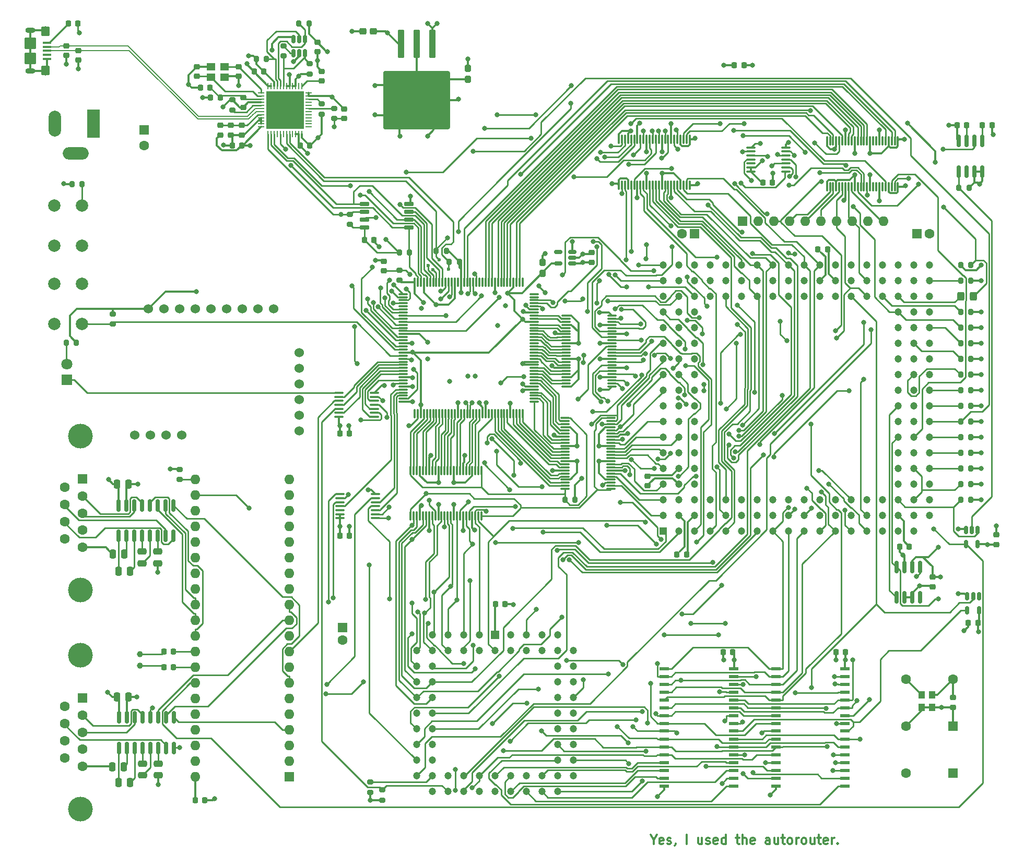
<source format=gtl>
G04 #@! TF.GenerationSoftware,KiCad,Pcbnew,7.0.10*
G04 #@! TF.CreationDate,2024-03-15T17:14:54-07:00*
G04 #@! TF.ProjectId,testboard,74657374-626f-4617-9264-2e6b69636164,rev?*
G04 #@! TF.SameCoordinates,Original*
G04 #@! TF.FileFunction,Copper,L1,Top*
G04 #@! TF.FilePolarity,Positive*
%FSLAX46Y46*%
G04 Gerber Fmt 4.6, Leading zero omitted, Abs format (unit mm)*
G04 Created by KiCad (PCBNEW 7.0.10) date 2024-03-15 17:14:54*
%MOMM*%
%LPD*%
G01*
G04 APERTURE LIST*
G04 Aperture macros list*
%AMRoundRect*
0 Rectangle with rounded corners*
0 $1 Rounding radius*
0 $2 $3 $4 $5 $6 $7 $8 $9 X,Y pos of 4 corners*
0 Add a 4 corners polygon primitive as box body*
4,1,4,$2,$3,$4,$5,$6,$7,$8,$9,$2,$3,0*
0 Add four circle primitives for the rounded corners*
1,1,$1+$1,$2,$3*
1,1,$1+$1,$4,$5*
1,1,$1+$1,$6,$7*
1,1,$1+$1,$8,$9*
0 Add four rect primitives between the rounded corners*
20,1,$1+$1,$2,$3,$4,$5,0*
20,1,$1+$1,$4,$5,$6,$7,0*
20,1,$1+$1,$6,$7,$8,$9,0*
20,1,$1+$1,$8,$9,$2,$3,0*%
G04 Aperture macros list end*
%ADD10C,0.300000*%
G04 #@! TA.AperFunction,NonConductor*
%ADD11C,0.300000*%
G04 #@! TD*
G04 #@! TA.AperFunction,SMDPad,CuDef*
%ADD12RoundRect,0.100000X-0.575000X0.100000X-0.575000X-0.100000X0.575000X-0.100000X0.575000X0.100000X0*%
G04 #@! TD*
G04 #@! TA.AperFunction,ComponentPad*
%ADD13O,1.600000X0.900000*%
G04 #@! TD*
G04 #@! TA.AperFunction,SMDPad,CuDef*
%ADD14RoundRect,0.250000X-0.450000X0.550000X-0.450000X-0.550000X0.450000X-0.550000X0.450000X0.550000X0*%
G04 #@! TD*
G04 #@! TA.AperFunction,SMDPad,CuDef*
%ADD15RoundRect,0.250000X-0.700000X0.700000X-0.700000X-0.700000X0.700000X-0.700000X0.700000X0.700000X0*%
G04 #@! TD*
G04 #@! TA.AperFunction,SMDPad,CuDef*
%ADD16R,1.600000X0.600000*%
G04 #@! TD*
G04 #@! TA.AperFunction,ComponentPad*
%ADD17R,1.200000X1.200000*%
G04 #@! TD*
G04 #@! TA.AperFunction,ComponentPad*
%ADD18C,1.200000*%
G04 #@! TD*
G04 #@! TA.AperFunction,SMDPad,CuDef*
%ADD19RoundRect,0.200000X-0.275000X0.200000X-0.275000X-0.200000X0.275000X-0.200000X0.275000X0.200000X0*%
G04 #@! TD*
G04 #@! TA.AperFunction,ComponentPad*
%ADD20R,1.600000X1.600000*%
G04 #@! TD*
G04 #@! TA.AperFunction,ComponentPad*
%ADD21C,1.600000*%
G04 #@! TD*
G04 #@! TA.AperFunction,SMDPad,CuDef*
%ADD22RoundRect,0.225000X0.250000X-0.225000X0.250000X0.225000X-0.250000X0.225000X-0.250000X-0.225000X0*%
G04 #@! TD*
G04 #@! TA.AperFunction,SMDPad,CuDef*
%ADD23RoundRect,0.250000X-0.300000X2.050000X-0.300000X-2.050000X0.300000X-2.050000X0.300000X2.050000X0*%
G04 #@! TD*
G04 #@! TA.AperFunction,SMDPad,CuDef*
%ADD24RoundRect,0.250000X-2.375000X2.025000X-2.375000X-2.025000X2.375000X-2.025000X2.375000X2.025000X0*%
G04 #@! TD*
G04 #@! TA.AperFunction,SMDPad,CuDef*
%ADD25RoundRect,0.250002X-5.149998X4.449998X-5.149998X-4.449998X5.149998X-4.449998X5.149998X4.449998X0*%
G04 #@! TD*
G04 #@! TA.AperFunction,SMDPad,CuDef*
%ADD26RoundRect,0.250000X0.275000X-0.312500X0.275000X0.312500X-0.275000X0.312500X-0.275000X-0.312500X0*%
G04 #@! TD*
G04 #@! TA.AperFunction,SMDPad,CuDef*
%ADD27RoundRect,0.200000X0.200000X0.275000X-0.200000X0.275000X-0.200000X-0.275000X0.200000X-0.275000X0*%
G04 #@! TD*
G04 #@! TA.AperFunction,SMDPad,CuDef*
%ADD28RoundRect,0.200000X-0.200000X-0.275000X0.200000X-0.275000X0.200000X0.275000X-0.200000X0.275000X0*%
G04 #@! TD*
G04 #@! TA.AperFunction,SMDPad,CuDef*
%ADD29RoundRect,0.150000X-0.150000X0.512500X-0.150000X-0.512500X0.150000X-0.512500X0.150000X0.512500X0*%
G04 #@! TD*
G04 #@! TA.AperFunction,SMDPad,CuDef*
%ADD30RoundRect,0.250000X-0.325000X-0.450000X0.325000X-0.450000X0.325000X0.450000X-0.325000X0.450000X0*%
G04 #@! TD*
G04 #@! TA.AperFunction,SMDPad,CuDef*
%ADD31RoundRect,0.225000X0.225000X0.250000X-0.225000X0.250000X-0.225000X-0.250000X0.225000X-0.250000X0*%
G04 #@! TD*
G04 #@! TA.AperFunction,ComponentPad*
%ADD32R,2.000000X4.600000*%
G04 #@! TD*
G04 #@! TA.AperFunction,ComponentPad*
%ADD33O,2.000000X4.200000*%
G04 #@! TD*
G04 #@! TA.AperFunction,ComponentPad*
%ADD34O,4.200000X2.000000*%
G04 #@! TD*
G04 #@! TA.AperFunction,ComponentPad*
%ADD35R,1.422400X1.422400*%
G04 #@! TD*
G04 #@! TA.AperFunction,ComponentPad*
%ADD36C,1.000000*%
G04 #@! TD*
G04 #@! TA.AperFunction,SMDPad,CuDef*
%ADD37RoundRect,0.250000X-0.475000X0.250000X-0.475000X-0.250000X0.475000X-0.250000X0.475000X0.250000X0*%
G04 #@! TD*
G04 #@! TA.AperFunction,SMDPad,CuDef*
%ADD38RoundRect,0.218750X0.256250X-0.218750X0.256250X0.218750X-0.256250X0.218750X-0.256250X-0.218750X0*%
G04 #@! TD*
G04 #@! TA.AperFunction,SMDPad,CuDef*
%ADD39RoundRect,0.225000X-0.225000X-0.250000X0.225000X-0.250000X0.225000X0.250000X-0.225000X0.250000X0*%
G04 #@! TD*
G04 #@! TA.AperFunction,SMDPad,CuDef*
%ADD40RoundRect,0.150000X0.650000X0.150000X-0.650000X0.150000X-0.650000X-0.150000X0.650000X-0.150000X0*%
G04 #@! TD*
G04 #@! TA.AperFunction,SMDPad,CuDef*
%ADD41RoundRect,0.218750X-0.256250X0.218750X-0.256250X-0.218750X0.256250X-0.218750X0.256250X0.218750X0*%
G04 #@! TD*
G04 #@! TA.AperFunction,ComponentPad*
%ADD42O,1.600000X1.600000*%
G04 #@! TD*
G04 #@! TA.AperFunction,SMDPad,CuDef*
%ADD43R,1.400000X1.200000*%
G04 #@! TD*
G04 #@! TA.AperFunction,SMDPad,CuDef*
%ADD44RoundRect,0.250000X0.250000X0.475000X-0.250000X0.475000X-0.250000X-0.475000X0.250000X-0.475000X0*%
G04 #@! TD*
G04 #@! TA.AperFunction,ComponentPad*
%ADD45C,4.000000*%
G04 #@! TD*
G04 #@! TA.AperFunction,SMDPad,CuDef*
%ADD46RoundRect,0.075000X0.075000X-0.662500X0.075000X0.662500X-0.075000X0.662500X-0.075000X-0.662500X0*%
G04 #@! TD*
G04 #@! TA.AperFunction,ComponentPad*
%ADD47C,2.000000*%
G04 #@! TD*
G04 #@! TA.AperFunction,SMDPad,CuDef*
%ADD48RoundRect,0.062500X-0.412500X-0.062500X0.412500X-0.062500X0.412500X0.062500X-0.412500X0.062500X0*%
G04 #@! TD*
G04 #@! TA.AperFunction,SMDPad,CuDef*
%ADD49RoundRect,0.062500X-0.062500X-0.412500X0.062500X-0.412500X0.062500X0.412500X-0.062500X0.412500X0*%
G04 #@! TD*
G04 #@! TA.AperFunction,SMDPad,CuDef*
%ADD50R,6.200000X6.200000*%
G04 #@! TD*
G04 #@! TA.AperFunction,SMDPad,CuDef*
%ADD51RoundRect,0.225000X-0.250000X0.225000X-0.250000X-0.225000X0.250000X-0.225000X0.250000X0.225000X0*%
G04 #@! TD*
G04 #@! TA.AperFunction,ComponentPad*
%ADD52R,1.800000X1.800000*%
G04 #@! TD*
G04 #@! TA.AperFunction,ComponentPad*
%ADD53C,1.800000*%
G04 #@! TD*
G04 #@! TA.AperFunction,SMDPad,CuDef*
%ADD54RoundRect,0.150000X0.150000X-0.825000X0.150000X0.825000X-0.150000X0.825000X-0.150000X-0.825000X0*%
G04 #@! TD*
G04 #@! TA.AperFunction,SMDPad,CuDef*
%ADD55RoundRect,0.218750X0.218750X0.256250X-0.218750X0.256250X-0.218750X-0.256250X0.218750X-0.256250X0*%
G04 #@! TD*
G04 #@! TA.AperFunction,SMDPad,CuDef*
%ADD56RoundRect,0.100000X0.637500X0.100000X-0.637500X0.100000X-0.637500X-0.100000X0.637500X-0.100000X0*%
G04 #@! TD*
G04 #@! TA.AperFunction,SMDPad,CuDef*
%ADD57RoundRect,0.075000X0.662500X0.075000X-0.662500X0.075000X-0.662500X-0.075000X0.662500X-0.075000X0*%
G04 #@! TD*
G04 #@! TA.AperFunction,SMDPad,CuDef*
%ADD58RoundRect,0.075000X0.075000X0.662500X-0.075000X0.662500X-0.075000X-0.662500X0.075000X-0.662500X0*%
G04 #@! TD*
G04 #@! TA.AperFunction,SMDPad,CuDef*
%ADD59RoundRect,0.250000X-0.250000X-0.475000X0.250000X-0.475000X0.250000X0.475000X-0.250000X0.475000X0*%
G04 #@! TD*
G04 #@! TA.AperFunction,SMDPad,CuDef*
%ADD60RoundRect,0.200000X0.275000X-0.200000X0.275000X0.200000X-0.275000X0.200000X-0.275000X-0.200000X0*%
G04 #@! TD*
G04 #@! TA.AperFunction,ComponentPad*
%ADD61C,1.524000*%
G04 #@! TD*
G04 #@! TA.AperFunction,SMDPad,CuDef*
%ADD62RoundRect,0.150000X0.150000X-0.512500X0.150000X0.512500X-0.150000X0.512500X-0.150000X-0.512500X0*%
G04 #@! TD*
G04 #@! TA.AperFunction,SMDPad,CuDef*
%ADD63RoundRect,0.250000X0.312500X0.275000X-0.312500X0.275000X-0.312500X-0.275000X0.312500X-0.275000X0*%
G04 #@! TD*
G04 #@! TA.AperFunction,SMDPad,CuDef*
%ADD64R,1.100000X1.300000*%
G04 #@! TD*
G04 #@! TA.AperFunction,SMDPad,CuDef*
%ADD65RoundRect,0.150000X-0.150000X0.825000X-0.150000X-0.825000X0.150000X-0.825000X0.150000X0.825000X0*%
G04 #@! TD*
G04 #@! TA.AperFunction,SMDPad,CuDef*
%ADD66RoundRect,0.150000X0.512500X0.150000X-0.512500X0.150000X-0.512500X-0.150000X0.512500X-0.150000X0*%
G04 #@! TD*
G04 #@! TA.AperFunction,ViaPad*
%ADD67C,0.800000*%
G04 #@! TD*
G04 #@! TA.AperFunction,ViaPad*
%ADD68C,0.600000*%
G04 #@! TD*
G04 #@! TA.AperFunction,Conductor*
%ADD69C,0.250000*%
G04 #@! TD*
G04 #@! TA.AperFunction,Conductor*
%ADD70C,0.300000*%
G04 #@! TD*
G04 #@! TA.AperFunction,Conductor*
%ADD71C,0.200000*%
G04 #@! TD*
G04 APERTURE END LIST*
D10*
D11*
X127640225Y-153686542D02*
X127640225Y-154400828D01*
X127140225Y-152900828D02*
X127640225Y-153686542D01*
X127640225Y-153686542D02*
X128140225Y-152900828D01*
X129211653Y-154329400D02*
X129068796Y-154400828D01*
X129068796Y-154400828D02*
X128783082Y-154400828D01*
X128783082Y-154400828D02*
X128640224Y-154329400D01*
X128640224Y-154329400D02*
X128568796Y-154186542D01*
X128568796Y-154186542D02*
X128568796Y-153615114D01*
X128568796Y-153615114D02*
X128640224Y-153472257D01*
X128640224Y-153472257D02*
X128783082Y-153400828D01*
X128783082Y-153400828D02*
X129068796Y-153400828D01*
X129068796Y-153400828D02*
X129211653Y-153472257D01*
X129211653Y-153472257D02*
X129283082Y-153615114D01*
X129283082Y-153615114D02*
X129283082Y-153757971D01*
X129283082Y-153757971D02*
X128568796Y-153900828D01*
X129854510Y-154329400D02*
X129997367Y-154400828D01*
X129997367Y-154400828D02*
X130283081Y-154400828D01*
X130283081Y-154400828D02*
X130425938Y-154329400D01*
X130425938Y-154329400D02*
X130497367Y-154186542D01*
X130497367Y-154186542D02*
X130497367Y-154115114D01*
X130497367Y-154115114D02*
X130425938Y-153972257D01*
X130425938Y-153972257D02*
X130283081Y-153900828D01*
X130283081Y-153900828D02*
X130068796Y-153900828D01*
X130068796Y-153900828D02*
X129925938Y-153829400D01*
X129925938Y-153829400D02*
X129854510Y-153686542D01*
X129854510Y-153686542D02*
X129854510Y-153615114D01*
X129854510Y-153615114D02*
X129925938Y-153472257D01*
X129925938Y-153472257D02*
X130068796Y-153400828D01*
X130068796Y-153400828D02*
X130283081Y-153400828D01*
X130283081Y-153400828D02*
X130425938Y-153472257D01*
X131211653Y-154329400D02*
X131211653Y-154400828D01*
X131211653Y-154400828D02*
X131140224Y-154543685D01*
X131140224Y-154543685D02*
X131068796Y-154615114D01*
X132997367Y-154400828D02*
X132997367Y-152900828D01*
X135497368Y-153400828D02*
X135497368Y-154400828D01*
X134854510Y-153400828D02*
X134854510Y-154186542D01*
X134854510Y-154186542D02*
X134925939Y-154329400D01*
X134925939Y-154329400D02*
X135068796Y-154400828D01*
X135068796Y-154400828D02*
X135283082Y-154400828D01*
X135283082Y-154400828D02*
X135425939Y-154329400D01*
X135425939Y-154329400D02*
X135497368Y-154257971D01*
X136140225Y-154329400D02*
X136283082Y-154400828D01*
X136283082Y-154400828D02*
X136568796Y-154400828D01*
X136568796Y-154400828D02*
X136711653Y-154329400D01*
X136711653Y-154329400D02*
X136783082Y-154186542D01*
X136783082Y-154186542D02*
X136783082Y-154115114D01*
X136783082Y-154115114D02*
X136711653Y-153972257D01*
X136711653Y-153972257D02*
X136568796Y-153900828D01*
X136568796Y-153900828D02*
X136354511Y-153900828D01*
X136354511Y-153900828D02*
X136211653Y-153829400D01*
X136211653Y-153829400D02*
X136140225Y-153686542D01*
X136140225Y-153686542D02*
X136140225Y-153615114D01*
X136140225Y-153615114D02*
X136211653Y-153472257D01*
X136211653Y-153472257D02*
X136354511Y-153400828D01*
X136354511Y-153400828D02*
X136568796Y-153400828D01*
X136568796Y-153400828D02*
X136711653Y-153472257D01*
X137997368Y-154329400D02*
X137854511Y-154400828D01*
X137854511Y-154400828D02*
X137568797Y-154400828D01*
X137568797Y-154400828D02*
X137425939Y-154329400D01*
X137425939Y-154329400D02*
X137354511Y-154186542D01*
X137354511Y-154186542D02*
X137354511Y-153615114D01*
X137354511Y-153615114D02*
X137425939Y-153472257D01*
X137425939Y-153472257D02*
X137568797Y-153400828D01*
X137568797Y-153400828D02*
X137854511Y-153400828D01*
X137854511Y-153400828D02*
X137997368Y-153472257D01*
X137997368Y-153472257D02*
X138068797Y-153615114D01*
X138068797Y-153615114D02*
X138068797Y-153757971D01*
X138068797Y-153757971D02*
X137354511Y-153900828D01*
X139354511Y-154400828D02*
X139354511Y-152900828D01*
X139354511Y-154329400D02*
X139211653Y-154400828D01*
X139211653Y-154400828D02*
X138925939Y-154400828D01*
X138925939Y-154400828D02*
X138783082Y-154329400D01*
X138783082Y-154329400D02*
X138711653Y-154257971D01*
X138711653Y-154257971D02*
X138640225Y-154115114D01*
X138640225Y-154115114D02*
X138640225Y-153686542D01*
X138640225Y-153686542D02*
X138711653Y-153543685D01*
X138711653Y-153543685D02*
X138783082Y-153472257D01*
X138783082Y-153472257D02*
X138925939Y-153400828D01*
X138925939Y-153400828D02*
X139211653Y-153400828D01*
X139211653Y-153400828D02*
X139354511Y-153472257D01*
X140997368Y-153400828D02*
X141568796Y-153400828D01*
X141211653Y-152900828D02*
X141211653Y-154186542D01*
X141211653Y-154186542D02*
X141283082Y-154329400D01*
X141283082Y-154329400D02*
X141425939Y-154400828D01*
X141425939Y-154400828D02*
X141568796Y-154400828D01*
X142068796Y-154400828D02*
X142068796Y-152900828D01*
X142711654Y-154400828D02*
X142711654Y-153615114D01*
X142711654Y-153615114D02*
X142640225Y-153472257D01*
X142640225Y-153472257D02*
X142497368Y-153400828D01*
X142497368Y-153400828D02*
X142283082Y-153400828D01*
X142283082Y-153400828D02*
X142140225Y-153472257D01*
X142140225Y-153472257D02*
X142068796Y-153543685D01*
X143997368Y-154329400D02*
X143854511Y-154400828D01*
X143854511Y-154400828D02*
X143568797Y-154400828D01*
X143568797Y-154400828D02*
X143425939Y-154329400D01*
X143425939Y-154329400D02*
X143354511Y-154186542D01*
X143354511Y-154186542D02*
X143354511Y-153615114D01*
X143354511Y-153615114D02*
X143425939Y-153472257D01*
X143425939Y-153472257D02*
X143568797Y-153400828D01*
X143568797Y-153400828D02*
X143854511Y-153400828D01*
X143854511Y-153400828D02*
X143997368Y-153472257D01*
X143997368Y-153472257D02*
X144068797Y-153615114D01*
X144068797Y-153615114D02*
X144068797Y-153757971D01*
X144068797Y-153757971D02*
X143354511Y-153900828D01*
X146497368Y-154400828D02*
X146497368Y-153615114D01*
X146497368Y-153615114D02*
X146425939Y-153472257D01*
X146425939Y-153472257D02*
X146283082Y-153400828D01*
X146283082Y-153400828D02*
X145997368Y-153400828D01*
X145997368Y-153400828D02*
X145854510Y-153472257D01*
X146497368Y-154329400D02*
X146354510Y-154400828D01*
X146354510Y-154400828D02*
X145997368Y-154400828D01*
X145997368Y-154400828D02*
X145854510Y-154329400D01*
X145854510Y-154329400D02*
X145783082Y-154186542D01*
X145783082Y-154186542D02*
X145783082Y-154043685D01*
X145783082Y-154043685D02*
X145854510Y-153900828D01*
X145854510Y-153900828D02*
X145997368Y-153829400D01*
X145997368Y-153829400D02*
X146354510Y-153829400D01*
X146354510Y-153829400D02*
X146497368Y-153757971D01*
X147854511Y-153400828D02*
X147854511Y-154400828D01*
X147211653Y-153400828D02*
X147211653Y-154186542D01*
X147211653Y-154186542D02*
X147283082Y-154329400D01*
X147283082Y-154329400D02*
X147425939Y-154400828D01*
X147425939Y-154400828D02*
X147640225Y-154400828D01*
X147640225Y-154400828D02*
X147783082Y-154329400D01*
X147783082Y-154329400D02*
X147854511Y-154257971D01*
X148354511Y-153400828D02*
X148925939Y-153400828D01*
X148568796Y-152900828D02*
X148568796Y-154186542D01*
X148568796Y-154186542D02*
X148640225Y-154329400D01*
X148640225Y-154329400D02*
X148783082Y-154400828D01*
X148783082Y-154400828D02*
X148925939Y-154400828D01*
X149640225Y-154400828D02*
X149497368Y-154329400D01*
X149497368Y-154329400D02*
X149425939Y-154257971D01*
X149425939Y-154257971D02*
X149354511Y-154115114D01*
X149354511Y-154115114D02*
X149354511Y-153686542D01*
X149354511Y-153686542D02*
X149425939Y-153543685D01*
X149425939Y-153543685D02*
X149497368Y-153472257D01*
X149497368Y-153472257D02*
X149640225Y-153400828D01*
X149640225Y-153400828D02*
X149854511Y-153400828D01*
X149854511Y-153400828D02*
X149997368Y-153472257D01*
X149997368Y-153472257D02*
X150068797Y-153543685D01*
X150068797Y-153543685D02*
X150140225Y-153686542D01*
X150140225Y-153686542D02*
X150140225Y-154115114D01*
X150140225Y-154115114D02*
X150068797Y-154257971D01*
X150068797Y-154257971D02*
X149997368Y-154329400D01*
X149997368Y-154329400D02*
X149854511Y-154400828D01*
X149854511Y-154400828D02*
X149640225Y-154400828D01*
X150783082Y-154400828D02*
X150783082Y-153400828D01*
X150783082Y-153686542D02*
X150854511Y-153543685D01*
X150854511Y-153543685D02*
X150925940Y-153472257D01*
X150925940Y-153472257D02*
X151068797Y-153400828D01*
X151068797Y-153400828D02*
X151211654Y-153400828D01*
X151925939Y-154400828D02*
X151783082Y-154329400D01*
X151783082Y-154329400D02*
X151711653Y-154257971D01*
X151711653Y-154257971D02*
X151640225Y-154115114D01*
X151640225Y-154115114D02*
X151640225Y-153686542D01*
X151640225Y-153686542D02*
X151711653Y-153543685D01*
X151711653Y-153543685D02*
X151783082Y-153472257D01*
X151783082Y-153472257D02*
X151925939Y-153400828D01*
X151925939Y-153400828D02*
X152140225Y-153400828D01*
X152140225Y-153400828D02*
X152283082Y-153472257D01*
X152283082Y-153472257D02*
X152354511Y-153543685D01*
X152354511Y-153543685D02*
X152425939Y-153686542D01*
X152425939Y-153686542D02*
X152425939Y-154115114D01*
X152425939Y-154115114D02*
X152354511Y-154257971D01*
X152354511Y-154257971D02*
X152283082Y-154329400D01*
X152283082Y-154329400D02*
X152140225Y-154400828D01*
X152140225Y-154400828D02*
X151925939Y-154400828D01*
X153711654Y-153400828D02*
X153711654Y-154400828D01*
X153068796Y-153400828D02*
X153068796Y-154186542D01*
X153068796Y-154186542D02*
X153140225Y-154329400D01*
X153140225Y-154329400D02*
X153283082Y-154400828D01*
X153283082Y-154400828D02*
X153497368Y-154400828D01*
X153497368Y-154400828D02*
X153640225Y-154329400D01*
X153640225Y-154329400D02*
X153711654Y-154257971D01*
X154211654Y-153400828D02*
X154783082Y-153400828D01*
X154425939Y-152900828D02*
X154425939Y-154186542D01*
X154425939Y-154186542D02*
X154497368Y-154329400D01*
X154497368Y-154329400D02*
X154640225Y-154400828D01*
X154640225Y-154400828D02*
X154783082Y-154400828D01*
X155854511Y-154329400D02*
X155711654Y-154400828D01*
X155711654Y-154400828D02*
X155425940Y-154400828D01*
X155425940Y-154400828D02*
X155283082Y-154329400D01*
X155283082Y-154329400D02*
X155211654Y-154186542D01*
X155211654Y-154186542D02*
X155211654Y-153615114D01*
X155211654Y-153615114D02*
X155283082Y-153472257D01*
X155283082Y-153472257D02*
X155425940Y-153400828D01*
X155425940Y-153400828D02*
X155711654Y-153400828D01*
X155711654Y-153400828D02*
X155854511Y-153472257D01*
X155854511Y-153472257D02*
X155925940Y-153615114D01*
X155925940Y-153615114D02*
X155925940Y-153757971D01*
X155925940Y-153757971D02*
X155211654Y-153900828D01*
X156568796Y-154400828D02*
X156568796Y-153400828D01*
X156568796Y-153686542D02*
X156640225Y-153543685D01*
X156640225Y-153543685D02*
X156711654Y-153472257D01*
X156711654Y-153472257D02*
X156854511Y-153400828D01*
X156854511Y-153400828D02*
X156997368Y-153400828D01*
X157497367Y-154257971D02*
X157568796Y-154329400D01*
X157568796Y-154329400D02*
X157497367Y-154400828D01*
X157497367Y-154400828D02*
X157425939Y-154329400D01*
X157425939Y-154329400D02*
X157497367Y-154257971D01*
X157497367Y-154257971D02*
X157497367Y-154400828D01*
D12*
X29250000Y-24350000D03*
X29250000Y-25000000D03*
X29250000Y-25650000D03*
X29250000Y-26300000D03*
X29250000Y-26950000D03*
D13*
X26575000Y-22350000D03*
D14*
X29025000Y-22450000D03*
D15*
X26575000Y-24450000D03*
X26575000Y-26850000D03*
D14*
X29025000Y-28850000D03*
D13*
X26575000Y-28950000D03*
D16*
X147480000Y-125900000D03*
X147480000Y-127170000D03*
X147480000Y-128440000D03*
X147480000Y-129710000D03*
X147480000Y-130980000D03*
X147480000Y-132250000D03*
X147480000Y-133520000D03*
X147480000Y-134800000D03*
X147480000Y-136050000D03*
X147480000Y-137330000D03*
X147480000Y-138600000D03*
X147480000Y-139870000D03*
X147480000Y-141140000D03*
X147480000Y-142410000D03*
X147480000Y-143680000D03*
X147480000Y-144950000D03*
X158680000Y-144950000D03*
X158680000Y-143680000D03*
X158680000Y-142410000D03*
X158680000Y-141140000D03*
X158680000Y-139870000D03*
X158680000Y-138600000D03*
X158680000Y-137330000D03*
X158680000Y-136050000D03*
X158680000Y-134800000D03*
X158680000Y-133520000D03*
X158680000Y-132250000D03*
X158680000Y-130980000D03*
X158680000Y-129710000D03*
X158680000Y-128440000D03*
X158680000Y-127170000D03*
X158680000Y-125900000D03*
D17*
X129157500Y-103583000D03*
D18*
X129157500Y-101043000D03*
X129157500Y-98503000D03*
X129157500Y-95963000D03*
X129157500Y-93423000D03*
X129157500Y-90883000D03*
X129157500Y-88343000D03*
X129157500Y-85803000D03*
X129157500Y-83263000D03*
X129157500Y-80723000D03*
X129157500Y-78183000D03*
X129157500Y-75643000D03*
X129157500Y-73103000D03*
X129157500Y-70563000D03*
X129157500Y-68023000D03*
X129157500Y-65483000D03*
X129157500Y-62943000D03*
X129157500Y-60403000D03*
X131697500Y-103583000D03*
X131697500Y-101043000D03*
X131697500Y-98503000D03*
X131697500Y-95963000D03*
X131697500Y-93423000D03*
X131697500Y-90883000D03*
X131697500Y-88343000D03*
X131697500Y-85803000D03*
X131697500Y-83263000D03*
X131697500Y-80723000D03*
X131697500Y-78183000D03*
X131697500Y-75643000D03*
X131697500Y-73103000D03*
X131697500Y-70563000D03*
X131697500Y-68023000D03*
X131697500Y-65483000D03*
X131697500Y-62943000D03*
X131697500Y-60403000D03*
X134237500Y-103583000D03*
X134237500Y-101043000D03*
X134237500Y-98503000D03*
X134237500Y-95963000D03*
X134237500Y-93423000D03*
X134237500Y-90883000D03*
X134237500Y-88343000D03*
X134237500Y-85803000D03*
X134237500Y-83263000D03*
X134237500Y-80723000D03*
X134237500Y-78183000D03*
X134237500Y-75643000D03*
X134237500Y-73103000D03*
X134237500Y-70563000D03*
X134237500Y-68023000D03*
X134237500Y-65483000D03*
X134237500Y-62943000D03*
X134237500Y-60403000D03*
X136777500Y-103583000D03*
X136777500Y-101043000D03*
X136777500Y-98503000D03*
X136777500Y-65483000D03*
X136777500Y-62943000D03*
X136777500Y-60403000D03*
X139317500Y-103583000D03*
X139317500Y-101043000D03*
X139317500Y-98503000D03*
X139317500Y-65483000D03*
X139317500Y-62943000D03*
X139317500Y-60403000D03*
X141857500Y-103583000D03*
X141857500Y-101043000D03*
X141857500Y-98503000D03*
X141857500Y-65483000D03*
X141857500Y-62943000D03*
X141857500Y-60403000D03*
X144397500Y-103583000D03*
X144397500Y-101043000D03*
X144397500Y-98503000D03*
X144397500Y-65483000D03*
X144397500Y-62943000D03*
X144397500Y-60403000D03*
X146937500Y-103583000D03*
X146937500Y-101043000D03*
X146937500Y-98503000D03*
X146937500Y-65483000D03*
X146937500Y-62943000D03*
X146937500Y-60403000D03*
X149477500Y-103583000D03*
X149477500Y-101043000D03*
X149477500Y-98503000D03*
X149477500Y-65483000D03*
X149477500Y-62943000D03*
X149477500Y-60403000D03*
X152017500Y-103583000D03*
X152017500Y-101043000D03*
X152017500Y-98503000D03*
X152017500Y-65483000D03*
X152017500Y-62943000D03*
X152017500Y-60403000D03*
X154557500Y-103583000D03*
X154557500Y-101043000D03*
X154557500Y-98503000D03*
X154557500Y-65483000D03*
X154557500Y-62943000D03*
X154557500Y-60403000D03*
X157097500Y-103583000D03*
X157097500Y-101043000D03*
X157097500Y-98503000D03*
X157097500Y-65483000D03*
X157097500Y-62943000D03*
X157097500Y-60403000D03*
X159637500Y-103583000D03*
X159637500Y-101043000D03*
X159637500Y-98503000D03*
X159637500Y-65483000D03*
X159637500Y-62943000D03*
X159637500Y-60403000D03*
X162177500Y-103583000D03*
X162177500Y-101043000D03*
X162177500Y-98503000D03*
X162177500Y-65483000D03*
X162177500Y-62943000D03*
X162177500Y-60403000D03*
X164717500Y-103583000D03*
X164717500Y-101043000D03*
X164717500Y-98503000D03*
X164717500Y-65483000D03*
X164717500Y-62943000D03*
X164717500Y-60403000D03*
X167257500Y-103583000D03*
X167257500Y-101043000D03*
X167257500Y-98503000D03*
X167257500Y-95963000D03*
X167257500Y-93423000D03*
X167257500Y-90883000D03*
X167257500Y-88343000D03*
X167257500Y-85803000D03*
X167257500Y-83263000D03*
X167257500Y-80723000D03*
X167257500Y-78183000D03*
X167257500Y-75643000D03*
X167257500Y-73103000D03*
X167257500Y-70563000D03*
X167257500Y-68023000D03*
X167257500Y-65483000D03*
X167257500Y-62943000D03*
X167257500Y-60403000D03*
X169797500Y-103583000D03*
X169797500Y-101043000D03*
X169797500Y-98503000D03*
X169797500Y-95963000D03*
X169797500Y-93423000D03*
X169797500Y-90883000D03*
X169797500Y-88343000D03*
X169797500Y-85803000D03*
X169797500Y-83263000D03*
X169797500Y-80723000D03*
X169797500Y-78183000D03*
X169797500Y-75643000D03*
X169797500Y-73103000D03*
X169797500Y-70563000D03*
X169797500Y-68023000D03*
X169797500Y-65483000D03*
X169797500Y-62943000D03*
X169797500Y-60403000D03*
X172337500Y-101043000D03*
X172337500Y-98503000D03*
X172337500Y-95963000D03*
X172337500Y-93423000D03*
X172337500Y-90883000D03*
X172337500Y-88343000D03*
X172337500Y-85803000D03*
X172337500Y-83263000D03*
X172337500Y-80723000D03*
X172337500Y-78183000D03*
X172337500Y-75643000D03*
X172337500Y-73103000D03*
X172337500Y-70563000D03*
X172337500Y-68023000D03*
X172337500Y-65483000D03*
X172337500Y-62943000D03*
X172337500Y-60403000D03*
D19*
X67615000Y-24850000D03*
X67615000Y-26500000D03*
D20*
X77250000Y-119294900D03*
D21*
X77250000Y-121294900D03*
D22*
X73115000Y-25800000D03*
X73115000Y-24250000D03*
D23*
X91750000Y-24500000D03*
X89210000Y-24500000D03*
D24*
X91985000Y-31225000D03*
X86435000Y-31225000D03*
D25*
X89210000Y-33650000D03*
D24*
X91985000Y-36075000D03*
X86435000Y-36075000D03*
D23*
X86670000Y-24500000D03*
D26*
X109650000Y-61737500D03*
X109650000Y-59962500D03*
D27*
X179067500Y-93423000D03*
X177417500Y-93423000D03*
D28*
X32400000Y-73000000D03*
X34050000Y-73000000D03*
D27*
X179067500Y-98503000D03*
X177417500Y-98503000D03*
D29*
X180400000Y-114193000D03*
X179450000Y-114193000D03*
X178500000Y-114193000D03*
X178500000Y-116468000D03*
X180400000Y-116468000D03*
D30*
X177417500Y-65483000D03*
X179467500Y-65483000D03*
D31*
X155827500Y-57863000D03*
X154277500Y-57863000D03*
D32*
X36830000Y-37450000D03*
D33*
X30530000Y-37450000D03*
D34*
X33930000Y-42250000D03*
D35*
X101900000Y-120480000D03*
D18*
X101900000Y-123020000D03*
X99360000Y-120480000D03*
X99360000Y-123020000D03*
X96820000Y-120480000D03*
X96820000Y-123020000D03*
X94280000Y-120480000D03*
X94280000Y-123020000D03*
X91740000Y-120480000D03*
X89200000Y-123020000D03*
X91740000Y-123020000D03*
X89200000Y-125560000D03*
X91740000Y-125560000D03*
X89200000Y-128100000D03*
X91740000Y-128100000D03*
X89200000Y-130640000D03*
X91740000Y-130640000D03*
X89200000Y-133180000D03*
X91740000Y-133180000D03*
X89200000Y-135720000D03*
X91740000Y-135720000D03*
X89200000Y-138260000D03*
X91740000Y-138260000D03*
X89200000Y-140800000D03*
X91740000Y-140800000D03*
X89200000Y-143340000D03*
X91740000Y-145880000D03*
X91740000Y-143340000D03*
X94280000Y-145880000D03*
X94280000Y-143340000D03*
X96820000Y-145880000D03*
X96820000Y-143340000D03*
X99360000Y-145880000D03*
X99360000Y-143340000D03*
X101900000Y-145880000D03*
X101900000Y-143340000D03*
X104440000Y-145880000D03*
X104440000Y-143340000D03*
X106980000Y-145880000D03*
X106980000Y-143340000D03*
X109520000Y-145880000D03*
X109520000Y-143340000D03*
X112060000Y-145880000D03*
X114600000Y-143340000D03*
X112060000Y-143340000D03*
X114600000Y-140800000D03*
X112060000Y-140800000D03*
X114600000Y-138260000D03*
X112060000Y-138260000D03*
X114600000Y-135720000D03*
X112060000Y-135720000D03*
X114600000Y-133180000D03*
X112060000Y-133180000D03*
X114600000Y-130640000D03*
X112060000Y-130640000D03*
X114600000Y-128100000D03*
X112060000Y-128100000D03*
X114600000Y-125560000D03*
X112060000Y-125560000D03*
X114600000Y-123020000D03*
X112060000Y-120480000D03*
X112060000Y-123020000D03*
X109520000Y-120480000D03*
X109520000Y-123020000D03*
X106980000Y-120480000D03*
X106980000Y-123020000D03*
X104440000Y-120480000D03*
X104440000Y-123020000D03*
D31*
X158750000Y-123250000D03*
X157200000Y-123250000D03*
D20*
X170337500Y-55323000D03*
D21*
X172337500Y-55323000D03*
D36*
X44390000Y-123540000D03*
X44390000Y-125440000D03*
D37*
X47350000Y-141348000D03*
X47350000Y-143248000D03*
D27*
X179067500Y-70563000D03*
X177417500Y-70563000D03*
D38*
X32400000Y-24825000D03*
X32400000Y-26400000D03*
D39*
X180950000Y-37750000D03*
X182500000Y-37750000D03*
D22*
X183250000Y-105750000D03*
X183250000Y-104200000D03*
D27*
X179067500Y-83263000D03*
X177417500Y-83263000D03*
D31*
X71865000Y-41000000D03*
X70315000Y-41000000D03*
D22*
X176220000Y-132172000D03*
X176220000Y-130622000D03*
D40*
X87950000Y-54285000D03*
X87950000Y-53015000D03*
X87950000Y-51745000D03*
X87950000Y-50475000D03*
X80750000Y-50475000D03*
X80750000Y-51745000D03*
X80750000Y-53015000D03*
X80750000Y-54285000D03*
D41*
X83900000Y-59800000D03*
X83900000Y-61375000D03*
D38*
X34400000Y-27175000D03*
X34400000Y-25600000D03*
D31*
X132967500Y-107393000D03*
X131417500Y-107393000D03*
D27*
X179067500Y-88343000D03*
X177417500Y-88343000D03*
X114900000Y-98500000D03*
X113250000Y-98500000D03*
D31*
X64415000Y-29000000D03*
X62865000Y-29000000D03*
D20*
X68580000Y-143510000D03*
D42*
X68580000Y-140970000D03*
X68580000Y-138430000D03*
X68580000Y-135890000D03*
X68580000Y-133350000D03*
X68580000Y-130810000D03*
X68580000Y-128270000D03*
X68580000Y-125730000D03*
X68580000Y-123190000D03*
X68580000Y-120650000D03*
X68580000Y-118110000D03*
X68580000Y-115570000D03*
X68580000Y-113030000D03*
X68580000Y-110490000D03*
X68580000Y-107950000D03*
X68580000Y-105410000D03*
X68580000Y-102870000D03*
X68580000Y-100330000D03*
X68580000Y-97790000D03*
X68580000Y-95250000D03*
X53340000Y-95250000D03*
X53340000Y-97790000D03*
X53340000Y-100330000D03*
X53340000Y-102870000D03*
X53340000Y-105410000D03*
X53340000Y-107950000D03*
X53340000Y-110490000D03*
X53340000Y-113030000D03*
X53340000Y-115570000D03*
X53340000Y-118110000D03*
X53340000Y-120650000D03*
X53340000Y-123190000D03*
X53340000Y-125730000D03*
X53340000Y-128270000D03*
X53340000Y-130810000D03*
X53340000Y-133350000D03*
X53340000Y-135890000D03*
X53340000Y-138430000D03*
X53340000Y-140970000D03*
X53340000Y-143510000D03*
D27*
X179067500Y-90883000D03*
X177417500Y-90883000D03*
D43*
X58065000Y-28250000D03*
X55865000Y-28250000D03*
X55865000Y-29950000D03*
X58065000Y-29950000D03*
D44*
X41762000Y-141856000D03*
X39862000Y-141856000D03*
D45*
X34750000Y-123735000D03*
X34750000Y-148735000D03*
D20*
X35050000Y-130695000D03*
D21*
X35050000Y-133465000D03*
X35050000Y-136235000D03*
X35050000Y-139005000D03*
X35050000Y-141775000D03*
X32210000Y-132080000D03*
X32210000Y-134850000D03*
X32210000Y-137620000D03*
X32210000Y-140390000D03*
D31*
X178410000Y-37750000D03*
X176860000Y-37750000D03*
D20*
X142082600Y-53291000D03*
D42*
X144622600Y-53291000D03*
X147162600Y-53291000D03*
X149702600Y-53291000D03*
X152242600Y-53291000D03*
X154782600Y-53291000D03*
X157322600Y-53291000D03*
X159862600Y-53291000D03*
X162402600Y-53291000D03*
X164942600Y-53291000D03*
D46*
X155750000Y-47675000D03*
X156250000Y-47675000D03*
X156750000Y-47675000D03*
X157250000Y-47675000D03*
X157750000Y-47675000D03*
X158250000Y-47675000D03*
X158750000Y-47675000D03*
X159250000Y-47675000D03*
X159750000Y-47675000D03*
X160250000Y-47675000D03*
X160750000Y-47675000D03*
X161250000Y-47675000D03*
X161750000Y-47675000D03*
X162250000Y-47675000D03*
X162750000Y-47675000D03*
X163250000Y-47675000D03*
X163750000Y-47675000D03*
X164250000Y-47675000D03*
X164750000Y-47675000D03*
X165250000Y-47675000D03*
X165750000Y-47675000D03*
X166250000Y-47675000D03*
X166750000Y-47675000D03*
X167250000Y-47675000D03*
X167250000Y-40250000D03*
X166750000Y-40250000D03*
X166250000Y-40250000D03*
X165750000Y-40250000D03*
X165250000Y-40250000D03*
X164750000Y-40250000D03*
X164250000Y-40250000D03*
X163750000Y-40250000D03*
X163250000Y-40250000D03*
X162750000Y-40250000D03*
X162250000Y-40250000D03*
X161750000Y-40250000D03*
X161250000Y-40250000D03*
X160750000Y-40250000D03*
X160250000Y-40250000D03*
X159750000Y-40250000D03*
X159250000Y-40250000D03*
X158750000Y-40250000D03*
X158250000Y-40250000D03*
X157750000Y-40250000D03*
X157250000Y-40250000D03*
X156750000Y-40250000D03*
X156250000Y-40250000D03*
X155750000Y-40250000D03*
D47*
X30480000Y-70000000D03*
X30480000Y-63500000D03*
X34980000Y-70000000D03*
X34980000Y-63500000D03*
D48*
X64000000Y-32500000D03*
X64000000Y-33000000D03*
X64000000Y-33500000D03*
X64000000Y-34000000D03*
X64000000Y-34500000D03*
X64000000Y-35000000D03*
X64000000Y-35500000D03*
X64000000Y-36000000D03*
X64000000Y-36500000D03*
X64000000Y-37000000D03*
X64000000Y-37500000D03*
X64000000Y-38000000D03*
D49*
X65125000Y-39125000D03*
X65625000Y-39125000D03*
X66125000Y-39125000D03*
X66625000Y-39125000D03*
X67125000Y-39125000D03*
X67625000Y-39125000D03*
X68125000Y-39125000D03*
X68625000Y-39125000D03*
X69125000Y-39125000D03*
X69625000Y-39125000D03*
X70125000Y-39125000D03*
X70625000Y-39125000D03*
D48*
X71750000Y-38000000D03*
X71750000Y-37500000D03*
X71750000Y-37000000D03*
X71750000Y-36500000D03*
X71750000Y-36000000D03*
X71750000Y-35500000D03*
X71750000Y-35000000D03*
X71750000Y-34500000D03*
X71750000Y-34000000D03*
X71750000Y-33500000D03*
X71750000Y-33000000D03*
X71750000Y-32500000D03*
D49*
X70625000Y-31375000D03*
X70125000Y-31375000D03*
X69625000Y-31375000D03*
X69125000Y-31375000D03*
X68625000Y-31375000D03*
X68125000Y-31375000D03*
X67625000Y-31375000D03*
X67125000Y-31375000D03*
X66625000Y-31375000D03*
X66125000Y-31375000D03*
X65625000Y-31375000D03*
X65125000Y-31375000D03*
D50*
X67875000Y-35250000D03*
D51*
X60865000Y-37750000D03*
X60865000Y-39300000D03*
X61115000Y-33250000D03*
X61115000Y-34800000D03*
D52*
X32500000Y-79075000D03*
D53*
X32500000Y-76535000D03*
D54*
X41000000Y-138808000D03*
X42270000Y-138808000D03*
X43540000Y-138808000D03*
X44810000Y-138808000D03*
X46080000Y-138808000D03*
X47350000Y-138808000D03*
X48620000Y-138808000D03*
X49890000Y-138808000D03*
X49890000Y-133858000D03*
X48620000Y-133858000D03*
X47350000Y-133858000D03*
X46080000Y-133858000D03*
X44810000Y-133858000D03*
X43540000Y-133858000D03*
X42270000Y-133858000D03*
X41000000Y-133858000D03*
D55*
X34325000Y-21250000D03*
X32750000Y-21250000D03*
X57365000Y-33250000D03*
X55790000Y-33250000D03*
D39*
X140750000Y-28000000D03*
X142300000Y-28000000D03*
D56*
X82378000Y-85048000D03*
X82378000Y-84398000D03*
X82378000Y-83748000D03*
X82378000Y-83098000D03*
X82378000Y-82448000D03*
X82378000Y-81798000D03*
X82378000Y-81148000D03*
X76653000Y-81148000D03*
X76653000Y-81798000D03*
X76653000Y-82448000D03*
X76653000Y-83098000D03*
X76653000Y-83748000D03*
X76653000Y-84398000D03*
X76653000Y-85048000D03*
D54*
X40886000Y-104378000D03*
X42156000Y-104378000D03*
X43426000Y-104378000D03*
X44696000Y-104378000D03*
X45966000Y-104378000D03*
X47236000Y-104378000D03*
X48506000Y-104378000D03*
X49776000Y-104378000D03*
X49776000Y-99428000D03*
X48506000Y-99428000D03*
X47236000Y-99428000D03*
X45966000Y-99428000D03*
X44696000Y-99428000D03*
X43426000Y-99428000D03*
X42156000Y-99428000D03*
X40886000Y-99428000D03*
D31*
X140500000Y-123250000D03*
X138950000Y-123250000D03*
D37*
X47236000Y-106918000D03*
X47236000Y-108818000D03*
D27*
X179067500Y-95963000D03*
X177417500Y-95963000D03*
D28*
X33350000Y-47250000D03*
X35000000Y-47250000D03*
D57*
X120712500Y-96750000D03*
X120712500Y-96250000D03*
X120712500Y-95750000D03*
X120712500Y-95250000D03*
X120712500Y-94750000D03*
X120712500Y-94250000D03*
X120712500Y-93750000D03*
X120712500Y-93250000D03*
X120712500Y-92750000D03*
X120712500Y-92250000D03*
X120712500Y-91750000D03*
X120712500Y-91250000D03*
X120712500Y-90750000D03*
X120712500Y-90250000D03*
X120712500Y-89750000D03*
X120712500Y-89250000D03*
X120712500Y-88750000D03*
X120712500Y-88250000D03*
X120712500Y-87750000D03*
X120712500Y-87250000D03*
X120712500Y-86750000D03*
X120712500Y-86250000D03*
X120712500Y-85750000D03*
X120712500Y-85250000D03*
X113287500Y-85250000D03*
X113287500Y-85750000D03*
X113287500Y-86250000D03*
X113287500Y-86750000D03*
X113287500Y-87250000D03*
X113287500Y-87750000D03*
X113287500Y-88250000D03*
X113287500Y-88750000D03*
X113287500Y-89250000D03*
X113287500Y-89750000D03*
X113287500Y-90250000D03*
X113287500Y-90750000D03*
X113287500Y-91250000D03*
X113287500Y-91750000D03*
X113287500Y-92250000D03*
X113287500Y-92750000D03*
X113287500Y-93250000D03*
X113287500Y-93750000D03*
X113287500Y-94250000D03*
X113287500Y-94750000D03*
X113287500Y-95250000D03*
X113287500Y-95750000D03*
X113287500Y-96250000D03*
X113287500Y-96750000D03*
D39*
X76750000Y-87750000D03*
X78300000Y-87750000D03*
X48260000Y-125730000D03*
X49810000Y-125730000D03*
D27*
X96150000Y-59875000D03*
X94500000Y-59875000D03*
D28*
X63215000Y-27000000D03*
X64865000Y-27000000D03*
D19*
X86400000Y-61225000D03*
X86400000Y-62875000D03*
D57*
X108322500Y-82618000D03*
X108322500Y-82118000D03*
X108322500Y-81618000D03*
X108322500Y-81118000D03*
X108322500Y-80618000D03*
X108322500Y-80118000D03*
X108322500Y-79618000D03*
X108322500Y-79118000D03*
X108322500Y-78618000D03*
X108322500Y-78118000D03*
X108322500Y-77618000D03*
X108322500Y-77118000D03*
X108322500Y-76618000D03*
X108322500Y-76118000D03*
X108322500Y-75618000D03*
X108322500Y-75118000D03*
X108322500Y-74618000D03*
X108322500Y-74118000D03*
X108322500Y-73618000D03*
X108322500Y-73118000D03*
X108322500Y-72618000D03*
X108322500Y-72118000D03*
X108322500Y-71618000D03*
X108322500Y-71118000D03*
X108322500Y-70618000D03*
X108322500Y-70118000D03*
X108322500Y-69618000D03*
X108322500Y-69118000D03*
X108322500Y-68618000D03*
X108322500Y-68118000D03*
X108322500Y-67618000D03*
X108322500Y-67118000D03*
X108322500Y-66618000D03*
X108322500Y-66118000D03*
X108322500Y-65618000D03*
X108322500Y-65118000D03*
D58*
X106410000Y-63205500D03*
X105910000Y-63205500D03*
X105410000Y-63205500D03*
X104910000Y-63205500D03*
X104410000Y-63205500D03*
X103910000Y-63205500D03*
X103410000Y-63205500D03*
X102910000Y-63205500D03*
X102410000Y-63205500D03*
X101910000Y-63205500D03*
X101410000Y-63205500D03*
X100910000Y-63205500D03*
X100410000Y-63205500D03*
X99910000Y-63205500D03*
X99410000Y-63205500D03*
X98910000Y-63205500D03*
X98410000Y-63205500D03*
X97910000Y-63205500D03*
X97410000Y-63205500D03*
X96910000Y-63205500D03*
X96410000Y-63205500D03*
X95910000Y-63205500D03*
X95410000Y-63205500D03*
X94910000Y-63205500D03*
X94410000Y-63205500D03*
X93910000Y-63205500D03*
X93410000Y-63205500D03*
X92910000Y-63205500D03*
X92410000Y-63205500D03*
X91910000Y-63205500D03*
X91410000Y-63205500D03*
X90910000Y-63205500D03*
X90410000Y-63205500D03*
X89910000Y-63205500D03*
X89410000Y-63205500D03*
X88910000Y-63205500D03*
D57*
X86997500Y-65118000D03*
X86997500Y-65618000D03*
X86997500Y-66118000D03*
X86997500Y-66618000D03*
X86997500Y-67118000D03*
X86997500Y-67618000D03*
X86997500Y-68118000D03*
X86997500Y-68618000D03*
X86997500Y-69118000D03*
X86997500Y-69618000D03*
X86997500Y-70118000D03*
X86997500Y-70618000D03*
X86997500Y-71118000D03*
X86997500Y-71618000D03*
X86997500Y-72118000D03*
X86997500Y-72618000D03*
X86997500Y-73118000D03*
X86997500Y-73618000D03*
X86997500Y-74118000D03*
X86997500Y-74618000D03*
X86997500Y-75118000D03*
X86997500Y-75618000D03*
X86997500Y-76118000D03*
X86997500Y-76618000D03*
X86997500Y-77118000D03*
X86997500Y-77618000D03*
X86997500Y-78118000D03*
X86997500Y-78618000D03*
X86997500Y-79118000D03*
X86997500Y-79618000D03*
X86997500Y-80118000D03*
X86997500Y-80618000D03*
X86997500Y-81118000D03*
X86997500Y-81618000D03*
X86997500Y-82118000D03*
X86997500Y-82618000D03*
D58*
X88910000Y-84530500D03*
X89410000Y-84530500D03*
X89910000Y-84530500D03*
X90410000Y-84530500D03*
X90910000Y-84530500D03*
X91410000Y-84530500D03*
X91910000Y-84530500D03*
X92410000Y-84530500D03*
X92910000Y-84530500D03*
X93410000Y-84530500D03*
X93910000Y-84530500D03*
X94410000Y-84530500D03*
X94910000Y-84530500D03*
X95410000Y-84530500D03*
X95910000Y-84530500D03*
X96410000Y-84530500D03*
X96910000Y-84530500D03*
X97410000Y-84530500D03*
X97910000Y-84530500D03*
X98410000Y-84530500D03*
X98910000Y-84530500D03*
X99410000Y-84530500D03*
X99910000Y-84530500D03*
X100410000Y-84530500D03*
X100910000Y-84530500D03*
X101410000Y-84530500D03*
X101910000Y-84530500D03*
X102410000Y-84530500D03*
X102910000Y-84530500D03*
X103410000Y-84530500D03*
X103910000Y-84530500D03*
X104410000Y-84530500D03*
X104910000Y-84530500D03*
X105410000Y-84530500D03*
X105910000Y-84530500D03*
X106410000Y-84530500D03*
D39*
X53340000Y-147320000D03*
X54890000Y-147320000D03*
D59*
X40614000Y-130500000D03*
X42514000Y-130500000D03*
D27*
X179067500Y-68023000D03*
X177417500Y-68023000D03*
D37*
X44810000Y-141348000D03*
X44810000Y-143248000D03*
D27*
X179067500Y-73103000D03*
X177417500Y-73103000D03*
D19*
X73865000Y-34250000D03*
X73865000Y-35900000D03*
D22*
X60365000Y-29800000D03*
X60365000Y-28250000D03*
D28*
X177417500Y-60403000D03*
X179067500Y-60403000D03*
D27*
X179067500Y-75643000D03*
X177417500Y-75643000D03*
D39*
X80750000Y-56315000D03*
X82300000Y-56315000D03*
D22*
X117600000Y-59950000D03*
X117600000Y-58400000D03*
D51*
X172845500Y-111073000D03*
X172845500Y-112623000D03*
D60*
X81682500Y-145987000D03*
X81682500Y-144337000D03*
D56*
X82525000Y-101500000D03*
X82525000Y-100850000D03*
X82525000Y-100200000D03*
X82525000Y-99550000D03*
X82525000Y-98900000D03*
X82525000Y-98250000D03*
X82525000Y-97600000D03*
X76800000Y-97600000D03*
X76800000Y-98250000D03*
X76800000Y-98900000D03*
X76800000Y-99550000D03*
X76800000Y-100200000D03*
X76800000Y-100850000D03*
X76800000Y-101500000D03*
D60*
X83682500Y-147237000D03*
X83682500Y-145587000D03*
D27*
X179067500Y-78183000D03*
X177417500Y-78183000D03*
D26*
X97500000Y-30250000D03*
X97500000Y-28475000D03*
D47*
X30480000Y-57300000D03*
X30480000Y-50800000D03*
X34980000Y-57300000D03*
X34980000Y-50800000D03*
D27*
X88050000Y-58375000D03*
X86400000Y-58375000D03*
D39*
X76800000Y-104350000D03*
X78350000Y-104350000D03*
D27*
X178790000Y-47910000D03*
X177140000Y-47910000D03*
D31*
X169097500Y-106123000D03*
X167547500Y-106123000D03*
D51*
X59115000Y-37750000D03*
X59115000Y-39300000D03*
D39*
X101980000Y-115480000D03*
X103530000Y-115480000D03*
D61*
X45750000Y-67500000D03*
X48290000Y-67500000D03*
X50830000Y-67500000D03*
X53370000Y-67500000D03*
X55910000Y-67500000D03*
X58450000Y-67500000D03*
X60990000Y-67500000D03*
X63530000Y-67500000D03*
X66070000Y-67500000D03*
D19*
X50800000Y-93600000D03*
X50800000Y-95250000D03*
D27*
X94050000Y-58125000D03*
X92400000Y-58125000D03*
D62*
X69215000Y-26000000D03*
X70165000Y-26000000D03*
X71115000Y-26000000D03*
X71115000Y-23725000D03*
X70165000Y-23725000D03*
X69215000Y-23725000D03*
D61*
X70170000Y-74665000D03*
X70170000Y-77205000D03*
X70170000Y-79745000D03*
X70170000Y-82285000D03*
X70170000Y-84825000D03*
X70170000Y-87365000D03*
X43500000Y-88000000D03*
X46040000Y-88000000D03*
X48580000Y-88000000D03*
X51120000Y-88000000D03*
D59*
X40878000Y-144396000D03*
X42778000Y-144396000D03*
D45*
X34750000Y-88175000D03*
X34750000Y-113175000D03*
D20*
X35050000Y-95135000D03*
D21*
X35050000Y-97905000D03*
X35050000Y-100675000D03*
X35050000Y-103445000D03*
X35050000Y-106215000D03*
X32210000Y-96520000D03*
X32210000Y-99290000D03*
X32210000Y-102060000D03*
X32210000Y-104830000D03*
D19*
X40000000Y-68350000D03*
X40000000Y-70000000D03*
D20*
X134237500Y-55323000D03*
D21*
X132237500Y-55323000D03*
D27*
X179067500Y-85803000D03*
X177417500Y-85803000D03*
D20*
X176220000Y-142840000D03*
D21*
X168600000Y-142840000D03*
D59*
X40891000Y-110093000D03*
X42791000Y-110093000D03*
D20*
X45000000Y-38500000D03*
D21*
X45000000Y-41000000D03*
D63*
X82250000Y-22500000D03*
X80475000Y-22500000D03*
D51*
X53615000Y-28200000D03*
X53615000Y-29750000D03*
D64*
X172790000Y-132240000D03*
X172790000Y-130140000D03*
X171140000Y-130140000D03*
X171140000Y-132240000D03*
D31*
X180212000Y-118500000D03*
X178662000Y-118500000D03*
D20*
X176220000Y-135220000D03*
D21*
X176220000Y-127600000D03*
X168600000Y-127600000D03*
X168600000Y-135220000D03*
D56*
X149132500Y-45230500D03*
X149132500Y-44580500D03*
X149132500Y-43930500D03*
X149132500Y-43280500D03*
X149132500Y-42630500D03*
X149132500Y-41980500D03*
X149132500Y-41330500D03*
X143407500Y-41330500D03*
X143407500Y-41980500D03*
X143407500Y-42630500D03*
X143407500Y-43280500D03*
X143407500Y-43930500D03*
X143407500Y-44580500D03*
X143407500Y-45230500D03*
D31*
X60865000Y-41000000D03*
X59315000Y-41000000D03*
D41*
X57365000Y-37750000D03*
X57365000Y-39325000D03*
D31*
X55740000Y-31625000D03*
X54190000Y-31625000D03*
D51*
X73865000Y-29000000D03*
X73865000Y-30550000D03*
D65*
X180950000Y-40290000D03*
X179680000Y-40290000D03*
X178410000Y-40290000D03*
X177140000Y-40290000D03*
X177140000Y-45240000D03*
X178410000Y-45240000D03*
X179680000Y-45240000D03*
X180950000Y-45240000D03*
D16*
X129400000Y-125900000D03*
X129400000Y-127170000D03*
X129400000Y-128440000D03*
X129400000Y-129710000D03*
X129400000Y-130980000D03*
X129400000Y-132250000D03*
X129400000Y-133520000D03*
X129400000Y-134800000D03*
X129400000Y-136050000D03*
X129400000Y-137330000D03*
X129400000Y-138600000D03*
X129400000Y-139870000D03*
X129400000Y-141140000D03*
X129400000Y-142410000D03*
X129400000Y-143680000D03*
X129400000Y-144950000D03*
X140600000Y-144950000D03*
X140600000Y-143680000D03*
X140600000Y-142410000D03*
X140600000Y-141140000D03*
X140600000Y-139870000D03*
X140600000Y-138600000D03*
X140600000Y-137330000D03*
X140600000Y-136050000D03*
X140600000Y-134800000D03*
X140600000Y-133520000D03*
X140600000Y-132250000D03*
X140600000Y-130980000D03*
X140600000Y-129710000D03*
X140600000Y-128440000D03*
X140600000Y-127170000D03*
X140600000Y-125900000D03*
D51*
X126617500Y-94693000D03*
X126617500Y-96243000D03*
D46*
X122000000Y-47425000D03*
X122500000Y-47425000D03*
X123000000Y-47425000D03*
X123500000Y-47425000D03*
X124000000Y-47425000D03*
X124500000Y-47425000D03*
X125000000Y-47425000D03*
X125500000Y-47425000D03*
X126000000Y-47425000D03*
X126500000Y-47425000D03*
X127000000Y-47425000D03*
X127500000Y-47425000D03*
X128000000Y-47425000D03*
X128500000Y-47425000D03*
X129000000Y-47425000D03*
X129500000Y-47425000D03*
X130000000Y-47425000D03*
X130500000Y-47425000D03*
X131000000Y-47425000D03*
X131500000Y-47425000D03*
X132000000Y-47425000D03*
X132500000Y-47425000D03*
X133000000Y-47425000D03*
X133500000Y-47425000D03*
X133500000Y-40000000D03*
X133000000Y-40000000D03*
X132500000Y-40000000D03*
X132000000Y-40000000D03*
X131500000Y-40000000D03*
X131000000Y-40000000D03*
X130500000Y-40000000D03*
X130000000Y-40000000D03*
X129500000Y-40000000D03*
X129000000Y-40000000D03*
X128500000Y-40000000D03*
X128000000Y-40000000D03*
X127500000Y-40000000D03*
X127000000Y-40000000D03*
X126500000Y-40000000D03*
X126000000Y-40000000D03*
X125500000Y-40000000D03*
X125000000Y-40000000D03*
X124500000Y-40000000D03*
X124000000Y-40000000D03*
X123500000Y-40000000D03*
X123000000Y-40000000D03*
X122500000Y-40000000D03*
X122000000Y-40000000D03*
D39*
X145347500Y-46993000D03*
X146897500Y-46993000D03*
D44*
X41851200Y-107324400D03*
X39951200Y-107324400D03*
D60*
X71865000Y-29400000D03*
X71865000Y-27750000D03*
D19*
X78425000Y-52190000D03*
X78425000Y-53840000D03*
D39*
X48260000Y-123190000D03*
X49810000Y-123190000D03*
D27*
X71765000Y-21250000D03*
X70115000Y-21250000D03*
X179067500Y-62943000D03*
X177417500Y-62943000D03*
D65*
X170813500Y-109425000D03*
X169543500Y-109425000D03*
X168273500Y-109425000D03*
X167003500Y-109425000D03*
X167003500Y-114375000D03*
X168273500Y-114375000D03*
X169543500Y-114375000D03*
X170813500Y-114375000D03*
D51*
X77490000Y-35075000D03*
X77490000Y-36625000D03*
D57*
X120900000Y-80125000D03*
X120900000Y-79625000D03*
X120900000Y-79125000D03*
X120900000Y-78625000D03*
X120900000Y-78125000D03*
X120900000Y-77625000D03*
X120900000Y-77125000D03*
X120900000Y-76625000D03*
X120900000Y-76125000D03*
X120900000Y-75625000D03*
X120900000Y-75125000D03*
X120900000Y-74625000D03*
X120900000Y-74125000D03*
X120900000Y-73625000D03*
X120900000Y-73125000D03*
X120900000Y-72625000D03*
X120900000Y-72125000D03*
X120900000Y-71625000D03*
X120900000Y-71125000D03*
X120900000Y-70625000D03*
X120900000Y-70125000D03*
X120900000Y-69625000D03*
X120900000Y-69125000D03*
X120900000Y-68625000D03*
X113475000Y-68625000D03*
X113475000Y-69125000D03*
X113475000Y-69625000D03*
X113475000Y-70125000D03*
X113475000Y-70625000D03*
X113475000Y-71125000D03*
X113475000Y-71625000D03*
X113475000Y-72125000D03*
X113475000Y-72625000D03*
X113475000Y-73125000D03*
X113475000Y-73625000D03*
X113475000Y-74125000D03*
X113475000Y-74625000D03*
X113475000Y-75125000D03*
X113475000Y-75625000D03*
X113475000Y-76125000D03*
X113475000Y-76625000D03*
X113475000Y-77125000D03*
X113475000Y-77625000D03*
X113475000Y-78125000D03*
X113475000Y-78625000D03*
X113475000Y-79125000D03*
X113475000Y-79625000D03*
X113475000Y-80125000D03*
D19*
X59365000Y-33600000D03*
X59365000Y-35250000D03*
D46*
X88250000Y-101175000D03*
X88750000Y-101175000D03*
X89250000Y-101175000D03*
X89750000Y-101175000D03*
X90250000Y-101175000D03*
X90750000Y-101175000D03*
X91250000Y-101175000D03*
X91750000Y-101175000D03*
X92250000Y-101175000D03*
X92750000Y-101175000D03*
X93250000Y-101175000D03*
X93750000Y-101175000D03*
X94250000Y-101175000D03*
X94750000Y-101175000D03*
X95250000Y-101175000D03*
X95750000Y-101175000D03*
X96250000Y-101175000D03*
X96750000Y-101175000D03*
X97250000Y-101175000D03*
X97750000Y-101175000D03*
X98250000Y-101175000D03*
X98750000Y-101175000D03*
X99250000Y-101175000D03*
X99750000Y-101175000D03*
X99750000Y-93750000D03*
X99250000Y-93750000D03*
X98750000Y-93750000D03*
X98250000Y-93750000D03*
X97750000Y-93750000D03*
X97250000Y-93750000D03*
X96750000Y-93750000D03*
X96250000Y-93750000D03*
X95750000Y-93750000D03*
X95250000Y-93750000D03*
X94750000Y-93750000D03*
X94250000Y-93750000D03*
X93750000Y-93750000D03*
X93250000Y-93750000D03*
X92750000Y-93750000D03*
X92250000Y-93750000D03*
X91750000Y-93750000D03*
X91250000Y-93750000D03*
X90750000Y-93750000D03*
X90250000Y-93750000D03*
X89750000Y-93750000D03*
X89250000Y-93750000D03*
X88750000Y-93750000D03*
X88250000Y-93750000D03*
D19*
X75865000Y-35000000D03*
X75865000Y-36650000D03*
D59*
X40632000Y-95996000D03*
X42532000Y-95996000D03*
D37*
X44696000Y-106918000D03*
X44696000Y-108818000D03*
D66*
X114475000Y-60175000D03*
X114475000Y-59225000D03*
X114475000Y-58275000D03*
X112200000Y-58275000D03*
X112200000Y-60175000D03*
D27*
X179067500Y-80723000D03*
X177417500Y-80723000D03*
D29*
X180210000Y-103460000D03*
X179260000Y-103460000D03*
X178310000Y-103460000D03*
X178310000Y-105735000D03*
X180210000Y-105735000D03*
D67*
X34400000Y-28600000D03*
X32400000Y-27800000D03*
X129000000Y-42000000D03*
X84000000Y-80000000D03*
X162750000Y-42250000D03*
X118975000Y-80625000D03*
X102375000Y-70200000D03*
X118975000Y-75625000D03*
X106400000Y-76375000D03*
X56500000Y-147000000D03*
X118900000Y-68125000D03*
X118750000Y-89750000D03*
X110050000Y-58525000D03*
X183250000Y-102750000D03*
X71500000Y-42250000D03*
X168098000Y-107493000D03*
X68615000Y-29500000D03*
X75490000Y-33125000D03*
X139000000Y-124500000D03*
X60365000Y-31250000D03*
X104400000Y-82875000D03*
X88600000Y-80175000D03*
X69273244Y-27408238D03*
X168500000Y-47500000D03*
X162750000Y-45750000D03*
X61750000Y-27750000D03*
X95250000Y-99250000D03*
X92500000Y-21250000D03*
X123954000Y-38653700D03*
X106400000Y-80775000D03*
X175500000Y-37750000D03*
X92750000Y-95750000D03*
X90000000Y-99400000D03*
X177000000Y-113750000D03*
X147000000Y-45500000D03*
X90000000Y-67475000D03*
X92400000Y-66875000D03*
X78250000Y-86500000D03*
X120867000Y-47197700D03*
X128252000Y-146698000D03*
X92750000Y-99250000D03*
X115250000Y-89750000D03*
X78750000Y-22500000D03*
X47250000Y-110250000D03*
X126500000Y-42000000D03*
X160250000Y-45750000D03*
X57922170Y-40942830D03*
X115475000Y-75625000D03*
X104932000Y-115487000D03*
X57865000Y-34750000D03*
X100500000Y-82775000D03*
X118975000Y-73125000D03*
X134800000Y-47200000D03*
X170750000Y-112500000D03*
X73115000Y-27250000D03*
X97500000Y-27000000D03*
X129000000Y-45500000D03*
X91000000Y-21250000D03*
X157250000Y-124500000D03*
X91050000Y-72975000D03*
X156940000Y-41625000D03*
X168316000Y-40000000D03*
X115250000Y-92250000D03*
X149500000Y-40500000D03*
X177000000Y-103250000D03*
X118975000Y-70125000D03*
X95250000Y-95750000D03*
X126500000Y-45500000D03*
X103650000Y-66975000D03*
X81372000Y-96928000D03*
X52240000Y-31125000D03*
X134400000Y-39800000D03*
X91050000Y-75625000D03*
X78300000Y-102850000D03*
X118750000Y-92250000D03*
X116200000Y-58600000D03*
X182750000Y-39250000D03*
X98600000Y-103400000D03*
X43864000Y-130500000D03*
X44000000Y-96000000D03*
X82550000Y-59675000D03*
X143700000Y-28000000D03*
X115475000Y-73125000D03*
X160250000Y-42250000D03*
X47364000Y-144750000D03*
X146552000Y-146448000D03*
X88250000Y-49250000D03*
X178000000Y-119800000D03*
X118975000Y-78625000D03*
X83150000Y-57475000D03*
X180800000Y-73100000D03*
X180800000Y-60400000D03*
X130500000Y-49500000D03*
X180300000Y-119900000D03*
X114450000Y-56625000D03*
X123000000Y-93750000D03*
X181750000Y-105750000D03*
X180800000Y-78180000D03*
X32000000Y-47200000D03*
X180800000Y-88340000D03*
X116200000Y-60000000D03*
X39250000Y-95250000D03*
X84500000Y-22750000D03*
X180800000Y-90880000D03*
X123250000Y-71625000D03*
X123250000Y-77125000D03*
X180800000Y-83260000D03*
X180800000Y-95960000D03*
X180800000Y-68020000D03*
X180800000Y-80720000D03*
X180500000Y-47250000D03*
X49250000Y-93500000D03*
X164250000Y-50000000D03*
X125000000Y-49500000D03*
X158750000Y-124500000D03*
X81682500Y-147237000D03*
X96750000Y-103500000D03*
X180800000Y-70560000D03*
X180800000Y-75640000D03*
X180800000Y-85800000D03*
X180800000Y-98500000D03*
X180800000Y-62940000D03*
X140750000Y-124500000D03*
X39114000Y-129750000D03*
X91250000Y-103500000D03*
X123413000Y-87797000D03*
X76800000Y-102850000D03*
X158475000Y-49870200D03*
X180800000Y-93420000D03*
X170606000Y-47254100D03*
X174691000Y-51040900D03*
X122480000Y-48825900D03*
X100218000Y-92517000D03*
X117870000Y-56622200D03*
X104334000Y-96890000D03*
X116904000Y-67956200D03*
X104847000Y-103157000D03*
X122600000Y-88700000D03*
X108660000Y-116320000D03*
X122283000Y-86650000D03*
X119256000Y-86250000D03*
X117577000Y-86215600D03*
X100510000Y-100340000D03*
X102007000Y-105486000D03*
X98331800Y-105725000D03*
X112964000Y-108205000D03*
X135660000Y-76559500D03*
X115491000Y-105486000D03*
X145466000Y-91212100D03*
X97594800Y-98870500D03*
X97913500Y-111629000D03*
X101430000Y-88602300D03*
X104970000Y-94524800D03*
X121412000Y-62000500D03*
X95750000Y-114740000D03*
X113258000Y-66241200D03*
X89434300Y-116683000D03*
X116177000Y-65877200D03*
X93750000Y-102952000D03*
X125203000Y-60403000D03*
X118889000Y-62985500D03*
X118450000Y-66594100D03*
X102228000Y-90596000D03*
X123225000Y-59568600D03*
X109533000Y-96378400D03*
X109729000Y-103769000D03*
X120035000Y-102664000D03*
X116254000Y-127726000D03*
X119367000Y-96172200D03*
X128094000Y-105717000D03*
X126316000Y-102130000D03*
X131665000Y-94693000D03*
X105269000Y-99601400D03*
X117782000Y-84192400D03*
X125686000Y-78236400D03*
X130771000Y-77147100D03*
X100703000Y-89292400D03*
X120253000Y-66213100D03*
X106083000Y-92614200D03*
X94749900Y-112582000D03*
X91275300Y-98623900D03*
X116248000Y-76269300D03*
X116330000Y-75052400D03*
X88453700Y-115262000D03*
X132793000Y-74017300D03*
X132846000Y-76719800D03*
X124000000Y-58173900D03*
X121434000Y-67535200D03*
X123254000Y-63926200D03*
X120410000Y-61943200D03*
X134541000Y-94719900D03*
X122298000Y-98950100D03*
X128824000Y-104914000D03*
X123746000Y-94429900D03*
X92032700Y-113495000D03*
X112877000Y-61983100D03*
X90485300Y-116912000D03*
X127706000Y-61370900D03*
X126868000Y-63994800D03*
X88472600Y-104938000D03*
X102884000Y-79569400D03*
X106626000Y-78538700D03*
X139826000Y-89585400D03*
X130587000Y-44747800D03*
X136520000Y-50635200D03*
X90668500Y-114722000D03*
X98344300Y-122168000D03*
X88453700Y-102670000D03*
X130430000Y-54066500D03*
X137925000Y-93211700D03*
X143638000Y-58514900D03*
X140616000Y-91703200D03*
X137883000Y-59113600D03*
X141250000Y-70045800D03*
X112774000Y-117561000D03*
X139424000Y-83744800D03*
X141062000Y-73082900D03*
X130367000Y-90993400D03*
X122616000Y-80517600D03*
X124070000Y-91969800D03*
X128312000Y-91904200D03*
X127783000Y-93423000D03*
X148504000Y-81565200D03*
X153151000Y-86212300D03*
X139840000Y-87815900D03*
X124674000Y-78457100D03*
X135782000Y-79796100D03*
X135782000Y-80814300D03*
X120191000Y-82529700D03*
X123582000Y-83132200D03*
X132690000Y-81523800D03*
X141742000Y-71704100D03*
X160631000Y-131119000D03*
X123390000Y-79734700D03*
X132900000Y-82984900D03*
X138485000Y-82822700D03*
X131625000Y-82007600D03*
X155653000Y-132355000D03*
X113990000Y-108236000D03*
X119151000Y-82603000D03*
X125944000Y-75833800D03*
X130363000Y-75524400D03*
X127798000Y-75043400D03*
X142075000Y-86374200D03*
X127998000Y-133245000D03*
X141493000Y-87209200D03*
X127158000Y-128330000D03*
X149484000Y-99789600D03*
X126291000Y-74831800D03*
X131411000Y-136379000D03*
X145208000Y-136375000D03*
X141501000Y-88211200D03*
X124314000Y-135300000D03*
X134657000Y-105359000D03*
X128273000Y-125071000D03*
X157025000Y-128392000D03*
X150514000Y-100006000D03*
X142150000Y-128448000D03*
X127348000Y-72741100D03*
X155793000Y-138594000D03*
X103272000Y-139194000D03*
X141987000Y-55040900D03*
X107130000Y-131502000D03*
X74514300Y-129999000D03*
X101522000Y-134819000D03*
X140884000Y-90701200D03*
X121749000Y-135306000D03*
X80588900Y-128055000D03*
X112036000Y-106704000D03*
X115418000Y-82132800D03*
X137239000Y-108645000D03*
X132114000Y-127805000D03*
X135576000Y-71624500D03*
X144287000Y-127178000D03*
X153212000Y-99848700D03*
X157011000Y-127170000D03*
X125649000Y-72625000D03*
X133073000Y-69401800D03*
X130622000Y-57463000D03*
X159900000Y-124474000D03*
X144004000Y-81097600D03*
X141257000Y-66905600D03*
X152470000Y-96618800D03*
X144834000Y-89506000D03*
X138212000Y-120447000D03*
X129383000Y-120447000D03*
X102612000Y-127139000D03*
X135020000Y-68949900D03*
X154864000Y-97281300D03*
X157273000Y-134874000D03*
X142095000Y-134589000D03*
X149228000Y-72702000D03*
X126368000Y-59412700D03*
X148169000Y-69547100D03*
X122436000Y-67619000D03*
X126510000Y-57126200D03*
X158700000Y-100188000D03*
X125582000Y-69980000D03*
X161121000Y-137330000D03*
X154387000Y-93742900D03*
X153225000Y-129031000D03*
X104362000Y-137685000D03*
X124819000Y-134273000D03*
X122345000Y-69072900D03*
X139195000Y-134438000D03*
X136274000Y-67062600D03*
X162608000Y-130955000D03*
X133076000Y-62398900D03*
X156070000Y-95958100D03*
X139294000Y-118604000D03*
X147180000Y-91569400D03*
X113527000Y-124613000D03*
X159311000Y-80854300D03*
X108976000Y-129237000D03*
X133650000Y-118604000D03*
X122644000Y-125223000D03*
X157313000Y-72261100D03*
X161697000Y-69713700D03*
X120333000Y-126830000D03*
X138649000Y-112380000D03*
X132272000Y-117011000D03*
X147194000Y-87785000D03*
X95508700Y-142259000D03*
X81552400Y-109100000D03*
X95508700Y-145685000D03*
X88399976Y-75800000D03*
X173786000Y-114621000D03*
X159988000Y-50898300D03*
X154584000Y-45418700D03*
X173088000Y-103268000D03*
X150477000Y-42604100D03*
X142145000Y-39434600D03*
X152243000Y-42087500D03*
X84732100Y-99733100D03*
X146129000Y-42827400D03*
X162881000Y-70879900D03*
X98234000Y-145231000D03*
X46361500Y-132269000D03*
X136170000Y-141782000D03*
X126368000Y-139328000D03*
X156684000Y-142410000D03*
X156809000Y-139870000D03*
X107753000Y-39817700D03*
X123976000Y-37478400D03*
X87547600Y-45347600D03*
X98746500Y-125964000D03*
X62031800Y-99900700D03*
X88448800Y-120269000D03*
X157147000Y-141140000D03*
X91097900Y-118589000D03*
X143743000Y-142829000D03*
X96883800Y-125076000D03*
X123626000Y-141323000D03*
X142150000Y-142948000D03*
X145822000Y-141171000D03*
X74952600Y-115121000D03*
X74632900Y-128460000D03*
X138779000Y-144541000D03*
X142444000Y-139949000D03*
X125790000Y-144178000D03*
X109453000Y-136003000D03*
X123509000Y-137965000D03*
X137921000Y-138547000D03*
X84832600Y-114595000D03*
X138320000Y-129630000D03*
X125845000Y-132927000D03*
X150582000Y-129806000D03*
X126675000Y-134745000D03*
X91000000Y-39500000D03*
X139000000Y-28000000D03*
X96400000Y-64875000D03*
X111500000Y-87975000D03*
X86500000Y-39500000D03*
X53500000Y-64750000D03*
X94550000Y-79275000D03*
X88500000Y-73075000D03*
X88600000Y-78675000D03*
X111126000Y-76755300D03*
X82500000Y-36000000D03*
X130500000Y-37500000D03*
X101900000Y-64875000D03*
X174332000Y-132219000D03*
X73250000Y-39750006D03*
X99363200Y-82782700D03*
X84250000Y-56250000D03*
X158750000Y-38500000D03*
X65750000Y-25500000D03*
X90300000Y-66475000D03*
X96000000Y-33500000D03*
X111250000Y-93735800D03*
X62000000Y-26500000D03*
X54500000Y-33250000D03*
X173315000Y-43729700D03*
X111663000Y-71400000D03*
X164250000Y-38500000D03*
X76750000Y-86500000D03*
X82500000Y-31250000D03*
X70115000Y-29750000D03*
X106400000Y-79675000D03*
X125400000Y-37400000D03*
X168800000Y-37400000D03*
X62250000Y-41000000D03*
X88600000Y-82625000D03*
X173795000Y-106197000D03*
X145250000Y-43500000D03*
X174191000Y-111073000D03*
X95900000Y-82775000D03*
X91525000Y-91326100D03*
X74750000Y-25749990D03*
X97025000Y-91344800D03*
X106500000Y-67975000D03*
X116000000Y-95000000D03*
X75679500Y-114410000D03*
X169013000Y-46375100D03*
X149681000Y-46051500D03*
X150685000Y-46075500D03*
X143497000Y-46668400D03*
X111295000Y-66528200D03*
X147780000Y-42441700D03*
X118449000Y-57461900D03*
X141809000Y-47110000D03*
X106946000Y-66961700D03*
X146837000Y-44337000D03*
X109664000Y-67522100D03*
X106400000Y-69175000D03*
X103950000Y-64975000D03*
X88559660Y-74562207D03*
X89900000Y-83075000D03*
X78144200Y-97633000D03*
X85398400Y-79848800D03*
X97200000Y-82775000D03*
X97500000Y-65075000D03*
X97500000Y-78475000D03*
X82672900Y-52737800D03*
X86535600Y-50603300D03*
X88720500Y-77346700D03*
X84682300Y-101500000D03*
X88176800Y-61943200D03*
X95975000Y-54998928D03*
D68*
X92902300Y-59527300D03*
X91874700Y-61135800D03*
D67*
X142036000Y-42013600D03*
X114189000Y-34188100D03*
X94200000Y-56000000D03*
X98700000Y-65075000D03*
X98200000Y-82775000D03*
X98700000Y-78475000D03*
X81500000Y-48500000D03*
X78500000Y-47500000D03*
X76999986Y-52200000D03*
X80126600Y-49071900D03*
X67990000Y-41600000D03*
X68855508Y-44259492D03*
X83398400Y-64115900D03*
X127413000Y-38641700D03*
X114295000Y-31324200D03*
X142307000Y-37462700D03*
X78758100Y-63816100D03*
X100208000Y-38206500D03*
X50820300Y-138723000D03*
X170289000Y-110986000D03*
X98385000Y-41922700D03*
X79593500Y-76451300D03*
X79166900Y-70361100D03*
X80200200Y-85577100D03*
X158842000Y-44239900D03*
X84401900Y-85150400D03*
X140623000Y-38587500D03*
X109076000Y-63778600D03*
X110077000Y-64858800D03*
X149508000Y-58501200D03*
X83738300Y-82447200D03*
X146065000Y-52084000D03*
X140792000Y-47218300D03*
X150516000Y-58593000D03*
X157158000Y-71049400D03*
X154852000Y-46850200D03*
X162296000Y-49040300D03*
X161709000Y-78963600D03*
X149634000Y-47446900D03*
X153781000Y-40596800D03*
X153062000Y-35380100D03*
X120749000Y-41089300D03*
X85492500Y-63613000D03*
X118466000Y-43115300D03*
X85387800Y-66582800D03*
X85158300Y-64615000D03*
X119038000Y-42163800D03*
X84088000Y-65714100D03*
X126000000Y-38657500D03*
X87550400Y-64343500D03*
X119719000Y-42899600D03*
X94000100Y-68618000D03*
X114720000Y-46121400D03*
X84803200Y-62885200D03*
X124345000Y-42567900D03*
X88000000Y-86500000D03*
X90750000Y-97500000D03*
X98631300Y-61856200D03*
X106053000Y-45679600D03*
X138428000Y-37469900D03*
X82017900Y-60761000D03*
X131292000Y-38476200D03*
X108552000Y-35994100D03*
X102243000Y-35994100D03*
X81023400Y-67753700D03*
X131600000Y-41600000D03*
X81299000Y-65947900D03*
X128955000Y-43067600D03*
X102607000Y-65695500D03*
X129551000Y-38632000D03*
X82202200Y-66464200D03*
X99734000Y-65440300D03*
X123601000Y-44083100D03*
X82929200Y-67174700D03*
X128453000Y-38639600D03*
X144944000Y-40672500D03*
X174600000Y-41634600D03*
X93150000Y-65875000D03*
X94573000Y-65548000D03*
X93150000Y-64625000D03*
X75865009Y-38000009D03*
X34500000Y-22750000D03*
D68*
X94400000Y-61125000D03*
X91075000Y-60475000D03*
D69*
X158680000Y-136050000D02*
X159180000Y-136050000D01*
X159180000Y-136050000D02*
X160000000Y-135230000D01*
X160000000Y-135230000D02*
X160000000Y-134605000D01*
X160000000Y-134605000D02*
X160046000Y-134559000D01*
X160046000Y-134559000D02*
X161041000Y-134559000D01*
X161041000Y-134559000D02*
X164400000Y-131200000D01*
X164400000Y-131200000D02*
X164400000Y-124400000D01*
X164400000Y-124400000D02*
X165800000Y-123000000D01*
X165800000Y-123000000D02*
X170966000Y-123000000D01*
X170966000Y-123000000D02*
X177498000Y-116468000D01*
X177498000Y-116468000D02*
X178500000Y-116468000D01*
D70*
X34400000Y-27175000D02*
X34400000Y-28600000D01*
X32400000Y-26400000D02*
X32400000Y-27800000D01*
D71*
X64000000Y-35500000D02*
X63203478Y-35500000D01*
X63203478Y-35500000D02*
X62501486Y-36201992D01*
X62501486Y-36201992D02*
X62481208Y-36201992D01*
X62481208Y-36201992D02*
X61958200Y-36725000D01*
X61958200Y-36725000D02*
X53725000Y-36725000D01*
X53725000Y-36725000D02*
X42600000Y-25600000D01*
X42600000Y-25600000D02*
X34400000Y-25600000D01*
X29250000Y-25650000D02*
X34350000Y-25650000D01*
X34350000Y-25650000D02*
X34400000Y-25600000D01*
D69*
X29350000Y-24350000D02*
X29650000Y-24350000D01*
X29650000Y-24350000D02*
X32750000Y-21250000D01*
D70*
X26500000Y-26800000D02*
X26650000Y-26950000D01*
D71*
X29350000Y-25000000D02*
X31212500Y-25000000D01*
X31212500Y-25000000D02*
X31400000Y-24812500D01*
D70*
X26575000Y-22350000D02*
X28925000Y-22350000D01*
X28925000Y-22350000D02*
X29025000Y-22450000D01*
X26575000Y-22350000D02*
X26575000Y-24450000D01*
X26575000Y-24450000D02*
X26575000Y-26850000D01*
X26575000Y-28950000D02*
X26575000Y-26850000D01*
X26575000Y-28950000D02*
X28925000Y-28950000D01*
X28925000Y-28950000D02*
X29025000Y-28850000D01*
X29250000Y-26950000D02*
X29250000Y-28625000D01*
X29250000Y-28625000D02*
X29025000Y-28850000D01*
X29025000Y-28850000D02*
X29025000Y-29475000D01*
X29025000Y-22450000D02*
X29025000Y-21775000D01*
D69*
X43426000Y-109458000D02*
X42791000Y-110093000D01*
X43426000Y-104378000D02*
X43426000Y-109458000D01*
D70*
X106643000Y-76618000D02*
X106400000Y-76375000D01*
X127118000Y-95743500D02*
X127117000Y-95743500D01*
X115475000Y-77465600D02*
X115475000Y-78965600D01*
X98250000Y-103050000D02*
X98600000Y-103400000D01*
X113287500Y-89750000D02*
X115250000Y-89750000D01*
X91750000Y-24500000D02*
X91750000Y-22000000D01*
X54190000Y-31625000D02*
X52740000Y-31625000D01*
X106557000Y-80618000D02*
X106400000Y-80775000D01*
X115575000Y-59225000D02*
X116200000Y-58600000D01*
X134575000Y-47425000D02*
X134800000Y-47200000D01*
X162750000Y-42250000D02*
X164591000Y-42250000D01*
X61915000Y-34000000D02*
X61115000Y-34800000D01*
X59115000Y-39300000D02*
X60865000Y-39300000D01*
X126618000Y-96243000D02*
X127118000Y-95743500D01*
X68625000Y-31375000D02*
X68625000Y-29510000D01*
X73115000Y-25800000D02*
X73115000Y-27250000D01*
X168325000Y-47675000D02*
X168500000Y-47500000D01*
X182500000Y-39000000D02*
X182750000Y-39250000D01*
X94377400Y-66875000D02*
X92400000Y-66875000D01*
X89750000Y-94590600D02*
X90909400Y-95750000D01*
X133500000Y-40000000D02*
X134200000Y-40000000D01*
X169544000Y-114375000D02*
X168274000Y-114375000D01*
X71750000Y-33000000D02*
X75365000Y-33000000D01*
X132247000Y-41087500D02*
X133253000Y-41087500D01*
X78300000Y-86550000D02*
X78250000Y-86500000D01*
X82550000Y-59675000D02*
X83775000Y-59675000D01*
X58215000Y-29800000D02*
X58065000Y-29950000D01*
X168274000Y-108547000D02*
X168274000Y-108548000D01*
X132648000Y-101993000D02*
X132648000Y-106163000D01*
X70315000Y-41000000D02*
X70315000Y-41065000D01*
X154558000Y-62943000D02*
X155508000Y-61993000D01*
X83775000Y-59675000D02*
X83900000Y-59800000D01*
X122506000Y-38653700D02*
X123954000Y-38653700D01*
X95410000Y-65842400D02*
X94377400Y-66875000D01*
X165997000Y-41337500D02*
X165750000Y-41090600D01*
X118975000Y-80625000D02*
X120400000Y-80625000D01*
X157497000Y-46587500D02*
X157250000Y-46834400D01*
X119834000Y-86750000D02*
X120675000Y-86750000D01*
X165750000Y-47675000D02*
X165750000Y-48515600D01*
X81372000Y-96928000D02*
X81853000Y-96928000D01*
X165750000Y-48515600D02*
X165997000Y-48762500D01*
X167250000Y-48515600D02*
X167250000Y-47675000D01*
X147000000Y-45500000D02*
X147000000Y-46890500D01*
X115475000Y-77465600D02*
X114316000Y-78625000D01*
X155750000Y-41090600D02*
X156284000Y-41625000D01*
X118750000Y-92250000D02*
X118750000Y-94165600D01*
X89750000Y-93750000D02*
X89750000Y-94590600D01*
X75365000Y-33000000D02*
X75490000Y-33125000D01*
X60365000Y-29800000D02*
X58215000Y-29800000D01*
X78350000Y-104350000D02*
X78350000Y-102900000D01*
X172722000Y-112500000D02*
X172784000Y-112562000D01*
X91750000Y-22000000D02*
X92500000Y-21250000D01*
X118750000Y-87834400D02*
X119834000Y-86750000D01*
X98250000Y-94590600D02*
X97090600Y-95750000D01*
X59365000Y-33600000D02*
X59015000Y-33600000D01*
X42650000Y-96000000D02*
X42536000Y-96000000D01*
X95250000Y-93750000D02*
X95250000Y-95750000D01*
X118750000Y-94165600D02*
X119834000Y-95250000D01*
X108322000Y-80618000D02*
X106557000Y-80618000D01*
X122247000Y-46337500D02*
X122000000Y-46584400D01*
X133500000Y-40840600D02*
X133500000Y-40000000D01*
X104410000Y-82885000D02*
X104400000Y-82875000D01*
X149500000Y-40500000D02*
X149132000Y-40867500D01*
X132000000Y-40840600D02*
X132247000Y-41087500D01*
X38841800Y-106215000D02*
X35050000Y-106215000D01*
X39781000Y-141775000D02*
X39862000Y-141856000D01*
X170750000Y-112500000D02*
X169544000Y-113706000D01*
X39396500Y-106770000D02*
X39951200Y-107324000D01*
X138950000Y-123250000D02*
X138950000Y-124450000D01*
X114316000Y-68625000D02*
X113475000Y-68625000D01*
X75490000Y-33125000D02*
X75540000Y-33125000D01*
X129000000Y-47425000D02*
X129000000Y-45500000D01*
X173680000Y-130140000D02*
X176220000Y-127600000D01*
X155997000Y-46587500D02*
X157003000Y-46587500D01*
X167250000Y-40250000D02*
X167250000Y-41090600D01*
X53615000Y-28200000D02*
X55815000Y-28200000D01*
X39951200Y-107324000D02*
X39396500Y-106770000D01*
X157003000Y-46587500D02*
X157250000Y-46834400D01*
X60365000Y-29800000D02*
X60365000Y-31250000D01*
X59315000Y-41000000D02*
X57979340Y-41000000D01*
X176220000Y-130622000D02*
X176220000Y-127600000D01*
X71750000Y-33000000D02*
X71750000Y-32500000D01*
X115250000Y-94120400D02*
X114375000Y-94995400D01*
X120675000Y-92250000D02*
X118750000Y-92250000D01*
X113287500Y-92250000D02*
X115250000Y-92250000D01*
X165997000Y-48762500D02*
X167003000Y-48762500D01*
X175500000Y-37750000D02*
X176860000Y-37750000D01*
X113288000Y-95250000D02*
X113250000Y-95250000D01*
X168274000Y-107669000D02*
X168098000Y-107493000D01*
X167548000Y-106532000D02*
X167548000Y-106533000D01*
X134200000Y-40000000D02*
X134400000Y-39800000D01*
X115250000Y-92250000D02*
X115250000Y-94120400D01*
X81853000Y-96928000D02*
X82525000Y-97600000D01*
X157250000Y-124500000D02*
X157250000Y-123300000D01*
X115475000Y-71284400D02*
X115475000Y-69784400D01*
X64000000Y-36500000D02*
X61200000Y-39300000D01*
X176860000Y-40010000D02*
X177140000Y-40290000D01*
X133500000Y-47425000D02*
X134575000Y-47425000D01*
X178057000Y-113750000D02*
X178500000Y-114193000D01*
X117400000Y-58600000D02*
X117600000Y-58400000D01*
X126500000Y-47425000D02*
X126500000Y-45500000D01*
X157250000Y-40250000D02*
X157250000Y-41314600D01*
X55815000Y-28200000D02*
X55865000Y-28250000D01*
X167548000Y-106943000D02*
X168098000Y-107493000D01*
X57979340Y-41000000D02*
X57922170Y-40942830D01*
X176860000Y-37750000D02*
X176860000Y-40010000D01*
X157250000Y-46834400D02*
X157250000Y-47675000D01*
X64000000Y-37500000D02*
X64000000Y-36500000D01*
X88543000Y-80118000D02*
X88600000Y-80175000D01*
X178662000Y-119138000D02*
X178000000Y-119800000D01*
X155508000Y-61993000D02*
X155508000Y-59093000D01*
X116200000Y-58600000D02*
X117400000Y-58600000D01*
X90909400Y-95750000D02*
X92750000Y-95750000D01*
X65125000Y-31375000D02*
X62865000Y-29115000D01*
X114475000Y-59225000D02*
X115575000Y-59225000D01*
X108322000Y-76618000D02*
X106643000Y-76618000D01*
X42650000Y-96000000D02*
X44000000Y-96000000D01*
X114375000Y-95003100D02*
X114128000Y-95250000D01*
X147480000Y-144950000D02*
X147480000Y-145520000D01*
X162750000Y-47675000D02*
X162750000Y-45750000D01*
X92750000Y-93750000D02*
X92750000Y-95750000D01*
X60565000Y-34800000D02*
X59365000Y-33600000D01*
X132000000Y-40000000D02*
X132000000Y-40840600D01*
X183250000Y-102750000D02*
X183250000Y-104200000D01*
X160250000Y-47675000D02*
X160250000Y-45750000D01*
X118975000Y-78625000D02*
X120900000Y-78625000D01*
X126500000Y-40000000D02*
X126500000Y-42000000D01*
X104926000Y-115480000D02*
X104932000Y-115487000D01*
X168274000Y-109425000D02*
X168274000Y-108547000D01*
X121773000Y-47197700D02*
X122000000Y-47425000D01*
X42156000Y-96372000D02*
X42532000Y-95996000D01*
X98250000Y-101175000D02*
X98250000Y-103050000D01*
X59015000Y-33600000D02*
X57865000Y-34750000D01*
X70165000Y-26000000D02*
X70165000Y-26516482D01*
X82300000Y-56315000D02*
X82300000Y-56625000D01*
X115475000Y-75625000D02*
X115475000Y-77465600D01*
X86997500Y-71618000D02*
X89693000Y-71618000D01*
X122000000Y-40000000D02*
X122000000Y-39159400D01*
X59315000Y-39500000D02*
X59115000Y-39300000D01*
X47350000Y-144736000D02*
X47364000Y-144750000D01*
X113250000Y-92250000D02*
X113287500Y-92250000D01*
X115475000Y-73125000D02*
X115475000Y-71284400D01*
X147480000Y-145520000D02*
X146552000Y-146448000D01*
X95410000Y-63205500D02*
X95410000Y-65842400D01*
X155508000Y-59093000D02*
X154777000Y-58362200D01*
X118975000Y-70125000D02*
X120900000Y-70125000D01*
X56180000Y-147320000D02*
X56500000Y-147000000D01*
X73115000Y-27250000D02*
X73115000Y-28250000D01*
X123500000Y-47425000D02*
X123500000Y-46584400D01*
X123253000Y-46337500D02*
X122247000Y-46337500D01*
X84000000Y-80000000D02*
X83526000Y-80000000D01*
X178662000Y-118500000D02*
X178662000Y-119138000D01*
X120675000Y-89750000D02*
X118750000Y-89750000D01*
X64000000Y-34000000D02*
X61915000Y-34000000D01*
X100410000Y-84530500D02*
X100410000Y-82865000D01*
X167548000Y-106533000D02*
X167548000Y-106943000D01*
X42270000Y-133858000D02*
X42270000Y-130744000D01*
X70125000Y-40810000D02*
X70315000Y-41000000D01*
X168274000Y-108547000D02*
X168274000Y-107669000D01*
X160250000Y-40250000D02*
X160250000Y-42250000D01*
X170750000Y-112500000D02*
X172722000Y-112500000D01*
X120900000Y-75625000D02*
X118975000Y-75625000D01*
X90410000Y-64885000D02*
X92400000Y-66875000D01*
X47350000Y-143248000D02*
X47350000Y-144736000D01*
X132648000Y-106163000D02*
X131917000Y-106894000D01*
X157250000Y-41314600D02*
X156940000Y-41625000D01*
X82300000Y-56625000D02*
X83150000Y-57475000D01*
X61750000Y-27885000D02*
X62865000Y-29000000D01*
X123500000Y-40000000D02*
X123500000Y-39107900D01*
X129000000Y-45500000D02*
X130916000Y-45500000D01*
X89750000Y-99650000D02*
X90000000Y-99400000D01*
X167003000Y-48762500D02*
X167250000Y-48515600D01*
X160250000Y-45750000D02*
X159412000Y-46587500D01*
X159412000Y-46587500D02*
X157497000Y-46587500D01*
X178100000Y-103250000D02*
X178310000Y-103460000D01*
X108322000Y-76118000D02*
X106657000Y-76118000D01*
X88250000Y-49250000D02*
X88250000Y-50175000D01*
X114375000Y-94995400D02*
X114375000Y-95003100D01*
X162750000Y-40250000D02*
X162750000Y-42250000D01*
X167250000Y-41090600D02*
X167003000Y-41337500D01*
X167548000Y-106533000D02*
X167548000Y-106532000D01*
X115475000Y-78965600D02*
X114316000Y-80125000D01*
X155750000Y-47675000D02*
X155750000Y-46834400D01*
X78300000Y-87750000D02*
X78300000Y-86550000D01*
X61200000Y-39300000D02*
X60865000Y-39300000D01*
X118900000Y-68125000D02*
X120400000Y-68125000D01*
X131698000Y-101043000D02*
X132648000Y-101993000D01*
X69625000Y-39125000D02*
X70125000Y-39125000D01*
X91750000Y-22000000D02*
X91000000Y-21250000D01*
X52740000Y-31625000D02*
X52240000Y-31125000D01*
X120400000Y-68125000D02*
X120900000Y-68625000D01*
X114150000Y-86750000D02*
X113288000Y-86750000D01*
X164591000Y-42250000D02*
X165750000Y-41090600D01*
X177000000Y-103250000D02*
X178100000Y-103250000D01*
X88250000Y-50175000D02*
X87950000Y-50475000D01*
X62865000Y-29115000D02*
X62865000Y-29000000D01*
X65625000Y-31375000D02*
X65125000Y-31375000D01*
X119834000Y-95250000D02*
X120675000Y-95250000D01*
X70315000Y-41065000D02*
X71500000Y-42250000D01*
X42514000Y-130500000D02*
X43864000Y-130500000D01*
X68625000Y-29510000D02*
X68615000Y-29500000D01*
X113250000Y-89750000D02*
X113287500Y-89750000D01*
X149132000Y-40867500D02*
X149132000Y-41099000D01*
X127848000Y-95013000D02*
X127118000Y-95743500D01*
X115250000Y-89750000D02*
X115250000Y-87850000D01*
X122000000Y-46584400D02*
X122000000Y-47425000D01*
X155750000Y-46834400D02*
X155997000Y-46587500D01*
X97500000Y-28475000D02*
X97500000Y-27000000D01*
X172790000Y-130140000D02*
X173680000Y-130140000D01*
X129400000Y-144950000D02*
X129400000Y-145550000D01*
X97090600Y-95750000D02*
X95250000Y-95750000D01*
X35050000Y-141775000D02*
X39781000Y-141775000D01*
X156284000Y-41625000D02*
X156940000Y-41625000D01*
X127117000Y-95743500D02*
X126618000Y-96243000D01*
X167003000Y-41337500D02*
X165997000Y-41337500D01*
X47236000Y-110236000D02*
X47250000Y-110250000D01*
X114316000Y-70125000D02*
X113475000Y-70125000D01*
X42536000Y-96000000D02*
X42532000Y-95996000D01*
X106657000Y-76118000D02*
X106400000Y-76375000D01*
X70165000Y-26516482D02*
X69273244Y-27408238D01*
X133253000Y-41087500D02*
X133500000Y-40840600D01*
X132000000Y-46584400D02*
X132000000Y-47425000D01*
X95250000Y-101175000D02*
X95250000Y-99250000D01*
X167500000Y-40000000D02*
X168316000Y-40000000D01*
X120867000Y-47197700D02*
X121773000Y-47197700D01*
X59315000Y-41000000D02*
X59315000Y-39500000D01*
X89750000Y-101175000D02*
X89750000Y-99650000D01*
X114316000Y-78625000D02*
X113475000Y-78625000D01*
X89693000Y-71618000D02*
X91050000Y-72975000D01*
X92750000Y-101175000D02*
X92750000Y-99250000D01*
X73115000Y-28250000D02*
X73865000Y-29000000D01*
X167250000Y-40250000D02*
X167500000Y-40000000D01*
X42156000Y-99428000D02*
X42156000Y-96372000D01*
X123500000Y-46584400D02*
X123253000Y-46337500D01*
X47236000Y-108818000D02*
X47236000Y-110236000D01*
X113475000Y-73125000D02*
X115475000Y-73125000D01*
X115250000Y-87850000D02*
X114150000Y-86750000D01*
X109650000Y-60075000D02*
X109650000Y-58925000D01*
X129000000Y-40000000D02*
X129000000Y-42000000D01*
X115475000Y-69784400D02*
X114316000Y-68625000D01*
X167250000Y-47675000D02*
X168325000Y-47675000D01*
X118750000Y-89750000D02*
X118750000Y-87834400D01*
X53615000Y-28200000D02*
X52240000Y-29575000D01*
X52240000Y-29575000D02*
X52240000Y-31125000D01*
X54890000Y-147320000D02*
X56180000Y-147320000D01*
X147000000Y-46890500D02*
X146898000Y-46993000D01*
X61115000Y-34800000D02*
X60565000Y-34800000D01*
X109650000Y-58925000D02*
X110050000Y-58525000D01*
X39396500Y-106770000D02*
X38841800Y-106215000D01*
X42270000Y-130744000D02*
X42514000Y-130500000D01*
X113475000Y-75625000D02*
X115475000Y-75625000D01*
X165750000Y-41090600D02*
X165750000Y-40250000D01*
X168274000Y-108548000D02*
X168274000Y-109425000D01*
X114316000Y-80125000D02*
X113475000Y-80125000D01*
X122000000Y-39159400D02*
X122506000Y-38653700D01*
X61750000Y-27750000D02*
X61750000Y-27885000D01*
X98250000Y-93750000D02*
X98250000Y-94590600D01*
X86997500Y-80118000D02*
X88543000Y-80118000D01*
X103530000Y-115480000D02*
X104926000Y-115480000D01*
X114128000Y-95250000D02*
X113288000Y-95250000D01*
X90410000Y-63205500D02*
X90410000Y-64885000D01*
X131698000Y-95963000D02*
X130748000Y-95013000D01*
X75540000Y-33125000D02*
X77490000Y-35075000D01*
X129400000Y-145550000D02*
X128252000Y-146698000D01*
X78350000Y-102900000D02*
X78300000Y-102850000D01*
X120400000Y-80625000D02*
X120900000Y-80125000D01*
X113288000Y-86750000D02*
X113250000Y-86750000D01*
X123500000Y-39107900D02*
X123954000Y-38653700D01*
X120900000Y-73125000D02*
X118975000Y-73125000D01*
X157250000Y-123300000D02*
X157200000Y-123250000D01*
X143700000Y-28000000D02*
X142300000Y-28000000D01*
X78750000Y-22500000D02*
X80475000Y-22500000D01*
X169544000Y-113706000D02*
X169544000Y-114375000D01*
X182500000Y-37750000D02*
X182500000Y-39000000D01*
X115475000Y-71284400D02*
X114316000Y-70125000D01*
X83526000Y-80000000D02*
X82378000Y-81148000D01*
X68625000Y-31375000D02*
X68125000Y-31375000D01*
X130748000Y-95013000D02*
X127848000Y-95013000D01*
X100410000Y-82865000D02*
X100500000Y-82775000D01*
X104410000Y-84530500D02*
X104410000Y-82885000D01*
X70125000Y-39125000D02*
X70125000Y-40810000D01*
X130916000Y-45500000D02*
X132000000Y-46584400D01*
X138950000Y-124450000D02*
X139000000Y-124500000D01*
X155750000Y-40250000D02*
X155750000Y-41090600D01*
X177000000Y-113750000D02*
X178057000Y-113750000D01*
D69*
X40886000Y-110088000D02*
X40891000Y-110093000D01*
X40886000Y-104378000D02*
X40886000Y-110088000D01*
D70*
X131698000Y-93423200D02*
X130608000Y-94513000D01*
X40886000Y-96250000D02*
X40632000Y-95996000D01*
X41000000Y-133858000D02*
X41000000Y-130886000D01*
X39864000Y-130500000D02*
X39114000Y-129750000D01*
X83682500Y-147237000D02*
X81682500Y-147237000D01*
X180950000Y-45240000D02*
X179680000Y-45240000D01*
X181735000Y-105735000D02*
X181750000Y-105750000D01*
X179068000Y-88343000D02*
X180797000Y-88343000D01*
X82250000Y-22500000D02*
X84250000Y-22500000D01*
X134238000Y-101043000D02*
X133148000Y-102133000D01*
X156008000Y-61853000D02*
X156008000Y-58043000D01*
X91250000Y-101175000D02*
X91250000Y-103500000D01*
X32050000Y-47250000D02*
X32000000Y-47200000D01*
X180797000Y-75643000D02*
X180800000Y-75640000D01*
X180797000Y-73103000D02*
X180800000Y-73100000D01*
X40628000Y-96000000D02*
X40000000Y-96000000D01*
X114475000Y-60175000D02*
X116025000Y-60175000D01*
X50700000Y-93500000D02*
X50800000Y-93600000D01*
X140750000Y-124500000D02*
X140750000Y-125750000D01*
X179680000Y-47045000D02*
X178815000Y-47910000D01*
X40000000Y-96000000D02*
X39250000Y-95250000D01*
X120900000Y-71625000D02*
X123250000Y-71625000D01*
X180797000Y-85803000D02*
X180800000Y-85800000D01*
X180797000Y-83263000D02*
X180800000Y-83260000D01*
X40614000Y-130500000D02*
X39864000Y-130500000D01*
X49250000Y-93500000D02*
X50700000Y-93500000D01*
X114475000Y-60175000D02*
X114475000Y-60250000D01*
X158750000Y-123250000D02*
X158750000Y-124500000D01*
X76800000Y-100850000D02*
X76800000Y-101500000D01*
X180800000Y-60400000D02*
X179972000Y-61228000D01*
X180797000Y-93423000D02*
X180800000Y-93420000D01*
X158750000Y-47675000D02*
X158750000Y-49750000D01*
X180797000Y-70563000D02*
X180800000Y-70560000D01*
X179068000Y-78183000D02*
X180797000Y-78183000D01*
X122269000Y-87900000D02*
X123310000Y-87900000D01*
X40886000Y-99428000D02*
X40886000Y-96250000D01*
X168208000Y-101993000D02*
X168208000Y-105233000D01*
X179680000Y-47020000D02*
X179680000Y-47045000D01*
X53340000Y-143510000D02*
X53340000Y-147320000D01*
X180797000Y-80723000D02*
X180800000Y-80720000D01*
X179068000Y-62943000D02*
X180797000Y-62943000D01*
X158630000Y-49870200D02*
X158475000Y-49870200D01*
X76800000Y-104350000D02*
X76800000Y-102850000D01*
X167258000Y-101043000D02*
X168208000Y-101993000D01*
X86250000Y-24500000D02*
X84500000Y-22750000D01*
X40628000Y-96000000D02*
X40632000Y-95996000D01*
X130500000Y-47425000D02*
X130500000Y-49500000D01*
X179068000Y-68023000D02*
X180797000Y-68023000D01*
X120900000Y-77125000D02*
X123250000Y-77125000D01*
X81682500Y-145987000D02*
X81682500Y-147237000D01*
X179068000Y-98503000D02*
X180797000Y-98503000D01*
X180212000Y-119812000D02*
X180300000Y-119900000D01*
X179068000Y-70563000D02*
X180797000Y-70563000D01*
X179068000Y-80723000D02*
X180797000Y-80723000D01*
X158750000Y-49750000D02*
X158630000Y-49870200D01*
X179068000Y-75643000D02*
X180797000Y-75643000D01*
X157098000Y-62943000D02*
X156008000Y-61853000D01*
X179068000Y-93423000D02*
X180797000Y-93423000D01*
X140600000Y-124650000D02*
X140750000Y-124500000D01*
X180797000Y-78183000D02*
X180800000Y-78180000D01*
X120712500Y-88250000D02*
X121919000Y-88250000D01*
X158680000Y-125900000D02*
X158680000Y-124570000D01*
X180797000Y-95963000D02*
X180800000Y-95960000D01*
X180210000Y-105735000D02*
X181735000Y-105735000D01*
X179068000Y-83263000D02*
X180797000Y-83263000D01*
X180270000Y-47020000D02*
X180500000Y-47250000D01*
X180950000Y-46800000D02*
X180500000Y-47250000D01*
X133148000Y-107213000D02*
X133058000Y-107303000D01*
X101900000Y-120480000D02*
X101900000Y-115560000D01*
X120712500Y-93750000D02*
X123000000Y-93750000D01*
X158680000Y-124570000D02*
X158750000Y-124500000D01*
X156008000Y-58043000D02*
X155918000Y-57953000D01*
X180797000Y-90883000D02*
X180800000Y-90880000D01*
X116025000Y-60175000D02*
X116200000Y-60000000D01*
X179068000Y-85803000D02*
X180797000Y-85803000D01*
X179972000Y-61228000D02*
X178242000Y-61228000D01*
X180341000Y-116527000D02*
X180400000Y-116468000D01*
X96750000Y-101175000D02*
X96750000Y-103500000D01*
X179068000Y-95963000D02*
X180797000Y-95963000D01*
X120675000Y-93750000D02*
X120712500Y-93750000D01*
X179068000Y-90883000D02*
X180797000Y-90883000D01*
X180400000Y-118312000D02*
X180212000Y-118500000D01*
X179680000Y-47020000D02*
X180270000Y-47020000D01*
X178242000Y-61228000D02*
X177830000Y-60815500D01*
X33350000Y-47250000D02*
X32050000Y-47250000D01*
X164250000Y-47675000D02*
X164250000Y-50000000D01*
X179680000Y-45240000D02*
X179680000Y-47020000D01*
X76800000Y-101500000D02*
X76800000Y-102850000D01*
X179068000Y-73103000D02*
X180797000Y-73103000D01*
X133148000Y-102133000D02*
X133148000Y-107213000D01*
X41000000Y-130886000D02*
X40614000Y-130500000D01*
X84250000Y-22500000D02*
X84500000Y-22750000D01*
X183250000Y-105750000D02*
X181750000Y-105750000D01*
X180400000Y-116468000D02*
X180400000Y-118312000D01*
X125000000Y-47425000D02*
X125000000Y-49500000D01*
X116250000Y-59950000D02*
X116200000Y-60000000D01*
X114475000Y-56650000D02*
X114450000Y-56625000D01*
X180797000Y-68023000D02*
X180800000Y-68020000D01*
X121919000Y-88250000D02*
X122269000Y-87900000D01*
X40750000Y-96000000D02*
X40628000Y-96000000D01*
X130608000Y-94513000D02*
X126798000Y-94513000D01*
X180797000Y-62943000D02*
X180800000Y-62940000D01*
X126798000Y-94513000D02*
X126708000Y-94603000D01*
X178815000Y-47910000D02*
X178790000Y-47910000D01*
X140750000Y-123500000D02*
X140500000Y-123250000D01*
X180797000Y-98503000D02*
X180800000Y-98500000D01*
X140750000Y-125750000D02*
X140600000Y-125900000D01*
X140750000Y-124500000D02*
X140750000Y-123500000D01*
X117600000Y-59950000D02*
X116250000Y-59950000D01*
X120675000Y-88250000D02*
X120712500Y-88250000D01*
X180212000Y-118500000D02*
X180212000Y-119812000D01*
X180950000Y-45240000D02*
X180950000Y-46800000D01*
X101900000Y-115560000D02*
X101980000Y-115480000D01*
X168208000Y-105233000D02*
X169098000Y-106123000D01*
X86670000Y-24500000D02*
X86250000Y-24500000D01*
X114475000Y-58275000D02*
X114475000Y-56650000D01*
X123310000Y-87900000D02*
X123413000Y-87797000D01*
X180797000Y-88343000D02*
X180800000Y-88340000D01*
D69*
X84951800Y-75118000D02*
X79468000Y-69634200D01*
X34980000Y-70000000D02*
X40000000Y-70000000D01*
X86997500Y-75118000D02*
X84951800Y-75118000D01*
X40365800Y-69634200D02*
X40000000Y-70000000D01*
X79468000Y-69634200D02*
X40365800Y-69634200D01*
X179260000Y-103460000D02*
X179260000Y-101233000D01*
X179260000Y-101233000D02*
X182473000Y-98020100D01*
X177140000Y-45240000D02*
X177140000Y-47910000D01*
X182473000Y-53243000D02*
X177140000Y-47910000D01*
X182473000Y-98020100D02*
X182473000Y-53243000D01*
X177417500Y-83263000D02*
X172338000Y-83263000D01*
X177418000Y-83263000D02*
X177417500Y-83263000D01*
X168410000Y-99655000D02*
X167258000Y-98503000D01*
X176266000Y-103575000D02*
X176266000Y-99655000D01*
X177141000Y-104450000D02*
X176266000Y-103575000D01*
X180210000Y-103460000D02*
X180210000Y-103913000D01*
X176266000Y-99655000D02*
X177418000Y-98503000D01*
X179673000Y-104450000D02*
X177141000Y-104450000D01*
X176266000Y-99655000D02*
X168410000Y-99655000D01*
X180210000Y-103913000D02*
X179673000Y-104450000D01*
X181569000Y-63381300D02*
X181569000Y-60111600D01*
X179468000Y-65483000D02*
X181569000Y-63381300D01*
X181569000Y-60111600D02*
X181086000Y-59628300D01*
X181086000Y-59628300D02*
X179842000Y-59628300D01*
X174691000Y-51040900D02*
X179842000Y-56192100D01*
X162948000Y-50735700D02*
X167125000Y-50735700D01*
X179842000Y-59628300D02*
X179068000Y-60403000D01*
X167125000Y-50735700D02*
X170606000Y-47254100D01*
X179842000Y-56192100D02*
X179842000Y-59628300D01*
X160750000Y-48537500D02*
X162948000Y-50735700D01*
X160750000Y-47675000D02*
X160750000Y-48537500D01*
X119194000Y-61014200D02*
X116904000Y-63303700D01*
X104334000Y-96890000D02*
X100218000Y-92774700D01*
X117870000Y-56622200D02*
X118705000Y-56622200D01*
X119602000Y-106483000D02*
X116161000Y-103042000D01*
X129603000Y-105268000D02*
X128389000Y-106483000D01*
X104962000Y-103042000D02*
X104847000Y-103157000D01*
X122500000Y-47425000D02*
X122500000Y-48805900D01*
X129158000Y-103583000D02*
X129603000Y-104029000D01*
X128389000Y-106483000D02*
X119602000Y-106483000D01*
X129603000Y-104029000D02*
X129603000Y-105268000D01*
X118705000Y-56622200D02*
X119194000Y-57110400D01*
X116904000Y-63303700D02*
X116904000Y-67956200D01*
X122500000Y-48805900D02*
X122480000Y-48825900D01*
X100218000Y-92774700D02*
X100218000Y-92517000D01*
X119194000Y-57110400D02*
X119194000Y-61014200D01*
X116161000Y-103042000D02*
X104962000Y-103042000D01*
X122443000Y-96250000D02*
X120712500Y-96250000D01*
X129157500Y-101043000D02*
X127236000Y-101043000D01*
X120712500Y-96250000D02*
X120712000Y-96250000D01*
X127236000Y-101043000D02*
X122443000Y-96250000D01*
X129158000Y-101043000D02*
X129157500Y-101043000D01*
X129158000Y-98503000D02*
X129157500Y-98503000D01*
X125335000Y-98503000D02*
X121582000Y-94750000D01*
X129157500Y-98503000D02*
X125335000Y-98503000D01*
X120712500Y-94750000D02*
X120712000Y-94750000D01*
X121582000Y-94750000D02*
X120712500Y-94750000D01*
X128095000Y-97025200D02*
X126065000Y-97025200D01*
X124544000Y-95503700D02*
X124544000Y-93552500D01*
X124544000Y-93552500D02*
X123562000Y-92570700D01*
X122512000Y-92570700D02*
X122333000Y-92750000D01*
X129158000Y-95963000D02*
X128095000Y-97025200D01*
X123562000Y-92570700D02*
X122512000Y-92570700D01*
X120712500Y-92750000D02*
X120712000Y-92750000D01*
X122333000Y-92750000D02*
X120712500Y-92750000D01*
X126065000Y-97025200D02*
X124544000Y-95503700D01*
X120712000Y-91750000D02*
X120712500Y-91750000D01*
X123261000Y-91750000D02*
X123651000Y-91360200D01*
X123784000Y-91242900D02*
X126623000Y-91242900D01*
X126623000Y-91242900D02*
X126623000Y-91243000D01*
X120712500Y-91750000D02*
X123261000Y-91750000D01*
X126623000Y-91243000D02*
X128011000Y-92631100D01*
X123651000Y-91360200D02*
X123667000Y-91360200D01*
X128011000Y-92631100D02*
X128366000Y-92631100D01*
X123667000Y-91360200D02*
X123784000Y-91242900D01*
X128366000Y-92631100D02*
X129158000Y-93423000D01*
X123480000Y-90910200D02*
X123462000Y-90910200D01*
X123122000Y-91250000D02*
X120712500Y-91250000D01*
X124107000Y-90283000D02*
X123480000Y-90910200D01*
X128558000Y-90283000D02*
X124107000Y-90283000D01*
X120712500Y-91250000D02*
X120712000Y-91250000D01*
X123462000Y-90910200D02*
X123122000Y-91250000D01*
X129158000Y-90883000D02*
X128558000Y-90283000D01*
X129157500Y-88343000D02*
X129158000Y-88343000D01*
X123107000Y-90010200D02*
X124775000Y-88343000D01*
X120712500Y-90250000D02*
X122844000Y-90250000D01*
X123084000Y-90010200D02*
X123107000Y-90010200D01*
X120712000Y-90250000D02*
X120712500Y-90250000D01*
X122844000Y-90250000D02*
X123084000Y-90010200D01*
X124775000Y-88343000D02*
X129157500Y-88343000D01*
X126678000Y-85803000D02*
X129157500Y-85803000D01*
X120712500Y-89250000D02*
X121969000Y-89250000D01*
X120712000Y-89250000D02*
X120712500Y-89250000D01*
X122921000Y-89560200D02*
X126678000Y-85803000D01*
X122279000Y-89560200D02*
X122921000Y-89560200D01*
X129157500Y-85803000D02*
X129158000Y-85803000D01*
X121969000Y-89250000D02*
X122279000Y-89560200D01*
X120712000Y-88750000D02*
X120712500Y-88750000D01*
X122550000Y-88750000D02*
X122600000Y-88700000D01*
X120712500Y-88750000D02*
X122550000Y-88750000D01*
X106980000Y-118000000D02*
X106980000Y-120480000D01*
X120712500Y-87750000D02*
X120712000Y-87750000D01*
X122689000Y-87425000D02*
X122072000Y-87425000D01*
X122072000Y-87425000D02*
X121747000Y-87750000D01*
X129158000Y-80956400D02*
X122689000Y-87425000D01*
X121747000Y-87750000D02*
X120712500Y-87750000D01*
X108660000Y-116320000D02*
X106980000Y-118000000D01*
X129158000Y-80723000D02*
X129158000Y-80956400D01*
X120712500Y-87250000D02*
X121610000Y-87250000D01*
X120712000Y-87250000D02*
X120712500Y-87250000D01*
X121610000Y-87250000D02*
X122210000Y-86650000D01*
X129158000Y-78183000D02*
X124364000Y-82977000D01*
X124364000Y-82977000D02*
X124364000Y-84611700D01*
X124364000Y-84611700D02*
X122325000Y-86650000D01*
X122325000Y-86650000D02*
X122283000Y-86650000D01*
X122210000Y-86650000D02*
X122283000Y-86650000D01*
X122434000Y-83155200D02*
X122434000Y-85469900D01*
X129158000Y-76035100D02*
X126922000Y-78270100D01*
X129158000Y-75643000D02*
X129158000Y-76035100D01*
X126922000Y-78667000D02*
X122434000Y-83155200D01*
X121654000Y-86250000D02*
X120712500Y-86250000D01*
X126922000Y-78270100D02*
X126922000Y-78667000D01*
X120712500Y-86250000D02*
X119256000Y-86250000D01*
X122434000Y-85469900D02*
X121654000Y-86250000D01*
X127072000Y-77445900D02*
X127072000Y-74742400D01*
X121775000Y-85492800D02*
X121518000Y-85750000D01*
X121785000Y-85414900D02*
X121775000Y-85425300D01*
X121518000Y-85750000D02*
X120712500Y-85750000D01*
X120712500Y-85750000D02*
X120712000Y-85750000D01*
X127072000Y-74742400D02*
X128711000Y-73103000D01*
X121785000Y-84752000D02*
X121785000Y-83165000D01*
X126471000Y-78046800D02*
X127072000Y-77445900D01*
X121775000Y-85425300D02*
X121775000Y-85492800D01*
X128711000Y-73103000D02*
X129157500Y-73103000D01*
X121785000Y-84752000D02*
X119040000Y-84752000D01*
X121785000Y-83165000D02*
X126471000Y-78479800D01*
X126471000Y-78479800D02*
X126471000Y-78046800D01*
X121785000Y-84752000D02*
X121785000Y-85414900D01*
X119040000Y-84752000D02*
X117577000Y-86215600D01*
X129157500Y-73103000D02*
X129158000Y-73103000D01*
X98750000Y-101175000D02*
X98750000Y-100300000D01*
X99360000Y-102888000D02*
X98750000Y-102278000D01*
X99360000Y-120480000D02*
X99360000Y-102888000D01*
X98940000Y-100110000D02*
X100280000Y-100110000D01*
X98750000Y-100300000D02*
X98940000Y-100110000D01*
X98750000Y-102278000D02*
X98750000Y-101175000D01*
X100280000Y-100110000D02*
X100510000Y-100340000D01*
X98331800Y-105725000D02*
X96820000Y-107237000D01*
X134540000Y-72176100D02*
X133084000Y-70720900D01*
X143303000Y-93375200D02*
X145466000Y-91212100D01*
X114321000Y-107487000D02*
X116659000Y-109825000D01*
X134693000Y-72176100D02*
X134540000Y-72176100D01*
X131634000Y-69185700D02*
X130320000Y-69185700D01*
X97800000Y-103272000D02*
X97800000Y-105193000D01*
X97800000Y-105193000D02*
X98331800Y-105725000D01*
X96820000Y-107237000D02*
X96820000Y-120480000D01*
X143303000Y-104248000D02*
X143303000Y-93375200D01*
X115491000Y-105486000D02*
X102007000Y-105486000D01*
X137726000Y-109825000D02*
X143303000Y-104248000D01*
X135660000Y-73142800D02*
X134693000Y-72176100D01*
X133084000Y-70636400D02*
X131634000Y-69185700D01*
X116659000Y-109825000D02*
X137726000Y-109825000D01*
X135660000Y-76559500D02*
X135660000Y-73142800D01*
X97250000Y-101175000D02*
X97250000Y-102722000D01*
X130320000Y-69185700D02*
X129158000Y-68023000D01*
X113682000Y-107487000D02*
X114321000Y-107487000D01*
X97250000Y-102722000D02*
X97800000Y-103272000D01*
X112964000Y-108205000D02*
X113682000Y-107487000D01*
X133084000Y-70720900D02*
X133084000Y-70636400D01*
X96250000Y-101175000D02*
X96250000Y-100215000D01*
X96250000Y-100215000D02*
X97594800Y-98870500D01*
X96820000Y-123020000D02*
X96820000Y-122431000D01*
X96820000Y-122431000D02*
X97913500Y-121337000D01*
X97913500Y-121337000D02*
X97913500Y-111629000D01*
X95750000Y-114740000D02*
X95750000Y-101175000D01*
X122355000Y-62943000D02*
X121412000Y-62000500D01*
X95750000Y-114740000D02*
X94280000Y-116210000D01*
X129157500Y-62943000D02*
X122355000Y-62943000D01*
X129158000Y-62943000D02*
X129157500Y-62943000D01*
X104970000Y-92142700D02*
X101430000Y-88602300D01*
X94280000Y-116210000D02*
X94280000Y-120480000D01*
X104970000Y-94524800D02*
X104970000Y-92142700D01*
X89717700Y-122502000D02*
X89717700Y-116967000D01*
X115813000Y-66241200D02*
X116177000Y-65877200D01*
X89200000Y-123020000D02*
X89717700Y-122502000D01*
X129158000Y-60403000D02*
X129157500Y-60403000D01*
X89717700Y-116967000D02*
X89434300Y-116683000D01*
X129157500Y-60403000D02*
X125203000Y-60403000D01*
X93750000Y-101175000D02*
X93750000Y-102952000D01*
X113258000Y-66241200D02*
X115813000Y-66241200D01*
X109533000Y-96378400D02*
X105774000Y-96378400D01*
X118450000Y-66594100D02*
X118450000Y-63424400D01*
X123225000Y-48507000D02*
X123000000Y-48281600D01*
X102228000Y-92833000D02*
X102228000Y-90596000D01*
X115751000Y-103769000D02*
X109729000Y-103769000D01*
X131698000Y-103876000D02*
X128586000Y-106987000D01*
X105774000Y-96378400D02*
X102228000Y-92833000D01*
X118969000Y-106987000D02*
X115751000Y-103769000D01*
X118450000Y-63424400D02*
X118889000Y-62985500D01*
X128586000Y-106987000D02*
X118969000Y-106987000D01*
X131698000Y-103583000D02*
X131698000Y-103876000D01*
X123225000Y-59568600D02*
X123225000Y-48507000D01*
X123000000Y-48281600D02*
X123000000Y-47425000D01*
X120035000Y-102664000D02*
X125041000Y-102664000D01*
X114600000Y-130640000D02*
X116254000Y-128986000D01*
X116254000Y-128986000D02*
X116254000Y-127726000D01*
X125041000Y-102664000D02*
X128094000Y-105717000D01*
X120712000Y-95750000D02*
X119790000Y-95750000D01*
X119790000Y-95750000D02*
X119367000Y-96172200D01*
X123273000Y-90460200D02*
X122983000Y-90750000D01*
X124141000Y-89613000D02*
X123294000Y-90460200D01*
X123294000Y-90460200D02*
X123273000Y-90460200D01*
X130428000Y-89613000D02*
X124141000Y-89613000D01*
X120712500Y-90750000D02*
X120712000Y-90750000D01*
X131698000Y-88343000D02*
X130428000Y-89613000D01*
X122983000Y-90750000D02*
X120712500Y-90750000D01*
X133294000Y-85395100D02*
X134156000Y-84533000D01*
X134156000Y-84533000D02*
X134295000Y-84533000D01*
X133208000Y-79693500D02*
X131698000Y-78183000D01*
X134291000Y-82087700D02*
X133208000Y-81004300D01*
X135172000Y-82858100D02*
X134402000Y-82087700D01*
X101706000Y-104460000D02*
X104232000Y-101934000D01*
X99250000Y-102004000D02*
X99250000Y-101175000D01*
X131665000Y-94693000D02*
X131785000Y-94693000D01*
X101706000Y-104460000D02*
X99250000Y-102004000D01*
X131785000Y-94693000D02*
X133294000Y-93184400D01*
X133208000Y-81004300D02*
X133208000Y-79693500D01*
X135172000Y-83656000D02*
X135172000Y-82858100D01*
X126120000Y-101934000D02*
X126316000Y-102130000D01*
X100823000Y-121943000D02*
X100823000Y-105343000D01*
X104232000Y-101934000D02*
X126120000Y-101934000D01*
X101900000Y-123020000D02*
X100823000Y-121943000D01*
X100823000Y-105343000D02*
X101706000Y-104460000D01*
X134295000Y-84533000D02*
X135172000Y-83656000D01*
X133294000Y-93184400D02*
X133294000Y-85395100D01*
X134402000Y-82087700D02*
X134291000Y-82087700D01*
X131698000Y-76220400D02*
X131698000Y-75643000D01*
X97750000Y-101175000D02*
X97750000Y-100301000D01*
X98449700Y-99601400D02*
X105269000Y-99601400D01*
X97750000Y-100301000D02*
X98449700Y-99601400D01*
X117782000Y-84192400D02*
X120007000Y-84192400D01*
X125686000Y-78513100D02*
X125686000Y-78236400D01*
X130771000Y-77147100D02*
X131698000Y-76220400D01*
X120007000Y-84192400D02*
X125686000Y-78513100D01*
X120253000Y-66213100D02*
X127938000Y-66213100D01*
X100703000Y-88301300D02*
X100703000Y-89292400D01*
X94982200Y-102514000D02*
X94982200Y-112350000D01*
X101129000Y-87875400D02*
X100703000Y-88301300D01*
X106083000Y-92614200D02*
X106083000Y-92227600D01*
X106083000Y-92227600D02*
X101731000Y-87875400D01*
X101731000Y-87875400D02*
X101129000Y-87875400D01*
X94749900Y-112582000D02*
X93295100Y-114037000D01*
X128586000Y-66861800D02*
X130319000Y-66861800D01*
X93295100Y-114037000D02*
X93295100Y-122035000D01*
X130319000Y-66861800D02*
X131698000Y-65483000D01*
X93295100Y-122035000D02*
X94280000Y-123020000D01*
X94982200Y-112350000D02*
X94749900Y-112582000D01*
X127938000Y-66213100D02*
X128586000Y-66861800D01*
X94750000Y-101175000D02*
X94750000Y-102282000D01*
X94750000Y-102282000D02*
X94982200Y-102514000D01*
X91275300Y-99386800D02*
X91275300Y-98623900D01*
X92250000Y-101175000D02*
X92250000Y-100362000D01*
X116248000Y-76269300D02*
X116248000Y-75134700D01*
X116248000Y-75134700D02*
X116330000Y-75052400D01*
X89225600Y-117711000D02*
X88453700Y-116939000D01*
X92250000Y-100362000D02*
X91275300Y-99386800D01*
X89200000Y-125560000D02*
X88273100Y-124633000D01*
X88273100Y-122547000D02*
X89225600Y-121594000D01*
X88453700Y-116939000D02*
X88453700Y-115262000D01*
X89225600Y-121594000D02*
X89225600Y-117711000D01*
X88273100Y-124633000D02*
X88273100Y-122547000D01*
X130135000Y-70352400D02*
X130135000Y-70225400D01*
X130135000Y-70225400D02*
X129203000Y-69293000D01*
X128232000Y-69293000D02*
X125831000Y-66892000D01*
X124000000Y-47425000D02*
X124000000Y-58173900D01*
X132846000Y-76719800D02*
X134153000Y-76719800D01*
X135306000Y-102514000D02*
X134238000Y-103583000D01*
X123254000Y-63926200D02*
X122306000Y-63926200D01*
X136542000Y-79109200D02*
X136542000Y-85483000D01*
X131616000Y-71833000D02*
X130135000Y-70352400D01*
X132793000Y-74017300D02*
X132793000Y-72847000D01*
X135306000Y-86719100D02*
X135306000Y-102514000D01*
X134153000Y-76719800D02*
X136542000Y-79109200D01*
X122306000Y-63926200D02*
X120410000Y-62030300D01*
X132793000Y-72847000D02*
X131779000Y-71833000D01*
X131779000Y-71833000D02*
X131616000Y-71833000D01*
X122077000Y-66892000D02*
X121434000Y-67535200D01*
X125831000Y-66892000D02*
X122077000Y-66892000D01*
X136542000Y-85483000D02*
X135306000Y-86719100D01*
X129203000Y-69293000D02*
X128232000Y-69293000D01*
X120410000Y-62030300D02*
X120410000Y-61943200D01*
X120712500Y-94250000D02*
X122247000Y-94250000D01*
X131571000Y-97490100D02*
X132624000Y-96436300D01*
X122247000Y-94250000D02*
X125487000Y-97490100D01*
X132624000Y-96175900D02*
X134080000Y-94719900D01*
X134080000Y-94719900D02*
X134541000Y-94719900D01*
X120712000Y-94250000D02*
X120712500Y-94250000D01*
X125487000Y-97490100D02*
X131571000Y-97490100D01*
X132624000Y-96436300D02*
X132624000Y-96175900D01*
X128231000Y-103016000D02*
X128231000Y-104322000D01*
X122699000Y-93023100D02*
X123375000Y-93023100D01*
X128231000Y-104322000D02*
X128824000Y-104914000D01*
X123746000Y-93394100D02*
X123746000Y-94429900D01*
X122298000Y-98950100D02*
X124164000Y-98950100D01*
X122472000Y-93250000D02*
X122699000Y-93023100D01*
X120712500Y-93250000D02*
X122472000Y-93250000D01*
X120712000Y-93250000D02*
X120712500Y-93250000D01*
X123375000Y-93023100D02*
X123746000Y-93394100D01*
X124164000Y-98950100D02*
X128231000Y-103016000D01*
X94250000Y-102421000D02*
X94250000Y-101175000D01*
X91740000Y-120480000D02*
X92032700Y-120187000D01*
X94518300Y-102689000D02*
X94250000Y-102421000D01*
X92032700Y-113495000D02*
X94518300Y-111009000D01*
X92032700Y-120187000D02*
X92032700Y-113495000D01*
X94518300Y-111009000D02*
X94518300Y-102689000D01*
X118614000Y-55891500D02*
X122251000Y-59529200D01*
X113263000Y-61596900D02*
X113263000Y-56722100D01*
X123946000Y-61370900D02*
X127706000Y-61370900D01*
X93250000Y-101175000D02*
X93250000Y-101994000D01*
X112877000Y-61983100D02*
X113263000Y-61596900D01*
X92527400Y-107369000D02*
X91298300Y-108598000D01*
X92527400Y-102716000D02*
X92527400Y-107369000D01*
X91395400Y-116002000D02*
X90485300Y-116912000D01*
X93250000Y-101994000D02*
X92527400Y-102716000D01*
X134238000Y-65483000D02*
X132749000Y-63994800D01*
X91740000Y-123020000D02*
X90356900Y-121637000D01*
X91298300Y-108598000D02*
X91298300Y-114324000D01*
X113263000Y-56722100D02*
X114094000Y-55891500D01*
X90356900Y-117040000D02*
X90485300Y-116912000D01*
X114094000Y-55891500D02*
X118614000Y-55891500D01*
X91395400Y-114421000D02*
X91395400Y-116002000D01*
X122251000Y-59676100D02*
X123946000Y-61370900D01*
X90356900Y-121637000D02*
X90356900Y-117040000D01*
X132749000Y-63994800D02*
X126868000Y-63994800D01*
X91298300Y-114324000D02*
X91395400Y-114421000D01*
X122251000Y-59529200D02*
X122251000Y-59676100D01*
X87308700Y-126209000D02*
X87308700Y-106102000D01*
X89200000Y-128100000D02*
X87308700Y-126209000D01*
X88492000Y-104938000D02*
X90750000Y-102680000D01*
X102884000Y-79569400D02*
X103915000Y-78538700D01*
X90750000Y-102680000D02*
X90750000Y-101175000D01*
X103915000Y-78538700D02*
X106626000Y-78538700D01*
X87308700Y-106102000D02*
X88472600Y-104938000D01*
X88472600Y-104938000D02*
X88492000Y-104938000D01*
X137198000Y-93512700D02*
X137720000Y-94035500D01*
X126096000Y-49423100D02*
X126096000Y-51639800D01*
X126096000Y-51639800D02*
X132968000Y-58511200D01*
X136829000Y-64213000D02*
X137714000Y-65098300D01*
X125500000Y-48826900D02*
X126096000Y-49423100D01*
X136663000Y-64213000D02*
X136829000Y-64213000D01*
X137714000Y-65098300D02*
X137714000Y-89164300D01*
X137720000Y-94035500D02*
X137720000Y-102640000D01*
X134042000Y-61388100D02*
X135442000Y-62788300D01*
X133837000Y-61388100D02*
X134042000Y-61388100D01*
X125500000Y-47425000D02*
X125500000Y-48826900D01*
X137714000Y-89164300D02*
X137198000Y-89680900D01*
X132968000Y-58511200D02*
X132968000Y-60519000D01*
X135442000Y-62788300D02*
X135442000Y-62991400D01*
X132968000Y-60519000D02*
X133837000Y-61388100D01*
X137720000Y-102640000D02*
X136778000Y-103583000D01*
X135442000Y-62991400D02*
X136663000Y-64213000D01*
X137198000Y-89680900D02*
X137198000Y-93512700D01*
X150924000Y-81749000D02*
X141424000Y-91248400D01*
X141847000Y-55962000D02*
X145036000Y-55962000D01*
X149172000Y-59325900D02*
X149737000Y-59325900D01*
X146718000Y-57643100D02*
X147489000Y-57643100D01*
X145036000Y-55962000D02*
X146718000Y-57643100D01*
X139608000Y-91728200D02*
X139608000Y-89803900D01*
X139608000Y-89803900D02*
X139826000Y-89585400D01*
X149737000Y-59325900D02*
X150924000Y-60513000D01*
X136520000Y-50635200D02*
X141847000Y-55962000D01*
X141424000Y-91979100D02*
X140973000Y-92430200D01*
X141424000Y-91248400D02*
X141424000Y-91979100D01*
X140310000Y-92430200D02*
X139608000Y-91728200D01*
X140973000Y-92430200D02*
X140310000Y-92430200D01*
X124500000Y-46470900D02*
X126223000Y-44747800D01*
X126223000Y-44747800D02*
X130587000Y-44747800D01*
X147489000Y-57643100D02*
X149172000Y-59325900D01*
X124500000Y-47425000D02*
X124500000Y-46470900D01*
X150924000Y-60513000D02*
X150924000Y-81749000D01*
X91750000Y-101175000D02*
X91750000Y-102387000D01*
X91750000Y-102387000D02*
X92024900Y-102662000D01*
X92016300Y-125836000D02*
X97152200Y-125836000D01*
X98344300Y-124644000D02*
X98344300Y-122168000D01*
X91740000Y-125560000D02*
X92016300Y-125836000D01*
X92024900Y-107233000D02*
X90668500Y-108589000D01*
X97152200Y-125836000D02*
X98344300Y-124644000D01*
X90668500Y-108589000D02*
X90668500Y-114722000D01*
X92024900Y-102662000D02*
X92024900Y-107233000D01*
X91740000Y-130640000D02*
X90787500Y-131592000D01*
X85868200Y-128644000D02*
X85868200Y-105168000D01*
X88750000Y-101175000D02*
X88750000Y-102374000D01*
X90787500Y-131592000D02*
X88816200Y-131592000D01*
X88366500Y-102670000D02*
X88453700Y-102670000D01*
X85868200Y-105168000D02*
X88366500Y-102670000D01*
X88750000Y-102374000D02*
X88453700Y-102670000D01*
X88816200Y-131592000D02*
X85868200Y-128644000D01*
X141217000Y-86204500D02*
X141217000Y-86204600D01*
X135179000Y-54194600D02*
X140245000Y-59260700D01*
X141217000Y-86204600D02*
X140424000Y-86204600D01*
X140245000Y-67373800D02*
X143429000Y-70558100D01*
X131586000Y-54194600D02*
X135179000Y-54194600D01*
X143277000Y-84144300D02*
X141217000Y-86204500D01*
X143277000Y-80796600D02*
X143277000Y-84144300D01*
X140712000Y-93693000D02*
X140712000Y-102188000D01*
X140245000Y-59260700D02*
X140245000Y-67373800D01*
X139100000Y-87528800D02*
X139100000Y-92080000D01*
X127500000Y-47425000D02*
X127500000Y-50108200D01*
X143429000Y-80644100D02*
X143277000Y-80796600D01*
X140424000Y-86204600D02*
X139100000Y-87528800D01*
X131586000Y-54194500D02*
X131586000Y-54194600D01*
X139100000Y-92080000D02*
X140712000Y-93693000D01*
X140712000Y-102188000D02*
X139318000Y-103583000D01*
X143429000Y-70558100D02*
X143429000Y-80644100D01*
X127500000Y-50108200D02*
X131586000Y-54194500D01*
X143638000Y-58514900D02*
X143830000Y-58706200D01*
X127000000Y-50636100D02*
X127000000Y-47425000D01*
X143830000Y-58706200D02*
X146552000Y-58706200D01*
X146552000Y-58706200D02*
X147915000Y-60069800D01*
X149956000Y-81438300D02*
X141674000Y-89720600D01*
X147915000Y-65231500D02*
X149956000Y-67272600D01*
X141674000Y-89720600D02*
X140824000Y-89720600D01*
X147915000Y-60069800D02*
X147915000Y-65231500D01*
X130430000Y-54066500D02*
X127000000Y-50636100D01*
X140102000Y-91188700D02*
X140616000Y-91703200D01*
X138356000Y-100081000D02*
X139318000Y-101043000D01*
X138356000Y-93642700D02*
X138356000Y-100081000D01*
X140824000Y-89720600D02*
X140102000Y-90443300D01*
X137925000Y-93211700D02*
X138356000Y-93642700D01*
X149956000Y-67272600D02*
X149956000Y-81438300D01*
X140102000Y-90443300D02*
X140102000Y-91188700D01*
X141250000Y-70045800D02*
X142485000Y-71281700D01*
X126548000Y-48847700D02*
X126548000Y-51235500D01*
X142373000Y-82977100D02*
X138196000Y-87154400D01*
X126548000Y-51235500D02*
X134426000Y-59113600D01*
X142485000Y-71281700D02*
X142485000Y-80309800D01*
X138196000Y-87154400D02*
X138196000Y-92454500D01*
X134426000Y-59113600D02*
X137883000Y-59113600D01*
X126000000Y-48299600D02*
X126548000Y-48847700D01*
X139318000Y-93576300D02*
X139318000Y-98503000D01*
X142485000Y-80309800D02*
X142373000Y-80422200D01*
X142373000Y-80422200D02*
X142373000Y-82977100D01*
X138196000Y-92454500D02*
X139318000Y-93576300D01*
X126000000Y-47425000D02*
X126000000Y-48299600D01*
X142825000Y-83164300D02*
X138648000Y-87341600D01*
X90250000Y-102541000D02*
X88942000Y-103849000D01*
X142950000Y-80484000D02*
X142825000Y-80609400D01*
X88795000Y-129052000D02*
X90787500Y-129052000D01*
X139318000Y-67085500D02*
X142950000Y-70718300D01*
X138350000Y-103330000D02*
X133422000Y-108258000D01*
X140261000Y-101425000D02*
X139373000Y-102313000D01*
X140261000Y-93880300D02*
X140261000Y-101425000D01*
X138350000Y-103236000D02*
X138350000Y-103330000D01*
X98162000Y-128100000D02*
X91740000Y-128100000D01*
X103256000Y-119265000D02*
X103256000Y-123006000D01*
X138648000Y-92267300D02*
X140261000Y-93880300D01*
X133422000Y-108258000D02*
X117235000Y-108258000D01*
X111720000Y-105977000D02*
X111121000Y-106576000D01*
X139373000Y-102313000D02*
X139274000Y-102313000D01*
X139318000Y-65483000D02*
X139318000Y-67085500D01*
X142950000Y-70718300D02*
X142950000Y-80484000D01*
X111121000Y-106576000D02*
X111121000Y-111400000D01*
X142825000Y-80609400D02*
X142825000Y-83164300D01*
X114954000Y-105977000D02*
X111720000Y-105977000D01*
X86808200Y-127066000D02*
X88795000Y-129052000D01*
X90787500Y-129052000D02*
X91740000Y-128100000D01*
X88517100Y-103849000D02*
X86808200Y-105558000D01*
X86808200Y-105558000D02*
X86808200Y-127066000D01*
X103256000Y-123006000D02*
X98162000Y-128100000D01*
X90250000Y-101175000D02*
X90250000Y-102541000D01*
X139274000Y-102313000D02*
X138350000Y-103236000D01*
X138648000Y-87341600D02*
X138648000Y-92267300D01*
X111121000Y-111400000D02*
X103256000Y-119265000D01*
X117235000Y-108258000D02*
X114954000Y-105977000D01*
X88942000Y-103849000D02*
X88517100Y-103849000D01*
X89250000Y-102902000D02*
X89250000Y-101175000D01*
X102406000Y-126412000D02*
X102311000Y-126412000D01*
X112774000Y-117561000D02*
X110790000Y-119545000D01*
X90297600Y-129542000D02*
X89200000Y-130640000D01*
X105814000Y-122751000D02*
X105814000Y-123004000D01*
X99180300Y-129542000D02*
X90297600Y-129542000D01*
X141062000Y-82107500D02*
X141062000Y-73082900D01*
X86341200Y-127781000D02*
X86341200Y-105386000D01*
X86341200Y-105386000D02*
X88329900Y-103397000D01*
X89200000Y-130640000D02*
X86341200Y-127781000D01*
X106573000Y-121991000D02*
X105814000Y-122751000D01*
X88329900Y-103397000D02*
X88754800Y-103397000D01*
X88754800Y-103397000D02*
X89250000Y-102902000D01*
X109361000Y-121991000D02*
X106573000Y-121991000D01*
X110790000Y-119545000D02*
X110790000Y-120562000D01*
X105814000Y-123004000D02*
X102406000Y-126412000D01*
X139424000Y-83744800D02*
X141062000Y-82107500D01*
X110790000Y-120562000D02*
X109361000Y-121991000D01*
X102311000Y-126412000D02*
X99180300Y-129542000D01*
X147480000Y-130980000D02*
X148607000Y-130980000D01*
X148504000Y-82251600D02*
X141771000Y-88984900D01*
X157344000Y-100106000D02*
X156124000Y-98885000D01*
X158038000Y-100608000D02*
X157536000Y-100106000D01*
X139017000Y-130528000D02*
X129852000Y-130528000D01*
X141771000Y-88984900D02*
X141009000Y-88984900D01*
X127783000Y-93423000D02*
X125523000Y-93423000D01*
X128312000Y-91904200D02*
X129456000Y-91904200D01*
X139192000Y-130353000D02*
X139017000Y-130528000D01*
X120900000Y-79625000D02*
X121724000Y-79625000D01*
X141009000Y-88984900D02*
X139840000Y-87815900D01*
X153151000Y-94494800D02*
X153151000Y-86212300D01*
X158038000Y-120278000D02*
X158038000Y-100608000D01*
X148607000Y-130980000D02*
X148607000Y-130374000D01*
X148607000Y-130374000D02*
X152350000Y-126631000D01*
X129456000Y-91904200D02*
X130367000Y-90993400D01*
X156124000Y-97467300D02*
X153151000Y-94494800D01*
X146353000Y-130980000D02*
X145726000Y-130353000D01*
X148504000Y-81565200D02*
X148504000Y-82251600D01*
X156124000Y-98885000D02*
X156124000Y-97467300D01*
X157536000Y-100106000D02*
X157344000Y-100106000D01*
X147480000Y-130980000D02*
X146353000Y-130980000D01*
X125523000Y-93423000D02*
X124070000Y-91969800D01*
X152350000Y-125967000D02*
X158038000Y-120278000D01*
X129852000Y-130528000D02*
X129400000Y-130980000D01*
X121724000Y-79625000D02*
X122616000Y-80517600D01*
X145726000Y-130353000D02*
X139192000Y-130353000D01*
X152350000Y-126631000D02*
X152350000Y-125967000D01*
X135782000Y-80814300D02*
X135782000Y-79796100D01*
X124342000Y-78125000D02*
X120900000Y-78125000D01*
X124674000Y-78457100D02*
X124342000Y-78125000D01*
X129542000Y-77214500D02*
X128789000Y-77214500D01*
X132690000Y-80358700D02*
X131785000Y-79453000D01*
X118911000Y-77625000D02*
X120900000Y-77625000D01*
X119538000Y-81876100D02*
X119144000Y-81876100D01*
X131785000Y-79453000D02*
X131627000Y-79453000D01*
X118217000Y-78318500D02*
X118911000Y-77625000D01*
X127374000Y-78629200D02*
X127374000Y-79060300D01*
X130205000Y-77877700D02*
X129542000Y-77214500D01*
X132690000Y-81523800D02*
X132690000Y-80358700D01*
X128789000Y-77214500D02*
X127374000Y-78629200D01*
X120191000Y-82529700D02*
X119538000Y-81876100D01*
X131627000Y-79453000D02*
X130205000Y-78031600D01*
X123582000Y-82853100D02*
X123582000Y-83132200D01*
X130205000Y-78031600D02*
X130205000Y-77877700D01*
X127374000Y-79060300D02*
X123582000Y-82853100D01*
X118217000Y-80950000D02*
X118217000Y-78318500D01*
X119144000Y-81876100D02*
X118217000Y-80950000D01*
X160631000Y-131119000D02*
X159807000Y-131942000D01*
X131923000Y-82007600D02*
X132900000Y-82984900D01*
X155149000Y-132878000D02*
X155361000Y-133091000D01*
X157553000Y-132250000D02*
X158680000Y-132250000D01*
X155361000Y-133091000D02*
X156712000Y-133091000D01*
X141413000Y-71704100D02*
X138485000Y-74631800D01*
X138485000Y-74631800D02*
X138485000Y-82822700D01*
X140600000Y-132250000D02*
X141727000Y-132250000D01*
X156712000Y-133091000D02*
X157553000Y-132250000D01*
X141742000Y-71704100D02*
X141413000Y-71704100D01*
X122780000Y-79125000D02*
X123390000Y-79734700D01*
X120900000Y-79125000D02*
X122780000Y-79125000D01*
X159807000Y-132250000D02*
X158680000Y-132250000D01*
X141727000Y-132250000D02*
X142355000Y-132878000D01*
X142355000Y-132878000D02*
X155149000Y-132878000D01*
X131625000Y-82007600D02*
X131923000Y-82007600D01*
X159807000Y-131942000D02*
X159807000Y-132250000D01*
X131154000Y-131623000D02*
X142302000Y-131623000D01*
X135553000Y-53290800D02*
X131967000Y-53290800D01*
X155548000Y-132250000D02*
X147480000Y-132250000D01*
X131967000Y-53290800D02*
X128500000Y-49824100D01*
X130527000Y-132250000D02*
X131154000Y-131623000D01*
X142302000Y-131623000D02*
X142929000Y-132250000D01*
X128500000Y-49824100D02*
X128500000Y-47425000D01*
X155653000Y-132355000D02*
X155548000Y-132250000D01*
X129400000Y-132250000D02*
X130527000Y-132250000D01*
X141858000Y-60403000D02*
X141858000Y-59595000D01*
X141858000Y-59595000D02*
X135553000Y-53290800D01*
X142929000Y-132250000D02*
X147480000Y-132250000D01*
X120900000Y-76625000D02*
X119179000Y-76625000D01*
X117750000Y-81201300D02*
X119151000Y-82603000D01*
X113990000Y-108236000D02*
X116067000Y-110313000D01*
X117750000Y-78054400D02*
X117750000Y-81201300D01*
X144398000Y-103793000D02*
X144398000Y-103583000D01*
X116067000Y-110313000D02*
X137877000Y-110313000D01*
X137877000Y-110313000D02*
X144398000Y-103793000D01*
X119179000Y-76625000D02*
X117750000Y-78054400D01*
X127798000Y-75043400D02*
X128149000Y-74692900D01*
X129531000Y-74692900D02*
X130363000Y-75524400D01*
X120900000Y-76125000D02*
X125652000Y-76125000D01*
X125652000Y-76125000D02*
X125944000Y-75833800D01*
X128149000Y-74692900D02*
X129531000Y-74692900D01*
X129400000Y-133520000D02*
X128273000Y-133520000D01*
X141585000Y-132892000D02*
X131155000Y-132892000D01*
X143128000Y-64213000D02*
X143128000Y-62861200D01*
X131777000Y-53742700D02*
X128000000Y-49965400D01*
X147480000Y-133520000D02*
X142213000Y-133520000D01*
X142075000Y-86374200D02*
X144731000Y-83718400D01*
X128273000Y-133520000D02*
X127998000Y-133245000D01*
X128000000Y-49965400D02*
X128000000Y-47425000D01*
X144398000Y-65483000D02*
X143128000Y-64213000D01*
X131155000Y-132892000D02*
X130527000Y-133520000D01*
X142213000Y-133520000D02*
X141585000Y-132892000D01*
X143128000Y-62861200D02*
X141939000Y-61673000D01*
X140697000Y-60592100D02*
X140697000Y-59073700D01*
X140697000Y-59073700D02*
X135366000Y-53742700D01*
X144731000Y-83718400D02*
X144731000Y-65816100D01*
X144731000Y-65816100D02*
X144398000Y-65483000D01*
X130527000Y-133520000D02*
X129400000Y-133520000D01*
X141778000Y-61673000D02*
X140697000Y-60592100D01*
X141939000Y-61673000D02*
X141778000Y-61673000D01*
X135366000Y-53742700D02*
X131777000Y-53742700D01*
X143305000Y-60403000D02*
X144397500Y-60403000D01*
X129274000Y-49958900D02*
X131929000Y-52613800D01*
X135515000Y-52613800D02*
X143305000Y-60403000D01*
X131929000Y-52613800D02*
X135515000Y-52613800D01*
X147480000Y-134800000D02*
X144257000Y-134800000D01*
X137748000Y-136677000D02*
X135871000Y-134800000D01*
X128273000Y-134800000D02*
X127158000Y-133684000D01*
X144397500Y-60403000D02*
X144398000Y-60403000D01*
X127158000Y-133684000D02*
X127158000Y-128330000D01*
X142268000Y-87209200D02*
X141493000Y-87209200D01*
X129274000Y-48632100D02*
X129274000Y-49958900D01*
X135871000Y-134800000D02*
X129400000Y-134800000D01*
X145336000Y-61341700D02*
X145336000Y-84141100D01*
X129500000Y-47425000D02*
X129500000Y-48406100D01*
X129500000Y-48406100D02*
X129274000Y-48632100D01*
X144398000Y-60403000D02*
X145336000Y-61341700D01*
X144257000Y-134800000D02*
X142380000Y-136677000D01*
X142380000Y-136677000D02*
X137748000Y-136677000D01*
X129400000Y-134800000D02*
X128273000Y-134800000D01*
X145336000Y-84141100D02*
X142268000Y-87209200D01*
X147480000Y-125900000D02*
X148607000Y-125900000D01*
X130527000Y-125900000D02*
X133997000Y-122430000D01*
X120900000Y-75125000D02*
X125609000Y-75125000D01*
X125902000Y-74831800D02*
X126291000Y-74831800D01*
X129400000Y-125900000D02*
X130527000Y-125900000D01*
X148607000Y-105252000D02*
X146938000Y-103583000D01*
X148551000Y-101970000D02*
X148551000Y-100618000D01*
X148607000Y-125900000D02*
X148607000Y-105252000D01*
X146938000Y-103583000D02*
X148551000Y-101970000D01*
X146353000Y-125900000D02*
X147480000Y-125900000D01*
X148551000Y-100618000D02*
X149379000Y-99789600D01*
X125609000Y-75125000D02*
X125902000Y-74831800D01*
X133997000Y-122430000D02*
X142883000Y-122430000D01*
X149379000Y-99789600D02*
X149484000Y-99789600D01*
X142883000Y-122430000D02*
X146353000Y-125900000D01*
X145882000Y-84234000D02*
X141905000Y-88211200D01*
X129400000Y-136050000D02*
X131082000Y-136050000D01*
X129750000Y-49796100D02*
X132116000Y-52161800D01*
X125064000Y-136050000D02*
X129400000Y-136050000D01*
X130000000Y-48795800D02*
X129750000Y-49045400D01*
X141905000Y-88211200D02*
X141501000Y-88211200D01*
X124314000Y-135300000D02*
X125064000Y-136050000D01*
X129750000Y-49045400D02*
X129750000Y-49796100D01*
X136257000Y-52161800D02*
X143348000Y-59252100D01*
X143348000Y-59252100D02*
X145787000Y-59252100D01*
X145787000Y-59252100D02*
X146938000Y-60403000D01*
X145533000Y-136050000D02*
X145208000Y-136375000D01*
X147480000Y-136050000D02*
X145533000Y-136050000D01*
X130000000Y-47425000D02*
X130000000Y-48795800D01*
X145882000Y-61458100D02*
X145882000Y-84234000D01*
X146938000Y-60403000D02*
X145882000Y-61458100D01*
X131082000Y-136050000D02*
X131411000Y-136379000D01*
X132116000Y-52161800D02*
X136257000Y-52161800D01*
X136994000Y-78922000D02*
X136994000Y-86307100D01*
X128273000Y-125071000D02*
X128273000Y-127170000D01*
X135164000Y-76027000D02*
X134903000Y-76288100D01*
X132216000Y-74769000D02*
X133801000Y-74769000D01*
X135758000Y-87543200D02*
X135758000Y-104258000D01*
X131154000Y-126543000D02*
X130527000Y-127170000D01*
X134903000Y-76288100D02*
X134903000Y-76831000D01*
X126401000Y-72556800D02*
X126963000Y-71994900D01*
X130538000Y-73254200D02*
X131977000Y-74692900D01*
X147480000Y-127170000D02*
X146353000Y-127170000D01*
X143894000Y-126543000D02*
X131154000Y-126543000D01*
X129380000Y-71994900D02*
X130538000Y-73153200D01*
X134622000Y-74716100D02*
X135164000Y-75259000D01*
X148607000Y-127170000D02*
X149478000Y-126299000D01*
X146353000Y-127170000D02*
X145634000Y-126451000D01*
X145634000Y-126451000D02*
X143986000Y-126451000D01*
X128273000Y-127170000D02*
X129400000Y-127170000D01*
X132140000Y-74692900D02*
X132216000Y-74769000D01*
X130538000Y-73153200D02*
X130538000Y-73254200D01*
X126963000Y-71994900D02*
X129380000Y-71994900D01*
X133801000Y-74769000D02*
X133854000Y-74716100D01*
X136994000Y-86307100D02*
X135758000Y-87543200D01*
X147480000Y-127170000D02*
X148607000Y-127170000D01*
X130527000Y-127170000D02*
X129400000Y-127170000D01*
X134903000Y-76831000D02*
X136994000Y-78922000D01*
X133854000Y-74716100D02*
X134622000Y-74716100D01*
X126401000Y-72974800D02*
X126401000Y-72556800D01*
X131977000Y-74692900D02*
X132140000Y-74692900D01*
X135758000Y-104258000D02*
X134657000Y-105359000D01*
X135164000Y-75259000D02*
X135164000Y-76027000D01*
X149478000Y-126299000D02*
X149478000Y-103583000D01*
X120900000Y-74125000D02*
X125251000Y-74125000D01*
X143986000Y-126451000D02*
X143894000Y-126543000D01*
X125251000Y-74125000D02*
X126401000Y-72974800D01*
X157505000Y-128392000D02*
X157025000Y-128392000D01*
X125464000Y-74625000D02*
X127348000Y-72741100D01*
X157553000Y-128440000D02*
X157505000Y-128392000D01*
X140600000Y-128440000D02*
X142142000Y-128440000D01*
X158680000Y-128440000D02*
X157553000Y-128440000D01*
X142142000Y-128440000D02*
X142150000Y-128448000D01*
X120900000Y-74625000D02*
X125464000Y-74625000D01*
X149478000Y-101043000D02*
X150514000Y-100006000D01*
X118066000Y-137306000D02*
X119452000Y-138692000D01*
X147480000Y-138600000D02*
X148607000Y-138600000D01*
X129400000Y-138600000D02*
X130527000Y-138600000D01*
X148607000Y-138600000D02*
X148613000Y-138594000D01*
X137247000Y-50334100D02*
X136687000Y-49773300D01*
X130527000Y-138600000D02*
X131243000Y-139316000D01*
X133035000Y-49773300D02*
X131500000Y-48238600D01*
X111379000Y-137306000D02*
X118066000Y-137306000D01*
X131500000Y-48238600D02*
X131500000Y-47425000D01*
X138790000Y-139227000D02*
X142138000Y-139227000D01*
X103272000Y-139194000D02*
X109491000Y-139194000D01*
X136687000Y-49773300D02*
X133035000Y-49773300D01*
X137247000Y-50574400D02*
X137247000Y-50334100D01*
X141714000Y-55040900D02*
X137247000Y-50574400D01*
X119452000Y-138692000D02*
X124820000Y-138692000D01*
X124912000Y-138600000D02*
X129400000Y-138600000D01*
X138701000Y-139316000D02*
X138790000Y-139227000D01*
X142143000Y-139222000D02*
X146858000Y-139222000D01*
X131243000Y-139316000D02*
X138701000Y-139316000D01*
X109491000Y-139194000D02*
X111379000Y-137306000D01*
X141987000Y-55040900D02*
X141714000Y-55040900D01*
X142138000Y-139227000D02*
X142143000Y-139222000D01*
X148613000Y-138594000D02*
X155793000Y-138594000D01*
X146858000Y-139222000D02*
X147480000Y-138600000D01*
X124820000Y-138692000D02*
X124912000Y-138600000D01*
X141586000Y-56413900D02*
X144849000Y-56413900D01*
X138796000Y-137957000D02*
X138169000Y-137330000D01*
X131000000Y-48450600D02*
X134259000Y-51709900D01*
X123682000Y-137238000D02*
X121749000Y-135306000D01*
X144849000Y-56413900D02*
X146690000Y-58254300D01*
X128273000Y-137330000D02*
X128181000Y-137238000D01*
X150417000Y-61342900D02*
X150417000Y-81616300D01*
X149478000Y-60403000D02*
X150417000Y-61342900D01*
X150417000Y-81616300D02*
X141332000Y-90701200D01*
X147480000Y-137330000D02*
X146353000Y-137330000D01*
X146353000Y-137330000D02*
X145726000Y-137957000D01*
X147329000Y-58254300D02*
X149478000Y-60403000D01*
X74514300Y-129999000D02*
X78644800Y-129999000D01*
X104839000Y-131502000D02*
X107130000Y-131502000D01*
X128181000Y-137238000D02*
X123682000Y-137238000D01*
X78644800Y-129999000D02*
X80588900Y-128055000D01*
X141332000Y-90701200D02*
X140884000Y-90701200D01*
X145726000Y-137957000D02*
X138796000Y-137957000D01*
X129400000Y-137330000D02*
X128273000Y-137330000D01*
X101522000Y-134819000D02*
X104839000Y-131502000D01*
X134259000Y-51709900D02*
X136882000Y-51709900D01*
X131000000Y-47425000D02*
X131000000Y-48450600D01*
X146690000Y-58254300D02*
X147329000Y-58254300D01*
X138169000Y-137330000D02*
X129400000Y-137330000D01*
X136882000Y-51709900D02*
X141586000Y-56413900D01*
X148607000Y-128440000D02*
X147480000Y-128440000D01*
X152018000Y-103583000D02*
X150854000Y-104746000D01*
X114861000Y-106527000D02*
X112213000Y-106527000D01*
X130527000Y-128440000D02*
X129400000Y-128440000D01*
X132114000Y-127805000D02*
X131162000Y-127805000D01*
X137239000Y-108645000D02*
X137116000Y-108768000D01*
X147480000Y-128440000D02*
X143170000Y-128440000D01*
X117102000Y-108768000D02*
X114861000Y-106527000D01*
X115418000Y-82132800D02*
X117028000Y-80523000D01*
X117028000Y-80523000D02*
X117028000Y-76541300D01*
X150854000Y-126193000D02*
X148607000Y-128440000D01*
X119944000Y-73625000D02*
X120900000Y-73625000D01*
X131162000Y-127805000D02*
X130527000Y-128440000D01*
X112213000Y-106527000D02*
X112036000Y-106704000D01*
X150854000Y-104746000D02*
X150854000Y-126193000D01*
X142451000Y-127721000D02*
X141849000Y-127721000D01*
X117028000Y-76541300D02*
X119944000Y-73625000D01*
X143170000Y-128440000D02*
X142451000Y-127721000D01*
X141765000Y-127805000D02*
X132114000Y-127805000D01*
X137116000Y-108768000D02*
X117102000Y-108768000D01*
X141849000Y-127721000D02*
X141765000Y-127805000D01*
X135576000Y-70574500D02*
X135576000Y-71624500D01*
X133073000Y-69401800D02*
X134403000Y-69401800D01*
X120900000Y-72625000D02*
X125649000Y-72625000D01*
X157011000Y-127170000D02*
X158680000Y-127170000D01*
X140600000Y-127170000D02*
X144279000Y-127170000D01*
X134403000Y-69401800D02*
X135576000Y-70574500D01*
X153212000Y-99848700D02*
X152018000Y-101043000D01*
X144279000Y-127170000D02*
X144287000Y-127178000D01*
X113055000Y-107035000D02*
X114508000Y-107035000D01*
X139666000Y-48799500D02*
X133060000Y-48799500D01*
X112192000Y-124219000D02*
X113528000Y-122882000D01*
X143353000Y-53618600D02*
X143353000Y-52486500D01*
X113528000Y-110653000D02*
X112213000Y-109338000D01*
X152018000Y-59043700D02*
X150045000Y-57071500D01*
X112213000Y-109338000D02*
X112213000Y-107877000D01*
X137540000Y-109372000D02*
X142798000Y-104114000D01*
X142798000Y-104114000D02*
X142798000Y-90513600D01*
X152948000Y-61333200D02*
X152018000Y-60403000D01*
X133060000Y-48799500D02*
X132500000Y-48239000D01*
X143353000Y-52486500D02*
X139666000Y-48799500D01*
X97598600Y-133180000D02*
X106560000Y-124219000D01*
X142798000Y-90513600D02*
X152948000Y-80364200D01*
X132500000Y-48239000D02*
X132500000Y-47425000D01*
X91740000Y-133180000D02*
X97598600Y-133180000D01*
X152948000Y-80364200D02*
X152948000Y-61333200D01*
X152018000Y-60403000D02*
X152018000Y-59043700D01*
X146806000Y-57071500D02*
X143353000Y-53618600D01*
X112213000Y-107877000D02*
X113055000Y-107035000D01*
X114508000Y-107035000D02*
X116845000Y-109372000D01*
X106560000Y-124219000D02*
X112192000Y-124219000D01*
X113528000Y-122882000D02*
X113528000Y-110653000D01*
X150045000Y-57071500D02*
X146806000Y-57071500D01*
X116845000Y-109372000D02*
X137540000Y-109372000D01*
X154735000Y-100008000D02*
X153288000Y-98561100D01*
X155523000Y-102617000D02*
X155523000Y-100698000D01*
X141257000Y-66905600D02*
X144004000Y-69652700D01*
X119631000Y-61215900D02*
X117654000Y-63192700D01*
X159900000Y-130886000D02*
X159807000Y-130980000D01*
X158680000Y-130980000D02*
X157553000Y-130980000D01*
X153288000Y-98561100D02*
X153288000Y-97436500D01*
X130622000Y-57463000D02*
X130622000Y-60337200D01*
X159900000Y-124474000D02*
X159900000Y-130886000D01*
X130622000Y-60337200D02*
X128945000Y-62014600D01*
X142993000Y-131607000D02*
X142366000Y-130980000D01*
X123204000Y-62123900D02*
X122296000Y-61215900D01*
X128945000Y-62014600D02*
X128131000Y-62014600D01*
X157553000Y-130980000D02*
X156926000Y-131607000D01*
X142366000Y-130980000D02*
X140600000Y-130980000D01*
X117654000Y-70571900D02*
X119207000Y-72125000D01*
X154834000Y-100008000D02*
X154735000Y-100008000D01*
X154558000Y-103583000D02*
X155523000Y-102617000D01*
X156926000Y-131607000D02*
X142993000Y-131607000D01*
X155523000Y-100698000D02*
X154834000Y-100008000D01*
X117654000Y-63192700D02*
X117654000Y-70571900D01*
X144004000Y-69652700D02*
X144004000Y-81097600D01*
X128021000Y-62123900D02*
X123204000Y-62123900D01*
X119207000Y-72125000D02*
X120900000Y-72125000D01*
X128131000Y-62014600D02*
X128021000Y-62123900D01*
X153288000Y-97436500D02*
X152470000Y-96618800D01*
X159807000Y-130980000D02*
X158680000Y-130980000D01*
X122296000Y-61215900D02*
X119631000Y-61215900D01*
X148844000Y-56619600D02*
X145750000Y-53524600D01*
X145750000Y-52824200D02*
X141070000Y-48144300D01*
X145750000Y-53524600D02*
X145750000Y-52824200D01*
X97548900Y-132202000D02*
X102612000Y-127139000D01*
X141070000Y-48144300D02*
X140691000Y-48144300D01*
X133207000Y-46347600D02*
X133000000Y-46554600D01*
X88856000Y-132202000D02*
X97548900Y-132202000D01*
X144834000Y-89506000D02*
X144834000Y-89116800D01*
X88253300Y-132804000D02*
X88856000Y-132202000D01*
X150774000Y-56619600D02*
X148844000Y-56619600D01*
X144834000Y-89116800D02*
X153631000Y-80320400D01*
X153631000Y-80320400D02*
X153631000Y-61329900D01*
X88253300Y-134773000D02*
X88253300Y-132804000D01*
X154558000Y-60403000D02*
X150774000Y-56619600D01*
X138894000Y-46347600D02*
X133207000Y-46347600D01*
X140691000Y-48144300D02*
X138894000Y-46347600D01*
X89200000Y-135720000D02*
X88253300Y-134773000D01*
X133000000Y-46554600D02*
X133000000Y-47425000D01*
X129383000Y-120447000D02*
X138212000Y-120447000D01*
X153631000Y-61329900D02*
X154558000Y-60403000D01*
X142384000Y-129710000D02*
X147480000Y-129710000D01*
X155523000Y-99304300D02*
X155523000Y-97940900D01*
X148607000Y-129710000D02*
X151739000Y-126578000D01*
X120900000Y-71125000D02*
X118885000Y-71125000D01*
X151739000Y-126578000D02*
X151739000Y-108945000D01*
X138801000Y-129083000D02*
X141757000Y-129083000D01*
X118149000Y-67847900D02*
X118676000Y-67321000D01*
X129400000Y-129710000D02*
X130527000Y-129710000D01*
X155975000Y-102460000D02*
X155975000Y-99756200D01*
X133127000Y-68223200D02*
X133854000Y-68949900D01*
X119944000Y-65447600D02*
X127811000Y-65447600D01*
X130527000Y-129710000D02*
X131334000Y-128903000D01*
X119177000Y-66214700D02*
X119944000Y-65447600D01*
X138621000Y-128903000D02*
X138801000Y-129083000D01*
X129542000Y-66409900D02*
X130359000Y-65592600D01*
X118885000Y-71125000D02*
X118149000Y-70389000D01*
X128774000Y-66409900D02*
X129542000Y-66409900D01*
X157098000Y-103583000D02*
X155975000Y-102460000D01*
X118676000Y-67321000D02*
X118751000Y-67321000D01*
X130359000Y-65462800D02*
X131266000Y-64555300D01*
X130359000Y-65592600D02*
X130359000Y-65462800D01*
X151739000Y-108945000D02*
X157098000Y-103586000D01*
X155523000Y-97940900D02*
X154864000Y-97281300D01*
X133854000Y-68949900D02*
X135020000Y-68949900D01*
X119177000Y-66895200D02*
X119177000Y-66214700D01*
X127811000Y-65447600D02*
X128774000Y-66409900D01*
X132082000Y-64555300D02*
X133127000Y-65600700D01*
X155975000Y-99756200D02*
X155523000Y-99304300D01*
X131334000Y-128903000D02*
X138621000Y-128903000D01*
X118751000Y-67321000D02*
X119177000Y-66895200D01*
X131266000Y-64555300D02*
X132082000Y-64555300D01*
X133127000Y-65600700D02*
X133127000Y-68223200D01*
X118149000Y-70389000D02*
X118149000Y-67847900D01*
X147480000Y-129710000D02*
X148607000Y-129710000D01*
X157098000Y-103586000D02*
X157098000Y-103583000D01*
X141757000Y-129083000D02*
X142384000Y-129710000D01*
X126510000Y-57126200D02*
X126510000Y-59270800D01*
X141727000Y-134800000D02*
X141938000Y-134589000D01*
X126320000Y-70276200D02*
X126320000Y-69612400D01*
X124327000Y-67619000D02*
X122436000Y-67619000D01*
X126320000Y-69612400D02*
X124327000Y-67619000D01*
X148169000Y-69547100D02*
X148169000Y-71642600D01*
X158680000Y-134800000D02*
X157348000Y-134800000D01*
X159638000Y-103583000D02*
X158700000Y-102645000D01*
X148169000Y-71642600D02*
X149228000Y-72702000D01*
X141938000Y-134589000D02*
X142095000Y-134589000D01*
X157348000Y-134800000D02*
X157273000Y-134874000D01*
X140600000Y-134800000D02*
X141727000Y-134800000D01*
X125889000Y-70706900D02*
X126320000Y-70276200D01*
X158700000Y-102645000D02*
X158700000Y-100188000D01*
X126510000Y-59270800D02*
X126368000Y-59412700D01*
X125281000Y-70706900D02*
X125889000Y-70706900D01*
X120900000Y-70625000D02*
X125199000Y-70625000D01*
X125199000Y-70625000D02*
X125281000Y-70706900D01*
X120900000Y-69625000D02*
X121869000Y-69625000D01*
X145908000Y-136703000D02*
X156926000Y-136703000D01*
X154926000Y-93742900D02*
X154387000Y-93742900D01*
X140600000Y-137330000D02*
X145281000Y-137330000D01*
X159638000Y-98453900D02*
X154926000Y-93742900D01*
X158680000Y-137330000D02*
X161121000Y-137330000D01*
X145281000Y-137330000D02*
X145908000Y-136703000D01*
X157553000Y-137330000D02*
X158680000Y-137330000D01*
X159638000Y-98503000D02*
X159638000Y-98453900D01*
X122224000Y-69980000D02*
X125582000Y-69980000D01*
X121869000Y-69625000D02*
X122224000Y-69980000D01*
X156926000Y-136703000D02*
X157553000Y-137330000D01*
X159750000Y-47675000D02*
X159750000Y-48480300D01*
X159750000Y-48480300D02*
X164561000Y-53291000D01*
X175645000Y-116800000D02*
X177245000Y-115200000D01*
X104362000Y-137685000D02*
X107266000Y-134781000D01*
X164942600Y-53291000D02*
X164943000Y-53291000D01*
X163733000Y-115460000D02*
X163733000Y-69578900D01*
X177245000Y-115200000D02*
X178861000Y-115200000D01*
X117161000Y-134273000D02*
X124819000Y-134273000D01*
X178861000Y-115200000D02*
X179450000Y-114611000D01*
X165073000Y-116800000D02*
X175645000Y-116800000D01*
X179450000Y-114611000D02*
X179450000Y-114193000D01*
X153225000Y-129031000D02*
X153225000Y-125968000D01*
X164561000Y-53291000D02*
X164942600Y-53291000D01*
X107266000Y-134781000D02*
X116653000Y-134781000D01*
X163733000Y-115460000D02*
X165073000Y-116800000D01*
X116653000Y-134781000D02*
X117161000Y-134273000D01*
X153225000Y-125968000D02*
X163733000Y-115460000D01*
X163733000Y-69578900D02*
X159638000Y-65483000D01*
X134002000Y-64018000D02*
X133076000Y-63092800D01*
X134099000Y-64018000D02*
X134002000Y-64018000D01*
X139473000Y-133520000D02*
X139473000Y-134160000D01*
X162608000Y-130955000D02*
X160043000Y-133520000D01*
X159691000Y-99781300D02*
X159596000Y-99781300D01*
X122293000Y-69125000D02*
X122345000Y-69072900D01*
X158476000Y-98364600D02*
X156070000Y-95958100D01*
X135851000Y-65769400D02*
X134099000Y-64018000D01*
X133076000Y-63092800D02*
X133076000Y-62398900D01*
X120900000Y-69125000D02*
X122293000Y-69125000D01*
X160043000Y-133520000D02*
X158680000Y-133520000D01*
X162178000Y-103583000D02*
X160908000Y-102313000D01*
X158476000Y-98662000D02*
X158476000Y-98364600D01*
X135851000Y-66639500D02*
X135851000Y-65769400D01*
X136274000Y-67062600D02*
X135851000Y-66639500D01*
X159596000Y-99781300D02*
X158476000Y-98662000D01*
X160908000Y-100998000D02*
X159691000Y-99781300D01*
X140600000Y-133520000D02*
X139473000Y-133520000D01*
X160908000Y-102313000D02*
X160908000Y-100998000D01*
X139473000Y-134160000D02*
X139195000Y-134438000D01*
X158250000Y-49000000D02*
X157323000Y-49927400D01*
X157323000Y-54417900D02*
X158698000Y-55793500D01*
X158250000Y-47675000D02*
X158250000Y-49000000D01*
X158500000Y-71073700D02*
X158500000Y-65195600D01*
X157323000Y-51830600D02*
X157323000Y-51831000D01*
X105726000Y-129237000D02*
X108976000Y-129237000D01*
X122034000Y-124613000D02*
X122644000Y-125223000D01*
X157313000Y-72261100D02*
X158500000Y-71073700D01*
X158698000Y-63318700D02*
X159538000Y-64158200D01*
X157393000Y-80854300D02*
X147180000Y-91067200D01*
X113527000Y-124613000D02*
X122034000Y-124613000D01*
X157323000Y-49927400D02*
X157323000Y-51830600D01*
X157323000Y-53291000D02*
X157323000Y-54417900D01*
X157323000Y-51830600D02*
X157323000Y-51831000D01*
X157323000Y-51831000D02*
X157323000Y-53291000D01*
X159311000Y-80854300D02*
X157393000Y-80854300D01*
X91740000Y-135720000D02*
X99242700Y-135720000D01*
X158698000Y-55793500D02*
X158698000Y-63318700D01*
X159538000Y-64158200D02*
X160853000Y-64158200D01*
X139294000Y-118604000D02*
X133650000Y-118604000D01*
X99242700Y-135720000D02*
X105726000Y-129237000D01*
X158500000Y-65195600D02*
X159538000Y-64158200D01*
X147180000Y-91067200D02*
X147180000Y-91569400D01*
X157323000Y-51831000D02*
X157323000Y-53291000D01*
X160853000Y-64158200D02*
X162178000Y-65483000D01*
X134018000Y-117011000D02*
X138649000Y-112380000D01*
X159250000Y-52678400D02*
X159556000Y-52984700D01*
X159250000Y-47675000D02*
X159250000Y-52678400D01*
X159863000Y-53293200D02*
X160908000Y-54337700D01*
X159556000Y-52984700D02*
X159863000Y-53290800D01*
X91658300Y-134450000D02*
X90470000Y-135638000D01*
X120333000Y-126830000D02*
X106566000Y-126830000D01*
X161697000Y-73282600D02*
X161697000Y-69713700D01*
X147194000Y-87785000D02*
X161697000Y-73282600D01*
X106566000Y-126830000D02*
X98946300Y-134450000D01*
X90470000Y-135638000D02*
X90470000Y-136990000D01*
X159556000Y-52984700D02*
X159863000Y-53291000D01*
X132272000Y-117011000D02*
X134018000Y-117011000D01*
X159863000Y-53291000D02*
X159863000Y-53293200D01*
X160908000Y-54337700D02*
X160908000Y-61673000D01*
X98946300Y-134450000D02*
X91658300Y-134450000D01*
X159863000Y-53290800D02*
X159863000Y-53291000D01*
X90470000Y-136990000D02*
X89200000Y-138260000D01*
X160908000Y-61673000D02*
X162178000Y-62943000D01*
X53340000Y-123190000D02*
X49810000Y-123190000D01*
X44390000Y-123540000D02*
X47910000Y-123540000D01*
X47910000Y-123540000D02*
X48260000Y-123190000D01*
X53340000Y-125730000D02*
X49810000Y-125730000D01*
X177418000Y-68023000D02*
X176426000Y-67031000D01*
X166266000Y-67031000D02*
X164718000Y-65483000D01*
X176426000Y-67031000D02*
X166266000Y-67031000D01*
X47970000Y-125440000D02*
X48260000Y-125730000D01*
X44390000Y-125440000D02*
X47970000Y-125440000D01*
X45966000Y-107548000D02*
X44696000Y-108818000D01*
X45966000Y-104378000D02*
X45966000Y-107548000D01*
X173316000Y-114621000D02*
X173786000Y-114621000D01*
X88217976Y-75618000D02*
X88399976Y-75800000D01*
X167638000Y-110060000D02*
X167638000Y-115399000D01*
X89200000Y-140800000D02*
X81552400Y-133152000D01*
X172230000Y-115708000D02*
X173316000Y-114621000D01*
X166305000Y-89295400D02*
X166305000Y-108727000D01*
X166305000Y-108727000D02*
X167004000Y-109425000D01*
X167948000Y-115708000D02*
X172230000Y-115708000D01*
X167638000Y-115399000D02*
X167948000Y-115708000D01*
X81552400Y-133152000D02*
X81552400Y-109100000D01*
X95508700Y-145685000D02*
X95508700Y-142259000D01*
X167258000Y-88343000D02*
X166305000Y-89295400D01*
X86997500Y-75618000D02*
X88217976Y-75618000D01*
X167004000Y-109425000D02*
X167638000Y-110060000D01*
X165853000Y-113225000D02*
X165853000Y-84667300D01*
X165853000Y-84667300D02*
X167258000Y-83263000D01*
X167004000Y-114375000D02*
X165853000Y-113225000D01*
X44696000Y-104378000D02*
X44696000Y-106918000D01*
X159746000Y-45003000D02*
X160561000Y-45003000D01*
X176148000Y-69293000D02*
X168528000Y-69293000D01*
X161250000Y-45692300D02*
X161250000Y-47675000D01*
X161133000Y-52043400D02*
X159988000Y-50898300D01*
X161133000Y-53923700D02*
X161133000Y-52043400D01*
X165901000Y-68023000D02*
X163448000Y-65569900D01*
X168528000Y-69293000D02*
X167258000Y-68023000D01*
X177418000Y-70563000D02*
X176148000Y-69293000D01*
X167257500Y-68023000D02*
X165901000Y-68023000D01*
X163448000Y-65569900D02*
X163448000Y-56238700D01*
X159330000Y-45418700D02*
X159746000Y-45003000D01*
X163448000Y-56238700D02*
X161133000Y-53923700D01*
X154584000Y-45418700D02*
X159330000Y-45418700D01*
X160561000Y-45003000D02*
X161250000Y-45692300D01*
X167258000Y-68023000D02*
X167257500Y-68023000D01*
X42156000Y-107020000D02*
X42003600Y-107172000D01*
X42156000Y-104378000D02*
X42156000Y-107020000D01*
X47236000Y-104378000D02*
X47236000Y-106918000D01*
X156849000Y-148400000D02*
X177100000Y-148400000D01*
X178341000Y-66151300D02*
X178341000Y-63766600D01*
X47985000Y-134910000D02*
X50284500Y-137210000D01*
X167276000Y-45646100D02*
X166250000Y-46671800D01*
X175556000Y-105735000D02*
X178310000Y-105735000D01*
X166250000Y-46671800D02*
X166250000Y-47675000D01*
X173768000Y-58074500D02*
X173768000Y-49387900D01*
X181025000Y-144475000D02*
X181025000Y-108450000D01*
X52499500Y-128270000D02*
X47985000Y-132784000D01*
X177100000Y-148400000D02*
X181025000Y-144475000D01*
X55849600Y-137210000D02*
X67044100Y-148404000D01*
X173088000Y-103268000D02*
X175556000Y-105735000D01*
X181025000Y-108450000D02*
X178310000Y-105735000D01*
X169798000Y-88343000D02*
X171176000Y-86964200D01*
X178319000Y-63744200D02*
X178319000Y-62508400D01*
X178242000Y-66250200D02*
X178341000Y-66151300D01*
X177892000Y-62082000D02*
X177776000Y-62082000D01*
X177776000Y-62082000D02*
X173768000Y-58074500D01*
X178319000Y-62508400D02*
X177892000Y-62082000D01*
X178242000Y-78583600D02*
X178242000Y-66250200D01*
X53340000Y-128270000D02*
X52499500Y-128270000D01*
X171176000Y-86964200D02*
X171176000Y-80527100D01*
X177373000Y-79453000D02*
X178242000Y-78583600D01*
X172250000Y-79453000D02*
X177373000Y-79453000D01*
X173768000Y-49387900D02*
X170026000Y-45646100D01*
X67044100Y-148404000D02*
X156845000Y-148404000D01*
X170026000Y-45646100D02*
X167276000Y-45646100D01*
X178341000Y-63766600D02*
X178319000Y-63744200D01*
X50284500Y-137210000D02*
X55849600Y-137210000D01*
X47985000Y-132784000D02*
X47985000Y-134910000D01*
X171176000Y-80527100D02*
X172250000Y-79453000D01*
X156845000Y-148404000D02*
X156849000Y-148400000D01*
X43540000Y-143634000D02*
X42778000Y-144396000D01*
X43540000Y-138808000D02*
X43540000Y-143634000D01*
X176148000Y-74373000D02*
X171068000Y-74373000D01*
X149854000Y-41980500D02*
X149132500Y-41980500D01*
X177418000Y-75643000D02*
X176148000Y-74373000D01*
X149132500Y-41980500D02*
X149132000Y-41980500D01*
X171068000Y-74373000D02*
X169798000Y-73103000D01*
X150477000Y-42604100D02*
X149854000Y-41980500D01*
X41000000Y-138808000D02*
X40878000Y-138930000D01*
X40878000Y-138930000D02*
X40878000Y-144396000D01*
X46080000Y-141978000D02*
X44810000Y-143248000D01*
X46080000Y-138808000D02*
X46080000Y-141978000D01*
X44810000Y-138808000D02*
X44810000Y-141348000D01*
X84732100Y-99733100D02*
X83615200Y-100850000D01*
X83615200Y-100850000D02*
X82525000Y-100850000D01*
X149590000Y-39434600D02*
X142145000Y-39434600D01*
X152243000Y-42087500D02*
X149590000Y-39434600D01*
X137759000Y-111600000D02*
X145982000Y-103378000D01*
X143408000Y-42630500D02*
X145932000Y-42630500D01*
X145982000Y-103378000D02*
X145982000Y-91724900D01*
X89200000Y-143340000D02*
X90577300Y-141963000D01*
X145932000Y-42630500D02*
X146129000Y-42827400D01*
X90577300Y-141963000D02*
X90577300Y-138071000D01*
X91659800Y-136988000D02*
X102752000Y-136988000D01*
X146578000Y-89429500D02*
X162881000Y-73126200D01*
X145982000Y-91724900D02*
X146578000Y-91128800D01*
X117320000Y-131574000D02*
X123370000Y-125524000D01*
X123370000Y-124849000D02*
X136618000Y-111600000D01*
X102752000Y-136988000D02*
X108166000Y-131574000D01*
X174878000Y-70563000D02*
X172338000Y-70563000D01*
X123370000Y-125524000D02*
X123370000Y-124849000D01*
X177418000Y-73103000D02*
X174878000Y-70563000D01*
X108166000Y-131574000D02*
X117320000Y-131574000D01*
X162881000Y-73126200D02*
X162881000Y-70879900D01*
X90577300Y-138071000D02*
X91659800Y-136988000D01*
X136618000Y-111600000D02*
X137759000Y-111600000D01*
X146578000Y-91128800D02*
X146578000Y-89429500D01*
X42270000Y-141348000D02*
X41762000Y-141856000D01*
X42270000Y-138808000D02*
X42270000Y-141348000D01*
X47350000Y-138808000D02*
X47350000Y-141348000D01*
X177417500Y-62943000D02*
X172338000Y-62943000D01*
X177418000Y-62943000D02*
X177417500Y-62943000D01*
X178410000Y-37750000D02*
X178410000Y-40290000D01*
X180950000Y-37750000D02*
X180950000Y-40290000D01*
X99360000Y-144105000D02*
X99360000Y-143340000D01*
X125882000Y-139870000D02*
X126128000Y-140116000D01*
X98234000Y-145231000D02*
X99360000Y-144105000D01*
X104706000Y-139870000D02*
X125882000Y-139870000D01*
X99360000Y-143340000D02*
X102338000Y-140362000D01*
X142143000Y-140676000D02*
X143577000Y-140676000D01*
X131154000Y-140497000D02*
X141964000Y-140497000D01*
X143577000Y-140676000D02*
X144383000Y-139870000D01*
X144383000Y-139870000D02*
X147480000Y-139870000D01*
X104213000Y-140362000D02*
X104706000Y-139870000D01*
X141964000Y-140497000D02*
X142143000Y-140676000D01*
X128273000Y-139870000D02*
X129400000Y-139870000D01*
X128027000Y-140116000D02*
X128273000Y-139870000D01*
X102338000Y-140362000D02*
X104213000Y-140362000D01*
X129400000Y-139870000D02*
X130527000Y-139870000D01*
X130527000Y-139870000D02*
X131154000Y-140497000D01*
X126128000Y-140116000D02*
X128027000Y-140116000D01*
X66183100Y-134620000D02*
X50652000Y-134620000D01*
X67453100Y-135890000D02*
X66183100Y-134620000D01*
X50652000Y-134620000D02*
X49890000Y-133858000D01*
X68580000Y-135890000D02*
X67453100Y-135890000D01*
X68905200Y-114300000D02*
X70210800Y-115606000D01*
X67442600Y-126287000D02*
X68298300Y-127143000D01*
X51948000Y-101600000D02*
X54759200Y-101600000D01*
X54759200Y-101600000D02*
X67459200Y-114300000D01*
X70210800Y-120640000D02*
X68957600Y-121893000D01*
X67442600Y-122711000D02*
X67442600Y-126287000D01*
X68580000Y-127143000D02*
X68580000Y-128270000D01*
X70210800Y-115606000D02*
X70210800Y-120640000D01*
X49776000Y-99428000D02*
X51948000Y-101600000D01*
X68298300Y-127143000D02*
X68580000Y-127143000D01*
X67459200Y-114300000D02*
X68905200Y-114300000D01*
X68260800Y-121893000D02*
X67442600Y-122711000D01*
X68957600Y-121893000D02*
X68260800Y-121893000D01*
X73241600Y-118528000D02*
X68580000Y-123190000D01*
X76653000Y-82448000D02*
X75886500Y-82448000D01*
X73241600Y-85092900D02*
X73241600Y-118528000D01*
X90743000Y-144337000D02*
X81682500Y-144337000D01*
X91740000Y-143340000D02*
X90743000Y-144337000D01*
X75886500Y-82448000D02*
X73241600Y-85092900D01*
X46080000Y-132551000D02*
X46080000Y-133858000D01*
X46361500Y-132269000D02*
X46080000Y-132551000D01*
X58563100Y-127000000D02*
X53002200Y-127000000D01*
X67453100Y-118110000D02*
X58563100Y-127000000D01*
X47350000Y-132652000D02*
X47350000Y-133858000D01*
X68580000Y-118110000D02*
X67453100Y-118110000D01*
X53002200Y-127000000D02*
X47350000Y-132652000D01*
X68580000Y-115570000D02*
X68580000Y-116697000D01*
X69020600Y-119380000D02*
X68049800Y-119380000D01*
X48620000Y-133478000D02*
X48620000Y-133858000D01*
X68580000Y-116697000D02*
X68813500Y-116697000D01*
X69751100Y-117634000D02*
X69751100Y-118650000D01*
X69751100Y-118650000D02*
X69020600Y-119380000D01*
X55349800Y-132080000D02*
X50017700Y-132080000D01*
X68049800Y-119380000D02*
X55349800Y-132080000D01*
X50017700Y-132080000D02*
X48620000Y-133478000D01*
X68813500Y-116697000D02*
X69751100Y-117634000D01*
X32400000Y-76435000D02*
X32500000Y-76535000D01*
X32400000Y-73000000D02*
X32400000Y-76435000D01*
X35799900Y-81148000D02*
X76653000Y-81148000D01*
X32500000Y-79075000D02*
X33726900Y-79075000D01*
X33726900Y-79075000D02*
X35799900Y-81148000D01*
X177418000Y-65483000D02*
X176484000Y-66416700D01*
X168191000Y-66416700D02*
X167258000Y-65483000D01*
X176484000Y-66416700D02*
X168191000Y-66416700D01*
X145404000Y-141782000D02*
X136170000Y-141782000D01*
X147480000Y-142410000D02*
X146032000Y-142410000D01*
X146032000Y-142410000D02*
X145404000Y-141782000D01*
X157553000Y-144950000D02*
X154571000Y-147932000D01*
X158680000Y-144950000D02*
X157553000Y-144950000D01*
X102058000Y-144724000D02*
X101932000Y-144724000D01*
X100947000Y-143738000D02*
X100947000Y-142910000D01*
X112046000Y-140814000D02*
X112060000Y-140800000D01*
X100947000Y-142910000D02*
X103043000Y-140814000D01*
X101932000Y-144724000D02*
X100947000Y-143738000D01*
X104477000Y-147932000D02*
X102939000Y-146395000D01*
X102939000Y-145605000D02*
X102058000Y-144724000D01*
X103043000Y-140814000D02*
X112046000Y-140814000D01*
X102939000Y-146395000D02*
X102939000Y-145605000D01*
X154571000Y-147932000D02*
X104477000Y-147932000D01*
X158680000Y-142410000D02*
X156684000Y-142410000D01*
X113128000Y-139328000D02*
X126368000Y-139328000D01*
X112060000Y-138260000D02*
X113128000Y-139328000D01*
X156809000Y-139870000D02*
X158680000Y-139870000D01*
X93452400Y-45347600D02*
X87547600Y-45347600D01*
X50800000Y-95250000D02*
X53340000Y-95250000D01*
X148447000Y-36625000D02*
X124829000Y-36625000D01*
X165250000Y-47675000D02*
X165250000Y-46863700D01*
X107753000Y-39817700D02*
X98982300Y-39817700D01*
X124829000Y-36625000D02*
X123976000Y-37478400D01*
X155335000Y-43513000D02*
X148447000Y-36625000D01*
X165250000Y-46863700D02*
X161899000Y-43513000D01*
X161899000Y-43513000D02*
X155335000Y-43513000D01*
X98982300Y-39817700D02*
X93452400Y-45347600D01*
X98152100Y-126558000D02*
X88842700Y-126558000D01*
X87819100Y-125534000D02*
X87819100Y-120899000D01*
X98746500Y-125964000D02*
X98152100Y-126558000D01*
X88842700Y-126558000D02*
X87819100Y-125534000D01*
X157147000Y-141140000D02*
X158680000Y-141140000D01*
X59921100Y-97790000D02*
X53340000Y-97790000D01*
X87819100Y-120899000D02*
X88448800Y-120269000D01*
X62031800Y-99900700D02*
X59921100Y-97790000D01*
X92034400Y-122093000D02*
X90808800Y-120868000D01*
X96883800Y-125076000D02*
X95004400Y-125076000D01*
X95004400Y-125076000D02*
X92844500Y-122916000D01*
X92844500Y-122814000D02*
X92124000Y-122093000D01*
X92124000Y-122093000D02*
X92034400Y-122093000D01*
X90808800Y-120868000D02*
X90808800Y-118878000D01*
X154254000Y-143049000D02*
X154886000Y-143680000D01*
X92844500Y-122916000D02*
X92844500Y-122814000D01*
X154886000Y-143680000D02*
X158680000Y-143680000D01*
X143743000Y-142829000D02*
X143963000Y-143049000D01*
X143963000Y-143049000D02*
X154254000Y-143049000D01*
X90808800Y-118878000D02*
X91097900Y-118589000D01*
X142882000Y-143680000D02*
X142150000Y-142948000D01*
X123626000Y-141323000D02*
X123103000Y-140800000D01*
X147480000Y-143680000D02*
X142882000Y-143680000D01*
X123103000Y-140800000D02*
X114600000Y-140800000D01*
X147480000Y-141140000D02*
X146353000Y-141140000D01*
X146353000Y-141140000D02*
X146322000Y-141171000D01*
X146322000Y-141171000D02*
X145822000Y-141171000D01*
X51698600Y-113070000D02*
X53071800Y-114443000D01*
X51698600Y-103958000D02*
X51698600Y-113070000D01*
X53071800Y-114443000D02*
X53340000Y-114443000D01*
X48506000Y-100765000D02*
X51698600Y-103958000D01*
X53340000Y-114443000D02*
X53340000Y-115570000D01*
X48506000Y-99428000D02*
X48506000Y-100765000D01*
X51210400Y-115135000D02*
X51210400Y-104135000D01*
X53058300Y-116983000D02*
X51210400Y-115135000D01*
X47236000Y-100161000D02*
X47236000Y-99428000D01*
X53340000Y-118110000D02*
X53340000Y-116983000D01*
X53340000Y-116983000D02*
X53058300Y-116983000D01*
X51210400Y-104135000D02*
X47236000Y-100161000D01*
X49141000Y-100601000D02*
X49141000Y-98340600D01*
X52150500Y-108406000D02*
X52150500Y-103610000D01*
X52964200Y-109220000D02*
X52150500Y-108406000D01*
X52150500Y-103610000D02*
X49141000Y-100601000D01*
X54494600Y-118602000D02*
X54494600Y-110000000D01*
X53340000Y-120650000D02*
X53340000Y-119523000D01*
X54494600Y-110000000D02*
X53714800Y-109220000D01*
X53573500Y-119523000D02*
X54494600Y-118602000D01*
X53340000Y-119523000D02*
X53573500Y-119523000D01*
X53714800Y-109220000D02*
X52964200Y-109220000D01*
X46838000Y-98078200D02*
X45966000Y-98950200D01*
X45966000Y-98950200D02*
X45966000Y-99428000D01*
X49141000Y-98340600D02*
X48878600Y-98078200D01*
X48878600Y-98078200D02*
X46838000Y-98078200D01*
X74952600Y-115121000D02*
X74952600Y-98692100D01*
X76044700Y-97600000D02*
X76800000Y-97600000D01*
X74952600Y-98692100D02*
X76044700Y-97600000D01*
X79165400Y-123927000D02*
X74632900Y-128460000D01*
X81795500Y-98250000D02*
X79165400Y-100880000D01*
X82525000Y-98250000D02*
X81795500Y-98250000D01*
X79165400Y-100880000D02*
X79165400Y-123927000D01*
X101900000Y-143340000D02*
X103336000Y-141904000D01*
X125035000Y-141140000D02*
X129400000Y-141140000D01*
X123363000Y-142088000D02*
X124088000Y-142088000D01*
X123178000Y-141904000D02*
X123363000Y-142088000D01*
X124088000Y-142088000D02*
X125035000Y-141140000D01*
X103336000Y-141904000D02*
X123178000Y-141904000D01*
X105877000Y-144443000D02*
X123010000Y-144443000D01*
X125044000Y-142410000D02*
X129400000Y-142410000D01*
X104440000Y-145880000D02*
X105877000Y-144443000D01*
X123010000Y-144443000D02*
X125044000Y-142410000D01*
X105710000Y-145803000D02*
X106560000Y-144953000D01*
X128044000Y-143451000D02*
X128273000Y-143680000D01*
X104068000Y-146846000D02*
X104828000Y-146846000D01*
X103504000Y-144276000D02*
X103504000Y-146281000D01*
X105710000Y-145964000D02*
X105710000Y-145803000D01*
X106560000Y-144953000D02*
X123140000Y-144953000D01*
X104440000Y-143340000D02*
X103504000Y-144276000D01*
X124642000Y-143451000D02*
X128044000Y-143451000D01*
X103504000Y-146281000D02*
X104068000Y-146846000D01*
X123140000Y-144953000D02*
X124642000Y-143451000D01*
X104828000Y-146846000D02*
X105710000Y-145964000D01*
X128273000Y-143680000D02*
X129400000Y-143680000D01*
X140600000Y-144950000D02*
X139473000Y-144950000D01*
X136986000Y-147437000D02*
X108537000Y-147437000D01*
X139473000Y-144950000D02*
X136986000Y-147437000D01*
X108537000Y-147437000D02*
X106980000Y-145880000D01*
X139473000Y-143680000D02*
X139473000Y-143847000D01*
X139473000Y-143847000D02*
X138779000Y-144541000D01*
X140600000Y-143680000D02*
X139473000Y-143680000D01*
X126673000Y-144323000D02*
X137560000Y-144323000D01*
X109520000Y-145880000D02*
X110488000Y-146848000D01*
X139473000Y-142410000D02*
X140600000Y-142410000D01*
X124148000Y-146848000D02*
X126673000Y-144323000D01*
X137560000Y-144323000D02*
X139473000Y-142410000D01*
X110488000Y-146848000D02*
X124148000Y-146848000D01*
X124213000Y-142601000D02*
X125031000Y-141783000D01*
X139473000Y-141140000D02*
X140600000Y-141140000D01*
X123042000Y-142406000D02*
X123237000Y-142601000D01*
X139312000Y-140979000D02*
X139473000Y-141140000D01*
X123237000Y-142601000D02*
X124213000Y-142601000D01*
X110454000Y-142406000D02*
X123042000Y-142406000D01*
X125031000Y-141783000D02*
X134620000Y-141783000D01*
X134620000Y-141783000D02*
X135424000Y-140979000D01*
X109520000Y-143340000D02*
X110454000Y-142406000D01*
X135424000Y-140979000D02*
X139312000Y-140979000D01*
X141806000Y-139949000D02*
X142444000Y-139949000D01*
X140600000Y-139870000D02*
X141727000Y-139870000D01*
X141727000Y-139870000D02*
X141806000Y-139949000D01*
X124088000Y-145880000D02*
X125790000Y-144178000D01*
X112060000Y-145880000D02*
X124088000Y-145880000D01*
X158680000Y-138600000D02*
X157553000Y-138600000D01*
X146544000Y-137973000D02*
X145917000Y-138600000D01*
X81403100Y-101869000D02*
X81403100Y-99944800D01*
X81797900Y-99550000D02*
X82525000Y-99550000D01*
X84832600Y-114595000D02*
X84832600Y-105298000D01*
X110252000Y-136802000D02*
X109453000Y-136003000D01*
X122346000Y-136802000D02*
X110252000Y-136802000D01*
X156820000Y-137867000D02*
X155492000Y-137867000D01*
X81403100Y-99944800D02*
X81797900Y-99550000D01*
X157553000Y-138600000D02*
X156820000Y-137867000D01*
X137974000Y-138600000D02*
X137921000Y-138547000D01*
X123509000Y-137965000D02*
X122346000Y-136802000D01*
X155492000Y-137867000D02*
X155386000Y-137973000D01*
X84832600Y-105298000D02*
X81403100Y-101869000D01*
X145917000Y-138600000D02*
X140600000Y-138600000D01*
X140600000Y-138600000D02*
X137974000Y-138600000D01*
X155386000Y-137973000D02*
X146544000Y-137973000D01*
X159635000Y-134148000D02*
X143956000Y-134148000D01*
X142053000Y-136050000D02*
X140600000Y-136050000D01*
X143956000Y-134148000D02*
X142053000Y-136050000D01*
X160046000Y-134559000D02*
X159635000Y-134148000D01*
X140600000Y-129710000D02*
X139473000Y-129710000D01*
X139473000Y-129710000D02*
X139393000Y-129630000D01*
X115345000Y-134316000D02*
X106703000Y-134316000D01*
X98195500Y-144242000D02*
X96820000Y-145618000D01*
X116734000Y-132927000D02*
X115345000Y-134316000D01*
X106703000Y-134316000D02*
X98195500Y-142823000D01*
X98195500Y-142823000D02*
X98195500Y-144242000D01*
X139393000Y-129630000D02*
X138320000Y-129630000D01*
X125845000Y-132927000D02*
X116734000Y-132927000D01*
X96820000Y-145618000D02*
X96820000Y-145880000D01*
X157553000Y-129710000D02*
X157457000Y-129806000D01*
X126675000Y-132712000D02*
X126675000Y-134745000D01*
X158680000Y-129710000D02*
X157553000Y-129710000D01*
X108216000Y-132163000D02*
X126126000Y-132163000D01*
X97039600Y-143340000D02*
X108216000Y-132163000D01*
X126126000Y-132163000D02*
X126675000Y-132712000D01*
X157457000Y-129806000D02*
X150582000Y-129806000D01*
X96820000Y-143340000D02*
X97039600Y-143340000D01*
D70*
X99910000Y-84530500D02*
X99910000Y-83496400D01*
X66825000Y-23425000D02*
X65750000Y-24500000D01*
X111496000Y-77125000D02*
X111126000Y-76755300D01*
X69125000Y-31375000D02*
X69625000Y-31375000D01*
X96410000Y-64865000D02*
X96400000Y-64875000D01*
X114900000Y-98500000D02*
X114900000Y-96100000D01*
X89210000Y-24500000D02*
X89210000Y-33650000D01*
X130500000Y-40000000D02*
X130500000Y-37500000D01*
X72000006Y-41000000D02*
X73250000Y-39750006D01*
X40000000Y-67500000D02*
X34100000Y-67500000D01*
X86500000Y-39500000D02*
X86435000Y-39435000D01*
X172846000Y-109346000D02*
X171299000Y-107800000D01*
X176220000Y-132172000D02*
X172858000Y-132172000D01*
X60865000Y-41000000D02*
X60040000Y-41825000D01*
D69*
X82810000Y-58375000D02*
X80750000Y-56315000D01*
D70*
X96750000Y-92558100D02*
X96925000Y-92383100D01*
X158750000Y-40250000D02*
X158750000Y-38500000D01*
X82575000Y-36075000D02*
X86435000Y-36075000D01*
X48500000Y-64750000D02*
X45750000Y-67500000D01*
X145170000Y-46993000D02*
X145347500Y-46993000D01*
X143408000Y-44905500D02*
X143408000Y-44906000D01*
X125000000Y-37800000D02*
X125400000Y-37400000D01*
X88457000Y-73118000D02*
X88500000Y-73075000D01*
X45750000Y-67500000D02*
X40000000Y-67500000D01*
X97025000Y-91516900D02*
X97025000Y-91344800D01*
X111888000Y-71625000D02*
X111663000Y-71400000D01*
X82500000Y-36000000D02*
X82575000Y-36075000D01*
X113475000Y-77125000D02*
X111496000Y-77125000D01*
X143408000Y-44905500D02*
X143408000Y-44906000D01*
X111264000Y-93750000D02*
X111250000Y-93735800D01*
X95850000Y-33650000D02*
X89210000Y-33650000D01*
X96000000Y-33500000D02*
X95850000Y-33650000D01*
X56841471Y-40993504D02*
X56841471Y-39848529D01*
X65750000Y-24500000D02*
X65750000Y-25500000D01*
X111775000Y-88250000D02*
X111500000Y-87975000D01*
D69*
X86375000Y-58375000D02*
X84250000Y-56250000D01*
D70*
X96925000Y-91616900D02*
X97025000Y-91516900D01*
X144170000Y-44580500D02*
X143789000Y-44580500D01*
X143408000Y-44906000D02*
X143408000Y-45230500D01*
X70115000Y-29750000D02*
X69625000Y-30240000D01*
X145347500Y-46993000D02*
X145348000Y-46993000D01*
X176220000Y-135220000D02*
X176220000Y-132172000D01*
X86997500Y-78618000D02*
X88543000Y-78618000D01*
X96750000Y-93750000D02*
X96750000Y-92558100D01*
X174332000Y-132219000D02*
X172811000Y-132219000D01*
X62000000Y-26500000D02*
X62715000Y-26500000D01*
X99363200Y-82949600D02*
X99363200Y-82782700D01*
X33000000Y-68600000D02*
X33000000Y-71950000D01*
X171140000Y-132240000D02*
X172790000Y-132240000D01*
X97500000Y-30250000D02*
X92960000Y-30250000D01*
X106643000Y-68118000D02*
X106500000Y-67975000D01*
X76653000Y-85048000D02*
X76653000Y-86403000D01*
X174191000Y-111073000D02*
X172846000Y-111073000D01*
D69*
X80750000Y-54285000D02*
X78870000Y-54285000D01*
D70*
X171299000Y-107800000D02*
X170194000Y-107800000D01*
X108322000Y-68118000D02*
X106643000Y-68118000D01*
X108322000Y-80118000D02*
X106843000Y-80118000D01*
X96410000Y-61066300D02*
X96150000Y-60806300D01*
X71865000Y-41000000D02*
X72000006Y-41000000D01*
X62715000Y-26500000D02*
X63215000Y-27000000D01*
X91000000Y-39500000D02*
X91985000Y-38515000D01*
X143408000Y-44906000D02*
X143408000Y-45230500D01*
X113250000Y-93750000D02*
X111264000Y-93750000D01*
X94050000Y-58125000D02*
X94400000Y-58125000D01*
X71765000Y-21250000D02*
X71765000Y-22900000D01*
X60865000Y-41000000D02*
X62250000Y-41000000D01*
X170194000Y-107800000D02*
X169544000Y-108450000D01*
X60040000Y-41825000D02*
X57672967Y-41825000D01*
X95900000Y-82775000D02*
X95910000Y-82785000D01*
X125000000Y-40000000D02*
X125000000Y-37800000D01*
X172811000Y-132219000D02*
X172790000Y-132240000D01*
X96410000Y-63205500D02*
X96410000Y-61066300D01*
X91250000Y-93750000D02*
X91250000Y-91601100D01*
X145250000Y-43500000D02*
X144170000Y-44580500D01*
X143789000Y-44580500D02*
X143408000Y-44580500D01*
X70625000Y-39125000D02*
X70625000Y-39760000D01*
X168600000Y-135220000D02*
X171140000Y-132680000D01*
X40000000Y-68350000D02*
X40000000Y-67500000D01*
D69*
X86400000Y-58375000D02*
X82810000Y-58375000D01*
D70*
X34100000Y-67500000D02*
X33000000Y-68600000D01*
X54500000Y-33250000D02*
X55790000Y-33250000D01*
D69*
X80750000Y-54285000D02*
X80750000Y-56315000D01*
D70*
X91250000Y-91601100D02*
X91525000Y-91326100D01*
X169544000Y-108450000D02*
X169544000Y-109425000D01*
X139000000Y-28000000D02*
X140750000Y-28000000D01*
X114900000Y-96100000D02*
X116000000Y-95000000D01*
X56841471Y-39848529D02*
X57365000Y-39325000D01*
X164250000Y-40250000D02*
X164250000Y-38500000D01*
X73865000Y-35900000D02*
X73865000Y-39135006D01*
X61000000Y-41000000D02*
X64000000Y-38000000D01*
X88593000Y-82618000D02*
X88600000Y-82625000D01*
X69215000Y-23725000D02*
X68915000Y-23425000D01*
X92960000Y-30250000D02*
X91985000Y-31225000D01*
X113250000Y-88250000D02*
X111775000Y-88250000D01*
X86730500Y-63205500D02*
X86400000Y-62875000D01*
X171140000Y-132680000D02*
X171140000Y-132240000D01*
X76750000Y-88000000D02*
X76750000Y-87750000D01*
X69625000Y-30240000D02*
X69625000Y-31375000D01*
X73865000Y-39135006D02*
X73250000Y-39750006D01*
X71765000Y-22900000D02*
X73115000Y-24250000D01*
X106843000Y-80118000D02*
X106400000Y-79675000D01*
X76750000Y-87750000D02*
X76750000Y-86500000D01*
X57672967Y-41825000D02*
X56841471Y-40993504D01*
X74614990Y-25749990D02*
X73115000Y-24250000D01*
X70625000Y-39760000D02*
X71865000Y-41000000D01*
X101910000Y-64865000D02*
X101900000Y-64875000D01*
X96150000Y-60806300D02*
X96150000Y-59875000D01*
X173315000Y-43729700D02*
X173315000Y-41915400D01*
X73115000Y-24250000D02*
X73250010Y-24250000D01*
X172858000Y-132172000D02*
X172811000Y-132219000D01*
X70465000Y-29400000D02*
X70115000Y-29750000D01*
X101910000Y-63205500D02*
X101910000Y-64865000D01*
X33000000Y-71950000D02*
X34050000Y-73000000D01*
X173795000Y-106197000D02*
X172192000Y-107800000D01*
X63215000Y-27800000D02*
X64415000Y-29000000D01*
X86997500Y-73118000D02*
X88457000Y-73118000D01*
X143408000Y-45230500D02*
X145170000Y-46993000D01*
X91985000Y-38515000D02*
X91985000Y-36075000D01*
X66125000Y-30710000D02*
X64415000Y-29000000D01*
X143408000Y-44580500D02*
X143408000Y-44905500D01*
X74750000Y-25749990D02*
X74614990Y-25749990D01*
X143789000Y-44580500D02*
X143408000Y-44580500D01*
X86997500Y-82618000D02*
X88593000Y-82618000D01*
X82500000Y-31250000D02*
X82525000Y-31225000D01*
X68915000Y-23425000D02*
X66825000Y-23425000D01*
D69*
X86400000Y-58375000D02*
X86375000Y-58375000D01*
D70*
X76653000Y-86403000D02*
X76750000Y-86500000D01*
X66125000Y-31375000D02*
X66125000Y-30710000D01*
X172192000Y-107800000D02*
X171299000Y-107800000D01*
X173315000Y-41915400D02*
X168800000Y-37400000D01*
X95910000Y-82785000D02*
X95910000Y-84530500D01*
X96410000Y-63205500D02*
X96410000Y-64865000D01*
X86435000Y-39435000D02*
X86435000Y-36075000D01*
X96925000Y-92383100D02*
X96925000Y-91616900D01*
X113475000Y-71625000D02*
X111888000Y-71625000D01*
X88910000Y-65085000D02*
X90300000Y-66475000D01*
X99910000Y-83496400D02*
X99363200Y-82949600D01*
X94400000Y-58125000D02*
X96150000Y-59875000D01*
X88543000Y-78618000D02*
X88600000Y-78675000D01*
X172846000Y-111073000D02*
X172846000Y-109346000D01*
X88910000Y-63205500D02*
X88910000Y-65085000D01*
X53500000Y-64750000D02*
X48500000Y-64750000D01*
X82525000Y-31225000D02*
X86435000Y-31225000D01*
X88910000Y-63205500D02*
X86730500Y-63205500D01*
X71865000Y-29400000D02*
X70465000Y-29400000D01*
X60865000Y-41000000D02*
X61000000Y-41000000D01*
X63215000Y-27000000D02*
X63215000Y-27800000D01*
X96410000Y-61066300D02*
X96410000Y-59765000D01*
D69*
X78870000Y-54285000D02*
X78425000Y-53840000D01*
X177418000Y-93423000D02*
X177417500Y-93423000D01*
X177417500Y-93423000D02*
X172338000Y-93423000D01*
X76061700Y-98900000D02*
X75679500Y-99282200D01*
X76800000Y-98900000D02*
X76061700Y-98900000D01*
X75679500Y-99282200D02*
X75679500Y-114410000D01*
X166750000Y-47675000D02*
X166750000Y-46861400D01*
X166750000Y-46861400D02*
X167236000Y-46375100D01*
X167236000Y-46375100D02*
X169013000Y-46375100D01*
X94280000Y-145880000D02*
X93323400Y-144923000D01*
X84346100Y-144923000D02*
X83682500Y-145587000D01*
X83682500Y-145587000D02*
X83257500Y-145162000D01*
X83257500Y-145162000D02*
X81278900Y-145162000D01*
X73787400Y-85876100D02*
X75915500Y-83748000D01*
X93323400Y-144923000D02*
X84346100Y-144923000D01*
X75915500Y-83748000D02*
X76653000Y-83748000D01*
X73787400Y-137670000D02*
X73787400Y-85876100D01*
X81278900Y-145162000D02*
X73787400Y-137670000D01*
X171068000Y-96915500D02*
X171068000Y-97233000D01*
X171068000Y-97233000D02*
X169798000Y-98503000D01*
X176465000Y-96915500D02*
X171068000Y-96915500D01*
X171068000Y-94693000D02*
X171068000Y-96915500D01*
X177418000Y-95963000D02*
X176465000Y-96915500D01*
X169798000Y-93423000D02*
X171068000Y-94693000D01*
X170724000Y-78444000D02*
X171938000Y-77230500D01*
X150230000Y-45502100D02*
X149681000Y-46051500D01*
X170724000Y-81107000D02*
X170724000Y-78444000D01*
X150230000Y-44924700D02*
X150230000Y-45502100D01*
X169798000Y-78183000D02*
X168846000Y-79134800D01*
X149132000Y-44580500D02*
X149132500Y-44580500D01*
X168846000Y-81082000D02*
X169414000Y-81649900D01*
X171938000Y-77230500D02*
X176465000Y-77230500D01*
X176465000Y-77230500D02*
X177418000Y-78183000D01*
X149886000Y-44580500D02*
X150230000Y-44924700D01*
X170182000Y-81649900D02*
X170724000Y-81107000D01*
X169414000Y-81649900D02*
X170182000Y-81649900D01*
X168846000Y-79134800D02*
X168846000Y-81082000D01*
X149132500Y-44580500D02*
X149886000Y-44580500D01*
X150685000Y-44117200D02*
X150685000Y-46075500D01*
X177417500Y-80723000D02*
X172338000Y-80723000D01*
X149132500Y-43280500D02*
X149848000Y-43280500D01*
X149132000Y-43280500D02*
X149132500Y-43280500D01*
X177418000Y-80723000D02*
X177417500Y-80723000D01*
X149848000Y-43280500D02*
X150685000Y-44117200D01*
X77390500Y-83098000D02*
X79500000Y-80988500D01*
X79500000Y-80988500D02*
X79500000Y-80139100D01*
X83021100Y-76618000D02*
X86997500Y-76618000D01*
X76653000Y-83098000D02*
X77390500Y-83098000D01*
X79500000Y-80139100D02*
X83021100Y-76618000D01*
X83157500Y-77118000D02*
X86997500Y-77118000D01*
X79965500Y-81823000D02*
X79965500Y-80310000D01*
X79965500Y-80310000D02*
X83157500Y-77118000D01*
X77390500Y-84398000D02*
X79965500Y-81823000D01*
X76653000Y-84398000D02*
X77390500Y-84398000D01*
X108322000Y-66118000D02*
X108322500Y-66118000D01*
X143497000Y-46668400D02*
X142335000Y-45505800D01*
X142335000Y-43659700D02*
X142714000Y-43280500D01*
X143407500Y-43280500D02*
X143408000Y-43280500D01*
X142714000Y-43280500D02*
X143407500Y-43280500D01*
X108322500Y-66118000D02*
X110885000Y-66118000D01*
X110885000Y-66118000D02*
X111295000Y-66528200D01*
X142335000Y-45505800D02*
X142335000Y-43659700D01*
X110357000Y-66618000D02*
X110994000Y-67255100D01*
X110994000Y-67255100D02*
X111596000Y-67255100D01*
X147969000Y-42630500D02*
X149132000Y-42630500D01*
X112022000Y-66400400D02*
X113769000Y-64653700D01*
X113769000Y-64653700D02*
X114195000Y-64653700D01*
X111596000Y-67255100D02*
X112022000Y-66829300D01*
X118449000Y-60399700D02*
X118449000Y-57461900D01*
X112022000Y-66829300D02*
X112022000Y-66400400D01*
X108322500Y-66618000D02*
X110357000Y-66618000D01*
X114195000Y-64653700D02*
X118449000Y-60399700D01*
X147780000Y-42441700D02*
X147969000Y-42630500D01*
X108322000Y-66618000D02*
X108322500Y-66618000D01*
X106946000Y-67056200D02*
X106946000Y-66961700D01*
X147371000Y-47795800D02*
X142495000Y-47795800D01*
X148907000Y-46259700D02*
X147371000Y-47795800D01*
X107508000Y-67618000D02*
X106946000Y-67056200D01*
X108322000Y-67618000D02*
X107508000Y-67618000D01*
X149132000Y-45230500D02*
X148907000Y-45455800D01*
X148907000Y-45455800D02*
X148907000Y-46259700D01*
X142495000Y-47795800D02*
X141809000Y-47110000D01*
X109260000Y-67118000D02*
X109664000Y-67522100D01*
X108322000Y-67118000D02*
X108322500Y-67118000D01*
X149132000Y-43930500D02*
X147244000Y-43930500D01*
X147244000Y-43930500D02*
X146837000Y-44337000D01*
X108322500Y-67118000D02*
X109260000Y-67118000D01*
X83293900Y-77618000D02*
X86997500Y-77618000D01*
X80415500Y-80496400D02*
X83293900Y-77618000D01*
X81640500Y-85048000D02*
X80415500Y-83823000D01*
X80415500Y-83823000D02*
X80415500Y-80496400D01*
X82378000Y-85048000D02*
X81640500Y-85048000D01*
X82378000Y-83748000D02*
X81640500Y-83748000D01*
X80865500Y-80682800D02*
X83430300Y-78118000D01*
X80865500Y-82973000D02*
X80865500Y-80682800D01*
X83430300Y-78118000D02*
X86997500Y-78118000D01*
X81640500Y-83748000D02*
X80865500Y-82973000D01*
X81640500Y-82448000D02*
X81315500Y-82123000D01*
X82378000Y-82448000D02*
X81640500Y-82448000D01*
X81315500Y-82123000D02*
X81315500Y-80869200D01*
X83066700Y-79118000D02*
X86997500Y-79118000D01*
X81315500Y-80869200D02*
X83066700Y-79118000D01*
X86032600Y-84474900D02*
X86032600Y-97404700D01*
X85932700Y-84375000D02*
X86032600Y-84474900D01*
X86152600Y-81618000D02*
X85932700Y-81837900D01*
X86032600Y-97404700D02*
X83300000Y-100137000D01*
X83300000Y-100200000D02*
X82525000Y-100200000D01*
X83300000Y-100137000D02*
X83300000Y-100200000D01*
X85932700Y-81837900D02*
X85932700Y-84375000D01*
X86997500Y-81618000D02*
X86152600Y-81618000D01*
D70*
X89900000Y-83075000D02*
X89900000Y-75902547D01*
X109650000Y-61625000D02*
X109660000Y-61635000D01*
X89910000Y-84530500D02*
X89910000Y-83085000D01*
X108322000Y-69618000D02*
X106843000Y-69618000D01*
X111100000Y-60175000D02*
X109650000Y-61625000D01*
X104910000Y-64046100D02*
X103981000Y-64975000D01*
X105100000Y-67875000D02*
X106400000Y-69175000D01*
X88622453Y-74625000D02*
X88559660Y-74562207D01*
X112200000Y-60175000D02*
X111100000Y-60175000D01*
X103981000Y-64975000D02*
X103950000Y-64975000D01*
X86997500Y-74618000D02*
X88503867Y-74618000D01*
X88503867Y-74618000D02*
X88559660Y-74562207D01*
X106300000Y-64975000D02*
X109650000Y-61625000D01*
X106400000Y-69175000D02*
X100950000Y-74625000D01*
X103981000Y-64975000D02*
X106300000Y-64975000D01*
X100950000Y-74625000D02*
X88622453Y-74625000D01*
X89910000Y-83085000D02*
X89900000Y-83075000D01*
X105100000Y-66125000D02*
X105100000Y-67875000D01*
X106843000Y-69618000D02*
X106400000Y-69175000D01*
X103950000Y-64975000D02*
X103981000Y-64975000D01*
X89900000Y-75902547D02*
X88559660Y-74562207D01*
X104910000Y-63205500D02*
X104910000Y-64046100D01*
X103950000Y-64975000D02*
X105100000Y-66125000D01*
X103960000Y-64965000D02*
X103950000Y-64975000D01*
D69*
X77527200Y-98250000D02*
X76800000Y-98250000D01*
X78144200Y-97633000D02*
X77527200Y-98250000D01*
X85629200Y-79618000D02*
X85398400Y-79848800D01*
X86997500Y-79618000D02*
X85629200Y-79618000D01*
X85028800Y-84749300D02*
X85028800Y-81415300D01*
X77533700Y-99550000D02*
X85128800Y-91954900D01*
X85128800Y-91954900D02*
X85128800Y-84849300D01*
X85826100Y-80618000D02*
X86997500Y-80618000D01*
X76800000Y-99550000D02*
X77533700Y-99550000D01*
X85028800Y-81415300D02*
X85826100Y-80618000D01*
X85128800Y-84849300D02*
X85028800Y-84749300D01*
X97910000Y-63205500D02*
X97910000Y-64665000D01*
X97410000Y-84530500D02*
X97410000Y-82985000D01*
X97410000Y-82985000D02*
X97200000Y-82775000D01*
X97910000Y-64665000D02*
X97500000Y-65075000D01*
X113287500Y-94250000D02*
X113288000Y-94250000D01*
X112346000Y-94250000D02*
X113287500Y-94250000D01*
X103410000Y-84530500D02*
X103410000Y-86991800D01*
X112046000Y-94550000D02*
X112346000Y-94250000D01*
X103410000Y-86991800D02*
X110968000Y-94550000D01*
X110968000Y-94550000D02*
X112046000Y-94550000D01*
X102410000Y-84530500D02*
X102410000Y-87264600D01*
X113287500Y-95750000D02*
X113288000Y-95750000D01*
X102410000Y-87264600D02*
X110895000Y-95750000D01*
X110895000Y-95750000D02*
X113287500Y-95750000D01*
X103910000Y-84530500D02*
X103910000Y-85961000D01*
X112346000Y-93250000D02*
X113287500Y-93250000D01*
X110674000Y-92725000D02*
X111821000Y-92725000D01*
X111821000Y-92725000D02*
X112346000Y-93250000D01*
X103910000Y-85961000D02*
X110674000Y-92725000D01*
X113287500Y-93250000D02*
X113288000Y-93250000D01*
X101910000Y-87401000D02*
X110759000Y-96250000D01*
X101910000Y-84530500D02*
X101910000Y-87401000D01*
X110759000Y-96250000D02*
X113287500Y-96250000D01*
X113287500Y-96250000D02*
X113288000Y-96250000D01*
X112220000Y-95012700D02*
X112482000Y-94750000D01*
X102910000Y-84530500D02*
X102910000Y-87128200D01*
X113287500Y-94750000D02*
X113288000Y-94750000D01*
X102910000Y-87128200D02*
X110794000Y-95012700D01*
X110794000Y-95012700D02*
X112220000Y-95012700D01*
X112482000Y-94750000D02*
X113287500Y-94750000D01*
X104910000Y-86324600D02*
X110860000Y-92275000D01*
X113287500Y-92750000D02*
X113288000Y-92750000D01*
X112007000Y-92275000D02*
X112482000Y-92750000D01*
X104910000Y-84530500D02*
X104910000Y-86324600D01*
X110860000Y-92275000D02*
X112007000Y-92275000D01*
X112482000Y-92750000D02*
X113287500Y-92750000D01*
X110972000Y-91750000D02*
X113287500Y-91750000D01*
X105410000Y-84530500D02*
X105410000Y-86188200D01*
X113287500Y-91750000D02*
X113288000Y-91750000D01*
X105410000Y-86188200D02*
X110972000Y-91750000D01*
X105910000Y-84530500D02*
X105910000Y-86051800D01*
X111108000Y-91250000D02*
X113287500Y-91250000D01*
X105910000Y-86051800D02*
X111108000Y-91250000D01*
X113287500Y-91250000D02*
X113288000Y-91250000D01*
X113287500Y-90750000D02*
X113288000Y-90750000D01*
X106410000Y-85915400D02*
X111245000Y-90750000D01*
X111245000Y-90750000D02*
X113287500Y-90750000D01*
X106410000Y-84530500D02*
X106410000Y-85915400D01*
X113287500Y-90250000D02*
X113288000Y-90250000D01*
X108322500Y-87191500D02*
X108322500Y-82618000D01*
X113287500Y-90250000D02*
X111381000Y-90250000D01*
X108322500Y-82618000D02*
X108322000Y-82618500D01*
X111381000Y-90250000D02*
X108322500Y-87191500D01*
X109128000Y-82118000D02*
X109750000Y-82740200D01*
X109750000Y-82740200D02*
X109750000Y-87982600D01*
X109750000Y-87982600D02*
X111017000Y-89250000D01*
X108322500Y-82118000D02*
X109128000Y-82118000D01*
X108322000Y-82118000D02*
X108322500Y-82118000D01*
X111017000Y-89250000D02*
X113287500Y-89250000D01*
X113287500Y-89250000D02*
X113288000Y-89250000D01*
X108322500Y-81618000D02*
X109264000Y-81618000D01*
X113287500Y-88750000D02*
X113288000Y-88750000D01*
X111154000Y-88750000D02*
X113287500Y-88750000D01*
X109264000Y-81618000D02*
X110425000Y-82778800D01*
X110425000Y-88021200D02*
X111154000Y-88750000D01*
X110425000Y-82778800D02*
X110425000Y-88021200D01*
X108322000Y-81618000D02*
X108322500Y-81618000D01*
X108322000Y-81118000D02*
X108322500Y-81118000D01*
X110875000Y-82592400D02*
X110875000Y-86279200D01*
X108322500Y-81118000D02*
X109401000Y-81118000D01*
X112346000Y-87750000D02*
X113287500Y-87750000D01*
X113287500Y-87750000D02*
X113288000Y-87750000D01*
X109401000Y-81118000D02*
X110875000Y-82592400D01*
X110875000Y-86279200D02*
X112346000Y-87750000D01*
X113287500Y-87250000D02*
X113288000Y-87250000D01*
X108322500Y-79618000D02*
X109128000Y-79618000D01*
X112482000Y-87250000D02*
X113287500Y-87250000D01*
X108322000Y-79618000D02*
X108322500Y-79618000D01*
X109128000Y-79618000D02*
X111325000Y-81815200D01*
X111325000Y-86092800D02*
X112482000Y-87250000D01*
X111325000Y-81815200D02*
X111325000Y-86092800D01*
X112250000Y-86250000D02*
X113287500Y-86250000D01*
X108322000Y-79118000D02*
X108322500Y-79118000D01*
X108322500Y-79118000D02*
X109264000Y-79118000D01*
X111775000Y-85775000D02*
X112250000Y-86250000D01*
X109264000Y-79118000D02*
X111775000Y-81628800D01*
X111775000Y-81628800D02*
X111775000Y-85775000D01*
X113287500Y-86250000D02*
X113288000Y-86250000D01*
X108322500Y-78618000D02*
X109401000Y-78618000D01*
X112225000Y-81442400D02*
X112225000Y-85492800D01*
X112482000Y-85750000D02*
X113287500Y-85750000D01*
X108322000Y-78618000D02*
X108322500Y-78618000D01*
X113287500Y-85750000D02*
X113288000Y-85750000D01*
X112225000Y-85492800D02*
X112482000Y-85750000D01*
X109401000Y-78618000D02*
X112225000Y-81442400D01*
X99250000Y-93750000D02*
X99250000Y-87495800D01*
X99250000Y-87495800D02*
X101410000Y-85335800D01*
X101410000Y-85335800D02*
X101410000Y-84530500D01*
X98750000Y-86268600D02*
X99410000Y-85608600D01*
X99410000Y-85608600D02*
X99410000Y-84530500D01*
X98750000Y-93750000D02*
X98750000Y-86268600D01*
X98250000Y-86132200D02*
X98910000Y-85472200D01*
X98250000Y-92366300D02*
X98250000Y-86132200D01*
X97750000Y-92866300D02*
X98250000Y-92366300D01*
X97750000Y-93750000D02*
X97750000Y-92866300D01*
X98910000Y-85472200D02*
X98910000Y-84530500D01*
X97250000Y-92729900D02*
X97800000Y-92179900D01*
X97250000Y-93750000D02*
X97250000Y-92729900D01*
X97800000Y-85945800D02*
X98410000Y-85335800D01*
X97800000Y-92179900D02*
X97800000Y-85945800D01*
X98410000Y-85335800D02*
X98410000Y-84530500D01*
X96910000Y-85472200D02*
X96910000Y-84530500D01*
X96250000Y-93750000D02*
X96250000Y-86132200D01*
X96250000Y-86132200D02*
X96910000Y-85472200D01*
X95750000Y-93750000D02*
X95750000Y-85995800D01*
X95750000Y-85995800D02*
X96410000Y-85335800D01*
X96410000Y-85335800D02*
X96410000Y-84530500D01*
X94750000Y-88522800D02*
X95285000Y-87987800D01*
X95285000Y-85597200D02*
X95410000Y-85472200D01*
X95285000Y-87987800D02*
X95285000Y-85597200D01*
X94750000Y-93750000D02*
X94750000Y-88522800D01*
X95410000Y-85472200D02*
X95410000Y-84530500D01*
X94910000Y-85335800D02*
X94910000Y-84530500D01*
X94835000Y-87574200D02*
X94835000Y-85410800D01*
X94835000Y-85410800D02*
X94910000Y-85335800D01*
X94250000Y-93750000D02*
X94250000Y-88159200D01*
X94250000Y-88159200D02*
X94835000Y-87574200D01*
X88981400Y-51745000D02*
X87950000Y-51745000D01*
X92910000Y-61284400D02*
X90850000Y-59224400D01*
X90850000Y-53613600D02*
X88981400Y-51745000D01*
X90850000Y-59224400D02*
X90850000Y-53613600D01*
X92910000Y-63205500D02*
X92910000Y-61284400D01*
X87049800Y-51117500D02*
X88990300Y-51117500D01*
X80750000Y-53015000D02*
X81027200Y-52737800D01*
X88990300Y-51117500D02*
X91668100Y-53795300D01*
X91668100Y-59291000D02*
X93410000Y-61032900D01*
X91668100Y-53795300D02*
X91668100Y-59291000D01*
X86535600Y-50603300D02*
X87049800Y-51117500D01*
X81027200Y-52737800D02*
X82672900Y-52737800D01*
X93410000Y-61032900D02*
X93410000Y-63205500D01*
X86997500Y-82118000D02*
X87811000Y-82118000D01*
X87811000Y-82118000D02*
X89326900Y-80602100D01*
X89326900Y-77953100D02*
X88720500Y-77346700D01*
X89326900Y-80602100D02*
X89326900Y-77953100D01*
X84682300Y-101500000D02*
X82525000Y-101500000D01*
X95975000Y-53262600D02*
X95975000Y-54998928D01*
X92400000Y-51650000D02*
X92400000Y-58125000D01*
X94200000Y-56000000D02*
X92400000Y-57800000D01*
X86400000Y-61225000D02*
X87458600Y-61225000D01*
X103021000Y-46216900D02*
X103020700Y-46216900D01*
X114189000Y-35048600D02*
X103021000Y-46216900D01*
X92410000Y-61671200D02*
X91874700Y-61135800D01*
X74169552Y-46750000D02*
X87500000Y-46750000D01*
X87458600Y-61225000D02*
X88176800Y-61943200D01*
X92400000Y-57800000D02*
X92400000Y-58125000D01*
X68125000Y-40705448D02*
X74169552Y-46750000D01*
X92400000Y-59025000D02*
X92902300Y-59527300D01*
X103020700Y-46216900D02*
X95975000Y-53262600D01*
X143407500Y-41980500D02*
X143408000Y-41980500D01*
X142036000Y-42013600D02*
X142070000Y-41980500D01*
X92410000Y-63205500D02*
X92410000Y-61671200D01*
X92400000Y-58125000D02*
X92400000Y-59025000D01*
X68125000Y-39125000D02*
X68125000Y-40705448D01*
X87500000Y-46750000D02*
X92400000Y-51650000D01*
X83900000Y-61375000D02*
X86250000Y-61375000D01*
X86250000Y-61375000D02*
X86400000Y-61225000D01*
X142070000Y-41980500D02*
X143407500Y-41980500D01*
X114189000Y-34188100D02*
X114189000Y-35048600D01*
X98410000Y-63205500D02*
X98410000Y-64785000D01*
X98410000Y-64785000D02*
X98700000Y-65075000D01*
X97910000Y-84530500D02*
X97910000Y-83065000D01*
X97910000Y-83065000D02*
X98200000Y-82775000D01*
X79000000Y-48500000D02*
X79000000Y-50475000D01*
X80000000Y-47500000D02*
X79000000Y-48500000D01*
X68142080Y-43484492D02*
X69176524Y-43484492D01*
X65625000Y-40967412D02*
X68142080Y-43484492D01*
X76167032Y-50475000D02*
X79000000Y-50475000D01*
X90400000Y-53800000D02*
X88990000Y-52390000D01*
X79000000Y-50475000D02*
X80750000Y-50475000D01*
X86890000Y-52390000D02*
X82000000Y-47500000D01*
X91410000Y-62210000D02*
X90400000Y-61200000D01*
X90400000Y-61200000D02*
X90400000Y-53800000D01*
X65625000Y-39125000D02*
X65625000Y-40967412D01*
X91410000Y-63205500D02*
X91410000Y-62210000D01*
X88990000Y-52390000D02*
X86890000Y-52390000D01*
X82000000Y-47500000D02*
X80000000Y-47500000D01*
X69176524Y-43484492D02*
X76167032Y-50475000D01*
X89950000Y-61586400D02*
X89950000Y-54170500D01*
X68348096Y-43034492D02*
X69362920Y-43034492D01*
X90413600Y-62050000D02*
X89950000Y-61586400D01*
X86015000Y-53015000D02*
X81500000Y-48500000D01*
X66125000Y-39125000D02*
X66125000Y-40811396D01*
X88794500Y-53015000D02*
X87950000Y-53015000D01*
X73828428Y-47500000D02*
X78500000Y-47500000D01*
X66125000Y-40811396D02*
X68348096Y-43034492D01*
X90910000Y-62346400D02*
X90613600Y-62050000D01*
X69362920Y-43034492D02*
X73828428Y-47500000D01*
X87950000Y-53015000D02*
X86015000Y-53015000D01*
X90910000Y-63205500D02*
X90910000Y-62346400D01*
X89950000Y-54170500D02*
X88794500Y-53015000D01*
X90613600Y-62050000D02*
X90413600Y-62050000D01*
X89500000Y-54359700D02*
X89500000Y-61772800D01*
X65125000Y-41625000D02*
X75700000Y-52200000D01*
X78425000Y-52190000D02*
X77009986Y-52190000D01*
X88789100Y-53648800D02*
X89500000Y-54359700D01*
X80126600Y-49071900D02*
X80821900Y-49071900D01*
X65125000Y-39125000D02*
X65125000Y-41625000D01*
X75700000Y-52200000D02*
X76999986Y-52200000D01*
X77009986Y-52190000D02*
X76999986Y-52200000D01*
X78540600Y-52074400D02*
X78425000Y-52190000D01*
X85398800Y-53648800D02*
X88789100Y-53648800D01*
X80750000Y-51745000D02*
X78870000Y-51745000D01*
X89910000Y-62182800D02*
X89910000Y-63205500D01*
X80821900Y-49071900D02*
X85398800Y-53648800D01*
X89500000Y-61772800D02*
X89910000Y-62182800D01*
X78870000Y-51745000D02*
X78540600Y-52074400D01*
X89410000Y-62319200D02*
X89410000Y-63205500D01*
X75701816Y-51105800D02*
X68855508Y-44259492D01*
X88050000Y-58375000D02*
X88050000Y-60759200D01*
X87950000Y-54285000D02*
X85285000Y-54285000D01*
X87950000Y-58275000D02*
X88050000Y-58375000D01*
X67125000Y-40735000D02*
X67990000Y-41600000D01*
X82105800Y-51105800D02*
X75701816Y-51105800D01*
X88050000Y-60759200D02*
X89050000Y-61759200D01*
X89050000Y-61759200D02*
X89050000Y-61959200D01*
X67125000Y-39125000D02*
X67125000Y-40735000D01*
X87950000Y-54285000D02*
X87950000Y-58275000D01*
X89050000Y-61959200D02*
X89410000Y-62319200D01*
X85285000Y-54285000D02*
X82105800Y-51105800D01*
X109501000Y-74718000D02*
X109401000Y-74618000D01*
X110403000Y-75530300D02*
X109591000Y-74718000D01*
X109591000Y-74718000D02*
X109501000Y-74718000D01*
X111634000Y-75530300D02*
X110403000Y-75530300D01*
X112228000Y-76125000D02*
X111634000Y-75530300D01*
X109401000Y-74618000D02*
X108322500Y-74618000D01*
X108322500Y-74618000D02*
X108322000Y-74618000D01*
X113475000Y-76125000D02*
X112228000Y-76125000D01*
X85575800Y-69118000D02*
X83656100Y-67198300D01*
X127413000Y-38641700D02*
X127500000Y-38729000D01*
X83341400Y-66558900D02*
X83341400Y-64172900D01*
X83656100Y-67198300D02*
X83656100Y-66873600D01*
X83656100Y-66873600D02*
X83341400Y-66558900D01*
X86997500Y-69118000D02*
X85575800Y-69118000D01*
X127500000Y-38729000D02*
X127500000Y-40000000D01*
X83341400Y-64172900D02*
X83398400Y-64115900D01*
X113475000Y-78125000D02*
X110817000Y-78125000D01*
X110817000Y-78125000D02*
X109810000Y-77118000D01*
X108322500Y-77118000D02*
X108322000Y-77118000D01*
X109810000Y-77118000D02*
X108322500Y-77118000D01*
X113475000Y-76625000D02*
X112092000Y-76625000D01*
X112092000Y-76625000D02*
X111447000Y-75980300D01*
X109404000Y-75168000D02*
X109314000Y-75168000D01*
X110217000Y-75980300D02*
X109404000Y-75168000D01*
X111447000Y-75980300D02*
X110217000Y-75980300D01*
X109314000Y-75168000D02*
X109264000Y-75118000D01*
X109264000Y-75118000D02*
X108322500Y-75118000D01*
X108322500Y-75118000D02*
X108322000Y-75118000D01*
X110771000Y-74625000D02*
X109964000Y-73818000D01*
X109673000Y-73618000D02*
X108322500Y-73618000D01*
X113475000Y-74625000D02*
X110771000Y-74625000D01*
X108322500Y-73618000D02*
X108322000Y-73618000D01*
X109873000Y-73818000D02*
X109673000Y-73618000D01*
X109964000Y-73818000D02*
X109873000Y-73818000D01*
X111865000Y-75125000D02*
X111820000Y-75080300D01*
X109687000Y-74268000D02*
X109537000Y-74118000D01*
X111820000Y-75080300D02*
X110589000Y-75080300D01*
X113475000Y-75125000D02*
X111865000Y-75125000D01*
X109537000Y-74118000D02*
X108322500Y-74118000D01*
X109777000Y-74268000D02*
X109687000Y-74268000D01*
X108322500Y-74118000D02*
X108322000Y-74118000D01*
X110589000Y-75080300D02*
X109777000Y-74268000D01*
X108322500Y-72618000D02*
X108322000Y-72618000D01*
X110060000Y-73368000D02*
X109310000Y-72618000D01*
X109310000Y-72618000D02*
X108322500Y-72618000D01*
X110150000Y-73368000D02*
X110060000Y-73368000D01*
X110907000Y-74125000D02*
X110150000Y-73368000D01*
X113475000Y-74125000D02*
X110907000Y-74125000D01*
X113475000Y-72625000D02*
X110680000Y-72625000D01*
X110523000Y-72468000D02*
X110433000Y-72468000D01*
X110680000Y-72625000D02*
X110523000Y-72468000D01*
X110333000Y-72368200D02*
X109583000Y-71618000D01*
X108322500Y-71618000D02*
X108322000Y-71618000D01*
X109583000Y-71618000D02*
X108322500Y-71618000D01*
X110433000Y-72468000D02*
X110333000Y-72368200D01*
X111043000Y-73625000D02*
X110336000Y-72918000D01*
X110147000Y-72818100D02*
X109447000Y-72118000D01*
X108322500Y-72118000D02*
X108322000Y-72118000D01*
X110336000Y-72918000D02*
X110247000Y-72918000D01*
X113475000Y-73625000D02*
X111043000Y-73625000D01*
X110247000Y-72918000D02*
X110147000Y-72818100D01*
X109447000Y-72118000D02*
X108322500Y-72118000D01*
X112014000Y-72125000D02*
X113475000Y-72125000D01*
X111964000Y-72175000D02*
X112014000Y-72125000D01*
X109720000Y-71118000D02*
X110520000Y-71918100D01*
X108322000Y-71118000D02*
X108322500Y-71118000D01*
X110866000Y-72175000D02*
X111964000Y-72175000D01*
X110709000Y-72018000D02*
X110866000Y-72175000D01*
X108322500Y-71118000D02*
X109720000Y-71118000D01*
X110620000Y-72018000D02*
X110709000Y-72018000D01*
X110520000Y-71918100D02*
X110520000Y-71918200D01*
X110520000Y-71918200D02*
X110620000Y-72018000D01*
X108322500Y-70618000D02*
X112026000Y-70618000D01*
X112533000Y-71125000D02*
X113475000Y-71125000D01*
X112026000Y-70618000D02*
X112533000Y-71125000D01*
X108322000Y-70618000D02*
X108322500Y-70618000D01*
X112163000Y-70118000D02*
X112670000Y-70625000D01*
X108322500Y-70118000D02*
X112163000Y-70118000D01*
X108322000Y-70118000D02*
X108322500Y-70118000D01*
X112670000Y-70625000D02*
X113475000Y-70625000D01*
X108322500Y-69118000D02*
X112026000Y-69118000D01*
X112026000Y-69118000D02*
X112533000Y-69625000D01*
X112533000Y-69625000D02*
X113475000Y-69625000D01*
X108322000Y-69118000D02*
X108322500Y-69118000D01*
X112163000Y-68618000D02*
X112670000Y-69125000D01*
X108322500Y-68618000D02*
X112163000Y-68618000D01*
X108322000Y-68618000D02*
X108322500Y-68618000D01*
X112670000Y-69125000D02*
X113475000Y-69125000D01*
X108322500Y-77618000D02*
X108322000Y-77618000D01*
X109673000Y-77618000D02*
X108322500Y-77618000D01*
X111180000Y-79125000D02*
X109673000Y-77618000D01*
X113475000Y-79125000D02*
X111180000Y-79125000D01*
X109537000Y-78118000D02*
X108322500Y-78118000D01*
X113475000Y-79625000D02*
X111044000Y-79625000D01*
X111044000Y-79625000D02*
X109537000Y-78118000D01*
X108322500Y-78118000D02*
X108322000Y-78118000D01*
X133485000Y-38686500D02*
X133000000Y-39171700D01*
X139941000Y-37462700D02*
X138717000Y-38686500D01*
X133000000Y-39171700D02*
X133000000Y-40000000D01*
X142307000Y-37462700D02*
X139941000Y-37462700D01*
X85685400Y-74118000D02*
X79025500Y-67458100D01*
X107413000Y-38206500D02*
X114295000Y-31324200D01*
X86997500Y-74118000D02*
X85685400Y-74118000D01*
X138717000Y-38686500D02*
X133485000Y-38686500D01*
X79025500Y-67458100D02*
X79025500Y-64083500D01*
X100208000Y-38206500D02*
X107413000Y-38206500D01*
X79025500Y-64083500D02*
X78758100Y-63816100D01*
X94385000Y-85360800D02*
X94385000Y-84555500D01*
X93750000Y-88022800D02*
X94335000Y-87437800D01*
X94385000Y-84555500D02*
X94410000Y-84530500D01*
X93750000Y-93750000D02*
X93750000Y-88022800D01*
X94335000Y-87437800D02*
X94335000Y-85410800D01*
X94335000Y-85410800D02*
X94385000Y-85360800D01*
X93885000Y-84555500D02*
X93910000Y-84530500D01*
X93885000Y-87251400D02*
X93885000Y-84555500D01*
X93250000Y-93750000D02*
X93250000Y-87886400D01*
X93250000Y-87886400D02*
X93885000Y-87251400D01*
X92250000Y-93750000D02*
X92250000Y-92333500D01*
X92750000Y-86814100D02*
X93410000Y-86154100D01*
X93410000Y-86154100D02*
X93410000Y-84530500D01*
X92750000Y-91833500D02*
X92750000Y-86814100D01*
X92250000Y-92333500D02*
X92750000Y-91833500D01*
X92300000Y-86627700D02*
X92910000Y-86017700D01*
X92910000Y-86017700D02*
X92910000Y-84530500D01*
X92300000Y-91647100D02*
X92300000Y-86627700D01*
X91750000Y-93750000D02*
X91750000Y-92197100D01*
X91750000Y-92197100D02*
X92300000Y-91647100D01*
X92410000Y-85881300D02*
X92410000Y-84530500D01*
X90750000Y-93750000D02*
X90750000Y-87541300D01*
X90750000Y-87541300D02*
X92410000Y-85881300D01*
X90250000Y-87405000D02*
X91910000Y-85745000D01*
X90250000Y-93750000D02*
X90250000Y-87405000D01*
X91910000Y-85745000D02*
X91910000Y-84530500D01*
X91410000Y-85608600D02*
X91410000Y-84530500D01*
X89250000Y-87768600D02*
X91410000Y-85608600D01*
X89250000Y-93750000D02*
X89250000Y-87768600D01*
X88750000Y-93750000D02*
X88750000Y-87632200D01*
X90910000Y-85472200D02*
X90910000Y-84530500D01*
X88750000Y-87632200D02*
X90910000Y-85472200D01*
X42791000Y-100468000D02*
X42497400Y-100762000D01*
X37906700Y-100762000D02*
X35050000Y-97905000D01*
X43037000Y-98078800D02*
X42791000Y-98324800D01*
X44696000Y-99428000D02*
X44696000Y-99000200D01*
X42497400Y-100762000D02*
X37906700Y-100762000D01*
X42791000Y-98324800D02*
X42791000Y-100468000D01*
X43774600Y-98078800D02*
X43037000Y-98078800D01*
X44696000Y-99000200D02*
X43774600Y-98078800D01*
X43426000Y-100472000D02*
X43426000Y-99428000D01*
X35588600Y-101214000D02*
X42684600Y-101214000D01*
X42684600Y-101214000D02*
X43426000Y-100472000D01*
X35050000Y-100675000D02*
X35588600Y-101214000D01*
X32210000Y-99565100D02*
X32210000Y-99290000D01*
X46987800Y-101835000D02*
X34479700Y-101835000D01*
X48506000Y-103353000D02*
X46987800Y-101835000D01*
X48506000Y-104378000D02*
X48506000Y-103353000D01*
X34479700Y-101835000D02*
X32210000Y-99565100D01*
X34535700Y-104623000D02*
X32210000Y-102297000D01*
X37133100Y-104623000D02*
X34535700Y-104623000D01*
X48906800Y-105688000D02*
X48164600Y-105688000D01*
X47579500Y-103066000D02*
X38690300Y-103066000D01*
X49776000Y-104819000D02*
X48906800Y-105688000D01*
X32210000Y-102297000D02*
X32210000Y-102060000D01*
X38690300Y-103066000D02*
X37133100Y-104623000D01*
X47875000Y-103361000D02*
X47579500Y-103066000D01*
X47875000Y-105398000D02*
X47875000Y-103361000D01*
X49776000Y-104378000D02*
X49776000Y-104819000D01*
X48164600Y-105688000D02*
X47875000Y-105398000D01*
X36761900Y-135177000D02*
X35050000Y-133465000D01*
X42602000Y-135177000D02*
X36761900Y-135177000D01*
X43184100Y-132543000D02*
X42906500Y-132820000D01*
X43945500Y-132543000D02*
X43184100Y-132543000D01*
X42906500Y-132820000D02*
X42906500Y-134872000D01*
X44810000Y-133407000D02*
X43945500Y-132543000D01*
X42906500Y-134872000D02*
X42602000Y-135177000D01*
X44810000Y-133858000D02*
X44810000Y-133407000D01*
X42183000Y-136235000D02*
X43540000Y-134878000D01*
X43540000Y-134878000D02*
X43540000Y-133858000D01*
X35050000Y-136235000D02*
X42183000Y-136235000D01*
X32210000Y-134850000D02*
X32210000Y-135093000D01*
X34607600Y-137490000D02*
X47750900Y-137490000D01*
X47750900Y-137490000D02*
X48620000Y-138359000D01*
X32210000Y-135093000D02*
X34607600Y-137490000D01*
X48620000Y-138359000D02*
X48620000Y-138808000D01*
X49974900Y-138723000D02*
X49890000Y-138808000D01*
X50820300Y-138723000D02*
X49974900Y-138723000D01*
X170814000Y-109425000D02*
X170814000Y-110462000D01*
X170814000Y-110462000D02*
X170289000Y-110986000D01*
X171140000Y-130140000D02*
X168600000Y-127600000D01*
X109403000Y-37245400D02*
X109403000Y-39195600D01*
X169325000Y-42619800D02*
X169325000Y-39821000D01*
X82378000Y-84398000D02*
X83110100Y-84398000D01*
X182021000Y-83099500D02*
X182021000Y-55315900D01*
X116556000Y-30092200D02*
X109403000Y-37245400D01*
X109403000Y-39195600D02*
X106676000Y-41922700D01*
X83251200Y-85577100D02*
X80200200Y-85577100D01*
X182021000Y-55315900D02*
X169325000Y-42619800D01*
X83448700Y-84736600D02*
X83448700Y-85379600D01*
X79593500Y-76451300D02*
X79166900Y-76024700D01*
X83110100Y-84398000D02*
X83448700Y-84736600D01*
X79166900Y-76024700D02*
X79166900Y-70361100D01*
X177417500Y-85803000D02*
X177418000Y-85803000D01*
X106676000Y-41922700D02*
X98385000Y-41922700D01*
X169325000Y-39821000D02*
X159596000Y-30092200D01*
X180932000Y-84188400D02*
X182021000Y-83099500D01*
X177417500Y-85803000D02*
X172338000Y-85803000D01*
X83448700Y-85379600D02*
X83251200Y-85577100D01*
X177418000Y-85803000D02*
X179032000Y-84188400D01*
X159596000Y-30092200D02*
X116556000Y-30092200D01*
X179032000Y-84188400D02*
X180932000Y-84188400D01*
X84401900Y-84382900D02*
X83117000Y-83098000D01*
X158842000Y-44239900D02*
X158602000Y-44000000D01*
X149771000Y-38587500D02*
X140623000Y-38587500D01*
X84401900Y-85150400D02*
X84401900Y-84382900D01*
X177418000Y-88343000D02*
X177417500Y-88343000D01*
X158602000Y-44000000D02*
X155183000Y-44000000D01*
X177417500Y-88343000D02*
X172338000Y-88343000D01*
X155183000Y-44000000D02*
X149771000Y-38587500D01*
X83117000Y-83098000D02*
X82378000Y-83098000D01*
X150516000Y-58593000D02*
X149600000Y-58593000D01*
X149600000Y-58593000D02*
X149508000Y-58501200D01*
X140792000Y-47218300D02*
X145658000Y-52084000D01*
X177417500Y-90883000D02*
X172338000Y-90883000D01*
X82378000Y-81798000D02*
X83089100Y-81798000D01*
X83089100Y-81798000D02*
X83738300Y-82447200D01*
X110077000Y-64858800D02*
X109076000Y-63858200D01*
X109076000Y-63858200D02*
X109076000Y-63778600D01*
X145658000Y-52084000D02*
X146065000Y-52084000D01*
X177418000Y-90883000D02*
X177417500Y-90883000D01*
X162250000Y-47675000D02*
X162250000Y-48994400D01*
X148290000Y-53101900D02*
X154541000Y-46850200D01*
X158048000Y-70158900D02*
X157158000Y-71049400D01*
X148290000Y-53291000D02*
X148290000Y-53101900D01*
X150495000Y-55689500D02*
X154920000Y-55689500D01*
X148290000Y-53291000D02*
X148290000Y-53483800D01*
X162250000Y-48994400D02*
X162296000Y-49040300D01*
X154541000Y-46850200D02*
X154852000Y-46850200D01*
X148290000Y-53483800D02*
X150495000Y-55689500D01*
X147163000Y-53291000D02*
X148290000Y-53291000D01*
X158048000Y-58817800D02*
X158048000Y-70158900D01*
X154920000Y-55689500D02*
X158048000Y-58817800D01*
X161750000Y-45553200D02*
X161750000Y-47675000D01*
X162178000Y-101043000D02*
X161243000Y-100108000D01*
X160738000Y-44540800D02*
X161750000Y-45553200D01*
X158237000Y-44662400D02*
X158541000Y-44966800D01*
X159143000Y-44966800D02*
X159569000Y-44540800D01*
X150400000Y-47446900D02*
X153184000Y-44662400D01*
X159569000Y-44540800D02*
X160738000Y-44540800D01*
X161243000Y-79429300D02*
X161709000Y-78963600D01*
X153184000Y-44662400D02*
X158237000Y-44662400D01*
X158541000Y-44966800D02*
X159143000Y-44966800D01*
X161243000Y-100108000D02*
X161243000Y-79429300D01*
X149634000Y-47446900D02*
X150400000Y-47446900D01*
X157750000Y-48480300D02*
X154783000Y-51447700D01*
X157750000Y-47675000D02*
X157750000Y-48480300D01*
X154783000Y-51447700D02*
X154783000Y-52369300D01*
X156750000Y-47675000D02*
X156750000Y-48783600D01*
X156750000Y-48783600D02*
X152243000Y-53291000D01*
X150828000Y-52166000D02*
X150266000Y-52728500D01*
X156250000Y-48480300D02*
X152564000Y-52166000D01*
X156250000Y-47675000D02*
X156250000Y-48480300D01*
X149703000Y-53291000D02*
X150266000Y-52728500D01*
X150266000Y-52728500D02*
X150265000Y-52728500D01*
X150265000Y-52728500D02*
X149703000Y-53291000D01*
X152564000Y-52166000D02*
X150828000Y-52166000D01*
X85580700Y-84662100D02*
X85580700Y-96581800D01*
X85580700Y-96581800D02*
X83262500Y-98900000D01*
X85480800Y-81640700D02*
X85480800Y-84562200D01*
X86003500Y-81118000D02*
X85480800Y-81640700D01*
X83262500Y-98900000D02*
X82525000Y-98900000D01*
X86997500Y-81118000D02*
X86003500Y-81118000D01*
X85480800Y-84562200D02*
X85580700Y-84662100D01*
X79050000Y-79952700D02*
X82884700Y-76118000D01*
X79050000Y-80200000D02*
X79050000Y-79952700D01*
X82884700Y-76118000D02*
X86997500Y-76118000D01*
X76653000Y-81798000D02*
X77452000Y-81798000D01*
X77452000Y-81798000D02*
X79050000Y-80200000D01*
X101410000Y-53611500D02*
X101410000Y-63205500D01*
X161250000Y-40250000D02*
X161250000Y-37886500D01*
X122218000Y-32803600D02*
X101410000Y-53611500D01*
X156167000Y-32803600D02*
X122218000Y-32803600D01*
X161250000Y-37886500D02*
X156167000Y-32803600D01*
X122405000Y-33255500D02*
X102410000Y-53250600D01*
X160750000Y-38025600D02*
X155980000Y-33255500D01*
X102410000Y-53250600D02*
X102410000Y-63205500D01*
X155980000Y-33255500D02*
X122405000Y-33255500D01*
X160750000Y-40250000D02*
X160750000Y-38025600D01*
X102910000Y-53389700D02*
X102910000Y-63205500D01*
X159976000Y-39198000D02*
X159976000Y-37972300D01*
X159750000Y-40250000D02*
X159750000Y-39423900D01*
X122592000Y-33707400D02*
X102910000Y-53389700D01*
X155711000Y-33707400D02*
X122592000Y-33707400D01*
X159750000Y-39423900D02*
X159976000Y-39198000D01*
X159976000Y-37972300D02*
X155711000Y-33707400D01*
X159500000Y-38784600D02*
X159500000Y-38144800D01*
X159500000Y-38144800D02*
X155514000Y-34159300D01*
X159250000Y-40250000D02*
X159250000Y-39034200D01*
X155514000Y-34159300D02*
X122780000Y-34159300D01*
X159250000Y-39034200D02*
X159500000Y-38784600D01*
X122780000Y-34159300D02*
X103410000Y-53528800D01*
X103410000Y-53528800D02*
X103410000Y-63205500D01*
X103910000Y-63205500D02*
X103910000Y-53667900D01*
X153419000Y-34611200D02*
X158250000Y-39442600D01*
X122967000Y-34611200D02*
X153419000Y-34611200D01*
X158250000Y-39442600D02*
X158250000Y-40250000D01*
X103910000Y-53667900D02*
X122967000Y-34611200D01*
X157750000Y-41938400D02*
X157288000Y-42400000D01*
X155584000Y-42400000D02*
X153781000Y-40596800D01*
X152957000Y-35275000D02*
X153062000Y-35380100D01*
X157750000Y-40250000D02*
X157750000Y-41938400D01*
X157288000Y-42400000D02*
X155584000Y-42400000D01*
X104410000Y-63205500D02*
X104410000Y-53846300D01*
X122981000Y-35275000D02*
X152957000Y-35275000D01*
X104410000Y-53846300D02*
X122981000Y-35275000D01*
X153601000Y-36108600D02*
X156750000Y-39257800D01*
X152763000Y-36108600D02*
X153601000Y-36108600D01*
X156750000Y-39257800D02*
X156750000Y-40250000D01*
X123170000Y-35725000D02*
X152379000Y-35725000D01*
X105410000Y-63205500D02*
X105410000Y-53485400D01*
X105410000Y-53485400D02*
X123170000Y-35725000D01*
X152379000Y-35725000D02*
X152763000Y-36108600D01*
X155014000Y-38999400D02*
X152190000Y-36175000D01*
X105910000Y-53626700D02*
X105910000Y-63205500D01*
X155813000Y-38999400D02*
X155014000Y-38999400D01*
X152190000Y-36175000D02*
X123362000Y-36175000D01*
X123362000Y-36175000D02*
X105910000Y-53626700D01*
X156250000Y-39436300D02*
X155813000Y-38999400D01*
X156250000Y-40250000D02*
X156250000Y-39436300D01*
X96910000Y-54519633D02*
X96910000Y-63205500D01*
X103987837Y-47441796D02*
X96910000Y-54519633D01*
X120161000Y-30544100D02*
X103987837Y-46717263D01*
X166750000Y-38562100D02*
X158732000Y-30544100D01*
X158732000Y-30544100D02*
X120161000Y-30544100D01*
X166750000Y-40250000D02*
X166750000Y-38562100D01*
X103987837Y-46717263D02*
X103987837Y-47441796D01*
X156371000Y-32351700D02*
X122031000Y-32351700D01*
X100910000Y-53472400D02*
X100910000Y-63205500D01*
X122031000Y-32351700D02*
X100910000Y-53472400D01*
X161750000Y-37730600D02*
X156371000Y-32351700D01*
X161750000Y-40250000D02*
X161750000Y-37730600D01*
X162250000Y-37589100D02*
X156561000Y-31899800D01*
X121844000Y-31899800D02*
X100410000Y-53333300D01*
X162250000Y-40250000D02*
X162250000Y-37589100D01*
X156561000Y-31899800D02*
X121844000Y-31899800D01*
X100410000Y-53333300D02*
X100410000Y-63205500D01*
X122500000Y-40842700D02*
X122253000Y-41089300D01*
X122253000Y-41089300D02*
X120749000Y-41089300D01*
X122500000Y-40000000D02*
X122500000Y-40842700D01*
X86997500Y-65118000D02*
X85492500Y-63613000D01*
X118466000Y-43115300D02*
X118978000Y-43626600D01*
X85423000Y-66618000D02*
X85387800Y-66582800D01*
X124500000Y-41001700D02*
X124500000Y-40000000D01*
X118978000Y-43626600D02*
X121875000Y-43626600D01*
X121875000Y-43626600D02*
X124500000Y-41001700D01*
X86997500Y-66618000D02*
X85423000Y-66618000D01*
X123000000Y-40000000D02*
X123000000Y-40996200D01*
X121832000Y-42163800D02*
X119038000Y-42163800D01*
X86997500Y-65618000D02*
X86161300Y-65618000D01*
X86161300Y-65618000D02*
X85158300Y-64615000D01*
X123000000Y-40996200D02*
X121832000Y-42163800D01*
X84108000Y-65734100D02*
X84088000Y-65714100D01*
X126000000Y-38657500D02*
X126000000Y-40000000D01*
X84108000Y-67011100D02*
X84108000Y-65734100D01*
X85214900Y-68118000D02*
X84108000Y-67011100D01*
X86997500Y-68118000D02*
X85214900Y-68118000D01*
X86997500Y-66118000D02*
X87829400Y-66118000D01*
X87829400Y-66118000D02*
X88106600Y-65840800D01*
X124000000Y-40832100D02*
X121932000Y-42899600D01*
X88106600Y-65840800D02*
X88106600Y-64899700D01*
X121932000Y-42899600D02*
X119719000Y-42899600D01*
X88106600Y-64899700D02*
X87550400Y-64343500D01*
X124000000Y-40000000D02*
X124000000Y-40832100D01*
X127250000Y-41668900D02*
X127000000Y-41419300D01*
X86997500Y-68618000D02*
X94000100Y-68618000D01*
X120021000Y-46121400D02*
X122786000Y-43356200D01*
X127250000Y-42305800D02*
X127250000Y-41668900D01*
X126199000Y-43356200D02*
X127250000Y-42305800D01*
X114720000Y-46121400D02*
X120021000Y-46121400D01*
X127000000Y-41419300D02*
X127000000Y-40000000D01*
X122786000Y-43356200D02*
X126199000Y-43356200D01*
X109128000Y-75618000D02*
X108322500Y-75618000D01*
X108322500Y-75618000D02*
X108322000Y-75618000D01*
X110953000Y-77625000D02*
X109385000Y-76057000D01*
X113475000Y-77625000D02*
X110953000Y-77625000D01*
X109385000Y-76057000D02*
X109385000Y-75875200D01*
X109385000Y-75875200D02*
X109128000Y-75618000D01*
X84409900Y-65008000D02*
X84409900Y-63278500D01*
X86997500Y-67618000D02*
X85393600Y-67618000D01*
X84659700Y-66884100D02*
X84659700Y-66170400D01*
X125500000Y-41412600D02*
X124345000Y-42567900D01*
X84814900Y-66015200D02*
X84814900Y-65413000D01*
X125500000Y-40000000D02*
X125500000Y-41412600D01*
X84814900Y-65413000D02*
X84409900Y-65008000D01*
X85393600Y-67618000D02*
X84659700Y-66884100D01*
X84659700Y-66170400D02*
X84814900Y-66015200D01*
X84409900Y-63278500D02*
X84803200Y-62885200D01*
X90410000Y-85335800D02*
X90410000Y-84530500D01*
X116744000Y-97938600D02*
X115359000Y-99323000D01*
X88250000Y-94555300D02*
X88250000Y-93750000D01*
X113250000Y-97625000D02*
X113288000Y-97587500D01*
X99750000Y-93750000D02*
X99750000Y-96507700D01*
X113250000Y-96750000D02*
X113250000Y-97411500D01*
X99750000Y-96507700D02*
X100859000Y-97616900D01*
X88250000Y-93750000D02*
X88250000Y-87495800D01*
X113250000Y-97411500D02*
X113250000Y-97625000D01*
X116744000Y-87893200D02*
X116744000Y-97938600D01*
X113288000Y-97587500D02*
X113288000Y-96750000D01*
X88250000Y-87495800D02*
X90410000Y-85335800D01*
X115359000Y-99323000D02*
X114073000Y-99323000D01*
X113045000Y-97616900D02*
X113250000Y-97411500D01*
X114100000Y-85250000D02*
X116744000Y-87893200D01*
X114073000Y-99323000D02*
X113250000Y-98500000D01*
X113288000Y-85250000D02*
X114100000Y-85250000D01*
X113250000Y-97625000D02*
X113250000Y-98500000D01*
X100859000Y-97616900D02*
X113045000Y-97616900D01*
X90202400Y-96507700D02*
X88250000Y-94555300D01*
X99750000Y-96507700D02*
X90202400Y-96507700D01*
X118503000Y-96835800D02*
X118023000Y-96355900D01*
X106082000Y-99894400D02*
X104801000Y-101175000D01*
X106082000Y-99814200D02*
X106082000Y-99372100D01*
X98565200Y-98312300D02*
X97752900Y-97500000D01*
X118023000Y
... [8355 chars truncated]
</source>
